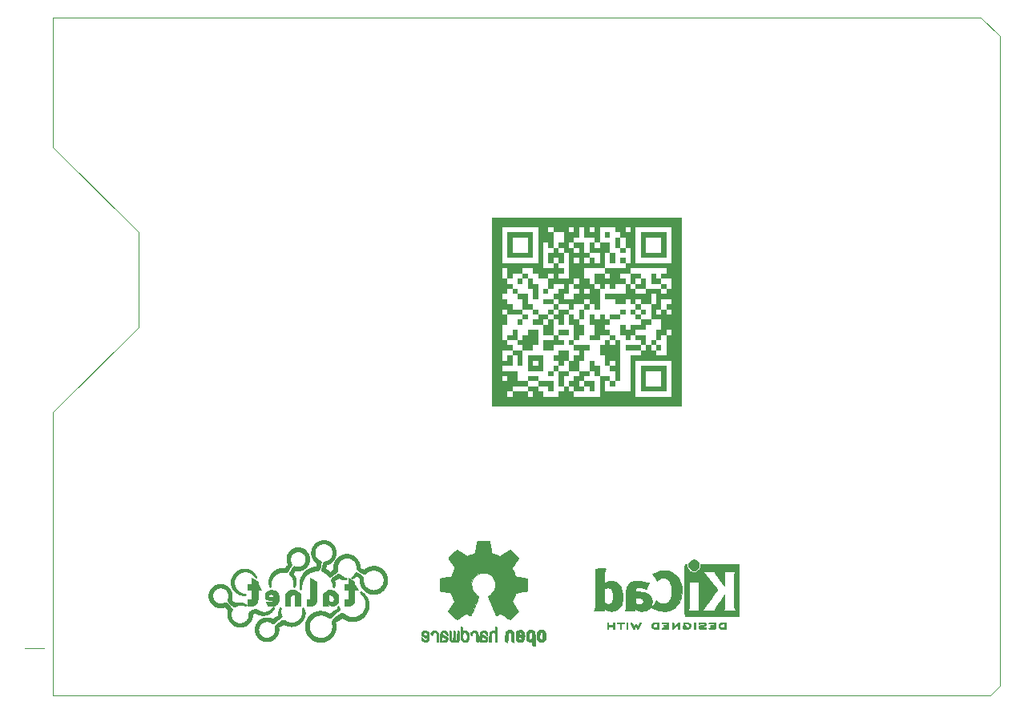
<source format=gbr>
%TF.GenerationSoftware,KiCad,Pcbnew,(7.0.0)*%
%TF.CreationDate,2023-04-30T17:40:28+02:00*%
%TF.ProjectId,STM32 Talnet console,53544d33-3220-4546-916c-6e657420636f,rev?*%
%TF.SameCoordinates,Original*%
%TF.FileFunction,Legend,Bot*%
%TF.FilePolarity,Positive*%
%FSLAX46Y46*%
G04 Gerber Fmt 4.6, Leading zero omitted, Abs format (unit mm)*
G04 Created by KiCad (PCBNEW (7.0.0)) date 2023-04-30 17:40:28*
%MOMM*%
%LPD*%
G01*
G04 APERTURE LIST*
%ADD10C,0.240000*%
%ADD11C,0.016769*%
%ADD12C,0.006338*%
%ADD13C,0.180000*%
%ADD14C,0.010000*%
%TA.AperFunction,Profile*%
%ADD15C,0.100000*%
%TD*%
G04 APERTURE END LIST*
D10*
G36*
X90644800Y-88474543D02*
G01*
X90644797Y-88474542D01*
X90644804Y-88474525D01*
X90644800Y-88474543D01*
G37*
X90644800Y-88474543D02*
X90644797Y-88474542D01*
X90644804Y-88474525D01*
X90644800Y-88474543D01*
D11*
G36*
X97036569Y-87957525D02*
G01*
X97036569Y-88199639D01*
X97428261Y-88833445D01*
X97036569Y-88833445D01*
X97036569Y-89858943D01*
X97035790Y-89890372D01*
X97033467Y-89921587D01*
X97029623Y-89952537D01*
X97024278Y-89983170D01*
X97017454Y-90013433D01*
X97009173Y-90043276D01*
X96999455Y-90072646D01*
X96988323Y-90101490D01*
X96975799Y-90129757D01*
X96961903Y-90157396D01*
X96946657Y-90184354D01*
X96930082Y-90210579D01*
X96912201Y-90236019D01*
X96893034Y-90260622D01*
X96872604Y-90284337D01*
X96850931Y-90307112D01*
X96828157Y-90328784D01*
X96804442Y-90349215D01*
X96779839Y-90368381D01*
X96754399Y-90386262D01*
X96728174Y-90402837D01*
X96701216Y-90418083D01*
X96673578Y-90431979D01*
X96645310Y-90444503D01*
X96616466Y-90455635D01*
X96587097Y-90465353D01*
X96557254Y-90473634D01*
X96526990Y-90480458D01*
X96496358Y-90485803D01*
X96465408Y-90489647D01*
X96434192Y-90491970D01*
X96402764Y-90492749D01*
X96011070Y-90492749D01*
X96011070Y-89858943D01*
X96244312Y-89858943D01*
X96252169Y-89858748D01*
X96259973Y-89858168D01*
X96267710Y-89857207D01*
X96275368Y-89855870D01*
X96282934Y-89854164D01*
X96290395Y-89852094D01*
X96297737Y-89849665D01*
X96304948Y-89846882D01*
X96312015Y-89843750D01*
X96318925Y-89840276D01*
X96325664Y-89836465D01*
X96332220Y-89832321D01*
X96338580Y-89827851D01*
X96344731Y-89823059D01*
X96350660Y-89817952D01*
X96356354Y-89812534D01*
X96361772Y-89806840D01*
X96366879Y-89800911D01*
X96371671Y-89794761D01*
X96376141Y-89788400D01*
X96380285Y-89781844D01*
X96384096Y-89775105D01*
X96387570Y-89768195D01*
X96390702Y-89761128D01*
X96393485Y-89753917D01*
X96395914Y-89746575D01*
X96397985Y-89739114D01*
X96399691Y-89731548D01*
X96401027Y-89723890D01*
X96401988Y-89716152D01*
X96402569Y-89708349D01*
X96402764Y-89700491D01*
X96402764Y-88833445D01*
X96011070Y-88833445D01*
X96011070Y-88199639D01*
X96402764Y-88199639D01*
X96402764Y-87565833D01*
X97036569Y-87957525D01*
G37*
X97036569Y-87957525D02*
X97036569Y-88199639D01*
X97428261Y-88833445D01*
X97036569Y-88833445D01*
X97036569Y-89858943D01*
X97035790Y-89890372D01*
X97033467Y-89921587D01*
X97029623Y-89952537D01*
X97024278Y-89983170D01*
X97017454Y-90013433D01*
X97009173Y-90043276D01*
X96999455Y-90072646D01*
X96988323Y-90101490D01*
X96975799Y-90129757D01*
X96961903Y-90157396D01*
X96946657Y-90184354D01*
X96930082Y-90210579D01*
X96912201Y-90236019D01*
X96893034Y-90260622D01*
X96872604Y-90284337D01*
X96850931Y-90307112D01*
X96828157Y-90328784D01*
X96804442Y-90349215D01*
X96779839Y-90368381D01*
X96754399Y-90386262D01*
X96728174Y-90402837D01*
X96701216Y-90418083D01*
X96673578Y-90431979D01*
X96645310Y-90444503D01*
X96616466Y-90455635D01*
X96587097Y-90465353D01*
X96557254Y-90473634D01*
X96526990Y-90480458D01*
X96496358Y-90485803D01*
X96465408Y-90489647D01*
X96434192Y-90491970D01*
X96402764Y-90492749D01*
X96011070Y-90492749D01*
X96011070Y-89858943D01*
X96244312Y-89858943D01*
X96252169Y-89858748D01*
X96259973Y-89858168D01*
X96267710Y-89857207D01*
X96275368Y-89855870D01*
X96282934Y-89854164D01*
X96290395Y-89852094D01*
X96297737Y-89849665D01*
X96304948Y-89846882D01*
X96312015Y-89843750D01*
X96318925Y-89840276D01*
X96325664Y-89836465D01*
X96332220Y-89832321D01*
X96338580Y-89827851D01*
X96344731Y-89823059D01*
X96350660Y-89817952D01*
X96356354Y-89812534D01*
X96361772Y-89806840D01*
X96366879Y-89800911D01*
X96371671Y-89794761D01*
X96376141Y-89788400D01*
X96380285Y-89781844D01*
X96384096Y-89775105D01*
X96387570Y-89768195D01*
X96390702Y-89761128D01*
X96393485Y-89753917D01*
X96395914Y-89746575D01*
X96397985Y-89739114D01*
X96399691Y-89731548D01*
X96401027Y-89723890D01*
X96401988Y-89716152D01*
X96402569Y-89708349D01*
X96402764Y-89700491D01*
X96402764Y-88833445D01*
X96011070Y-88833445D01*
X96011070Y-88199639D01*
X96402764Y-88199639D01*
X96402764Y-87565833D01*
X97036569Y-87957525D01*
D10*
G36*
X89187861Y-90796754D02*
G01*
X89178552Y-90839658D01*
X89174124Y-90863450D01*
X89169962Y-90888739D01*
X89166153Y-90915479D01*
X89162784Y-90943623D01*
X89159940Y-90973123D01*
X89157709Y-91003932D01*
X89156177Y-91036004D01*
X89155430Y-91069292D01*
X89155554Y-91103748D01*
X89156637Y-91139326D01*
X89158765Y-91175978D01*
X89162023Y-91213658D01*
X89168855Y-91261099D01*
X89177210Y-91307170D01*
X89186975Y-91351924D01*
X89198035Y-91395414D01*
X89210274Y-91437695D01*
X89223577Y-91478819D01*
X89237830Y-91518839D01*
X89252918Y-91557811D01*
X89254057Y-91560854D01*
X89255044Y-91563937D01*
X89255882Y-91567053D01*
X89256570Y-91570201D01*
X89257110Y-91573375D01*
X89257505Y-91576571D01*
X89257754Y-91579787D01*
X89257859Y-91583017D01*
X89257644Y-91589505D01*
X89256870Y-91596005D01*
X89255548Y-91602483D01*
X89253688Y-91608909D01*
X89251301Y-91615251D01*
X89248397Y-91621477D01*
X89244987Y-91627554D01*
X89241082Y-91633452D01*
X89236692Y-91639138D01*
X89231827Y-91644580D01*
X89226499Y-91649747D01*
X89220718Y-91654608D01*
X89152330Y-91707915D01*
X88986526Y-91835972D01*
X88813855Y-91968019D01*
X88456793Y-92237909D01*
X88453308Y-92240413D01*
X88449741Y-92242755D01*
X88446099Y-92244933D01*
X88442385Y-92246949D01*
X88434764Y-92250492D01*
X88426919Y-92253383D01*
X88418890Y-92255624D01*
X88410716Y-92257214D01*
X88402438Y-92258153D01*
X88394095Y-92258442D01*
X88385728Y-92258080D01*
X88377378Y-92257069D01*
X88369082Y-92255407D01*
X88360883Y-92253096D01*
X88352820Y-92250135D01*
X88344932Y-92246525D01*
X88337260Y-92242266D01*
X88329844Y-92237357D01*
X88296999Y-92214708D01*
X88263555Y-92193562D01*
X88229552Y-92173916D01*
X88195031Y-92155764D01*
X88160032Y-92139102D01*
X88124595Y-92123924D01*
X88088762Y-92110225D01*
X88052571Y-92098001D01*
X88016064Y-92087247D01*
X87979281Y-92077958D01*
X87942261Y-92070128D01*
X87905047Y-92063753D01*
X87867677Y-92058829D01*
X87830193Y-92055349D01*
X87792634Y-92053310D01*
X87755041Y-92052705D01*
X87729304Y-92053075D01*
X87703873Y-92054107D01*
X87678752Y-92055784D01*
X87653949Y-92058088D01*
X87629469Y-92061001D01*
X87605319Y-92064504D01*
X87581504Y-92068579D01*
X87558030Y-92073207D01*
X87534904Y-92078371D01*
X87512131Y-92084053D01*
X87489718Y-92090234D01*
X87467671Y-92096895D01*
X87445995Y-92104020D01*
X87424697Y-92111588D01*
X87383258Y-92127986D01*
X87355072Y-92140454D01*
X87327643Y-92153657D01*
X87300977Y-92167551D01*
X87275077Y-92182094D01*
X87249949Y-92197242D01*
X87225595Y-92212951D01*
X87202021Y-92229179D01*
X87179232Y-92245882D01*
X87165806Y-92256213D01*
X87152651Y-92266702D01*
X87139767Y-92277342D01*
X87127153Y-92288125D01*
X87114809Y-92299045D01*
X87102735Y-92310093D01*
X87090929Y-92321262D01*
X87079393Y-92332545D01*
X87062292Y-92349974D01*
X87045765Y-92367678D01*
X87029807Y-92385639D01*
X87014416Y-92403843D01*
X86999587Y-92422273D01*
X86985316Y-92440914D01*
X86971601Y-92459750D01*
X86958438Y-92478765D01*
X86945822Y-92497944D01*
X86933750Y-92517270D01*
X86922220Y-92536728D01*
X86911226Y-92556302D01*
X86900765Y-92575976D01*
X86890835Y-92595735D01*
X86881430Y-92615562D01*
X86872548Y-92635443D01*
X86863214Y-92657754D01*
X86854465Y-92680237D01*
X86846301Y-92702884D01*
X86838722Y-92725685D01*
X86831728Y-92748633D01*
X86825321Y-92771718D01*
X86819499Y-92794932D01*
X86814263Y-92818265D01*
X86809613Y-92841709D01*
X86805550Y-92865256D01*
X86802073Y-92888896D01*
X86799183Y-92912621D01*
X86796880Y-92936422D01*
X86795164Y-92960290D01*
X86794036Y-92984216D01*
X86793494Y-93008193D01*
X86793548Y-93032771D01*
X86794214Y-93057240D01*
X86795490Y-93081592D01*
X86797370Y-93105819D01*
X86799851Y-93129912D01*
X86802930Y-93153864D01*
X86806602Y-93177667D01*
X86810863Y-93201312D01*
X86815709Y-93224791D01*
X86821137Y-93248098D01*
X86827142Y-93271222D01*
X86833720Y-93294157D01*
X86840869Y-93316895D01*
X86848582Y-93339427D01*
X86856858Y-93361745D01*
X86865691Y-93383842D01*
X86874938Y-93405392D01*
X86884762Y-93426802D01*
X86895167Y-93448058D01*
X86906154Y-93469145D01*
X86917726Y-93490051D01*
X86929883Y-93510760D01*
X86942629Y-93531260D01*
X86955966Y-93551536D01*
X86969225Y-93570641D01*
X86982851Y-93589298D01*
X86996831Y-93607506D01*
X87011148Y-93625262D01*
X87025787Y-93642566D01*
X87040733Y-93659416D01*
X87055972Y-93675810D01*
X87071487Y-93691746D01*
X87088277Y-93708192D01*
X87105432Y-93724197D01*
X87122943Y-93739756D01*
X87140801Y-93754864D01*
X87158996Y-93769515D01*
X87177520Y-93783704D01*
X87196362Y-93797426D01*
X87215513Y-93810676D01*
X87234964Y-93823449D01*
X87254707Y-93835740D01*
X87274730Y-93847543D01*
X87295026Y-93858853D01*
X87315585Y-93869666D01*
X87336397Y-93879976D01*
X87357453Y-93889777D01*
X87378744Y-93899066D01*
X87399681Y-93907608D01*
X87420992Y-93915716D01*
X87442671Y-93923375D01*
X87464711Y-93930568D01*
X87487105Y-93937277D01*
X87509848Y-93943487D01*
X87532933Y-93949180D01*
X87556354Y-93954340D01*
X87580104Y-93958950D01*
X87604177Y-93962994D01*
X87628567Y-93966455D01*
X87653266Y-93969316D01*
X87678270Y-93971560D01*
X87703571Y-93973172D01*
X87729162Y-93974134D01*
X87755039Y-93974429D01*
X87778377Y-93974114D01*
X87801787Y-93973241D01*
X87825258Y-93971801D01*
X87848780Y-93969788D01*
X87872340Y-93967192D01*
X87895928Y-93964007D01*
X87919533Y-93960225D01*
X87943144Y-93955837D01*
X87966748Y-93950836D01*
X87990336Y-93945215D01*
X88013896Y-93938965D01*
X88037418Y-93932078D01*
X88060888Y-93924548D01*
X88084298Y-93916365D01*
X88107635Y-93907523D01*
X88130888Y-93898013D01*
X88148658Y-93890262D01*
X88166390Y-93882096D01*
X88184075Y-93873513D01*
X88201703Y-93864506D01*
X88219265Y-93855074D01*
X88236750Y-93845210D01*
X88254150Y-93834912D01*
X88271453Y-93824174D01*
X88292943Y-93810117D01*
X88314286Y-93795325D01*
X88335451Y-93779792D01*
X88356411Y-93763510D01*
X88377136Y-93746473D01*
X88397597Y-93728674D01*
X88417765Y-93710107D01*
X88437611Y-93690765D01*
X88452946Y-93675033D01*
X88468037Y-93658828D01*
X88482867Y-93642153D01*
X88497418Y-93625009D01*
X88511673Y-93607400D01*
X88525614Y-93589327D01*
X88539224Y-93570793D01*
X88552485Y-93551800D01*
X88565379Y-93532351D01*
X88577888Y-93512448D01*
X88589996Y-93492094D01*
X88601685Y-93471290D01*
X88612937Y-93450040D01*
X88623734Y-93428346D01*
X88634058Y-93406209D01*
X88643893Y-93383633D01*
X88652438Y-93362614D01*
X88660540Y-93341239D01*
X88668184Y-93319514D01*
X88675353Y-93297446D01*
X88682033Y-93275042D01*
X88688208Y-93252306D01*
X88693863Y-93229247D01*
X88698982Y-93205870D01*
X88703550Y-93182182D01*
X88707551Y-93158190D01*
X88710970Y-93133899D01*
X88713792Y-93109316D01*
X88716000Y-93084447D01*
X88717580Y-93059300D01*
X88718517Y-93033879D01*
X88718793Y-93008193D01*
X88717690Y-92972310D01*
X88715279Y-92936502D01*
X88711560Y-92900792D01*
X88706534Y-92865202D01*
X88700201Y-92829755D01*
X88692560Y-92794473D01*
X88683612Y-92759378D01*
X88673356Y-92724495D01*
X88671063Y-92715964D01*
X88669503Y-92707377D01*
X88668661Y-92698772D01*
X88668523Y-92690191D01*
X88669076Y-92681672D01*
X88670304Y-92673255D01*
X88672194Y-92664978D01*
X88674732Y-92656883D01*
X88677903Y-92649008D01*
X88681694Y-92641393D01*
X88686090Y-92634078D01*
X88691077Y-92627101D01*
X88696641Y-92620503D01*
X88702768Y-92614322D01*
X88709444Y-92608600D01*
X88716655Y-92603374D01*
X89076263Y-92365295D01*
X89408676Y-92147319D01*
X89498563Y-92088773D01*
X89506127Y-92084270D01*
X89513926Y-92080445D01*
X89521920Y-92077296D01*
X89530065Y-92074818D01*
X89538321Y-92073011D01*
X89546646Y-92071871D01*
X89554998Y-92071396D01*
X89563336Y-92071583D01*
X89571618Y-92072429D01*
X89579803Y-92073933D01*
X89587849Y-92076091D01*
X89595714Y-92078901D01*
X89603357Y-92082360D01*
X89610737Y-92086466D01*
X89617812Y-92091215D01*
X89621221Y-92093831D01*
X89624539Y-92096607D01*
X89644078Y-92113294D01*
X89663929Y-92129507D01*
X89684083Y-92145246D01*
X89704530Y-92160506D01*
X89725262Y-92175287D01*
X89746269Y-92189586D01*
X89767543Y-92203400D01*
X89789074Y-92216727D01*
X89810853Y-92229566D01*
X89832870Y-92241914D01*
X89855117Y-92253768D01*
X89877585Y-92265127D01*
X89900264Y-92275987D01*
X89923145Y-92286348D01*
X89946220Y-92296206D01*
X89969478Y-92305560D01*
X89994024Y-92314814D01*
X90018762Y-92323515D01*
X90043684Y-92331661D01*
X90068785Y-92339250D01*
X90094056Y-92346282D01*
X90119491Y-92352753D01*
X90145083Y-92358663D01*
X90170825Y-92364009D01*
X90196710Y-92368791D01*
X90222731Y-92373007D01*
X90248881Y-92376654D01*
X90275153Y-92379731D01*
X90301540Y-92382237D01*
X90328036Y-92384169D01*
X90354632Y-92385527D01*
X90381323Y-92386308D01*
X90411932Y-92386174D01*
X90442318Y-92385271D01*
X90472473Y-92383611D01*
X90502388Y-92381206D01*
X90532054Y-92378068D01*
X90561464Y-92374209D01*
X90590609Y-92369640D01*
X90619480Y-92364374D01*
X90648070Y-92358423D01*
X90676369Y-92351798D01*
X90704369Y-92344512D01*
X90732063Y-92336576D01*
X90759440Y-92328002D01*
X90786494Y-92318803D01*
X90813215Y-92308989D01*
X90839595Y-92298574D01*
X90866242Y-92287299D01*
X90892530Y-92275412D01*
X90918452Y-92262923D01*
X90944000Y-92249843D01*
X90969166Y-92236183D01*
X90993942Y-92221955D01*
X91018319Y-92207168D01*
X91042291Y-92191835D01*
X91065848Y-92175967D01*
X91088983Y-92159573D01*
X91111688Y-92142666D01*
X91133954Y-92125257D01*
X91155775Y-92107355D01*
X91177141Y-92088973D01*
X91198044Y-92070121D01*
X91218478Y-92050811D01*
X91232897Y-92036628D01*
X91247067Y-92022214D01*
X91260986Y-92007574D01*
X91274652Y-91992711D01*
X91288061Y-91977629D01*
X91301211Y-91962331D01*
X91314100Y-91946820D01*
X91326724Y-91931102D01*
X91339081Y-91915179D01*
X91351169Y-91899054D01*
X91362984Y-91882733D01*
X91374525Y-91866217D01*
X91385788Y-91849511D01*
X91396771Y-91832619D01*
X91407471Y-91815544D01*
X91417885Y-91798290D01*
X91426282Y-91783886D01*
X91434521Y-91769298D01*
X91442597Y-91754524D01*
X91450504Y-91739565D01*
X91458240Y-91724424D01*
X91465799Y-91709099D01*
X91473176Y-91693592D01*
X91480367Y-91677903D01*
X91491680Y-91651938D01*
X91502452Y-91625532D01*
X91512662Y-91598692D01*
X91522295Y-91571426D01*
X91531330Y-91543741D01*
X91539750Y-91515644D01*
X91547537Y-91487144D01*
X91554671Y-91458246D01*
X91561136Y-91428959D01*
X91566911Y-91399290D01*
X91571979Y-91369245D01*
X91576322Y-91338834D01*
X91579921Y-91308061D01*
X91582758Y-91276936D01*
X91584814Y-91245466D01*
X91586071Y-91213657D01*
X91589965Y-91177276D01*
X91592908Y-91141859D01*
X91594961Y-91107443D01*
X91596186Y-91074069D01*
X91596397Y-91010595D01*
X91594032Y-90951747D01*
X91589582Y-90897833D01*
X91583537Y-90849161D01*
X91576387Y-90806039D01*
X91568624Y-90768777D01*
X91568625Y-90768777D01*
X91585804Y-90801562D01*
X91605334Y-90841191D01*
X91615644Y-90863520D01*
X91626139Y-90887501D01*
X91636685Y-90913111D01*
X91647146Y-90940332D01*
X91657390Y-90969143D01*
X91667281Y-90999524D01*
X91676686Y-91031455D01*
X91685470Y-91064916D01*
X91693499Y-91099886D01*
X91700639Y-91136347D01*
X91706755Y-91174277D01*
X91711713Y-91213656D01*
X91712105Y-91248809D01*
X91711586Y-91283679D01*
X91710173Y-91318256D01*
X91707883Y-91352528D01*
X91704733Y-91386486D01*
X91700740Y-91420118D01*
X91695921Y-91453414D01*
X91690294Y-91486363D01*
X91683874Y-91518955D01*
X91676680Y-91551179D01*
X91668728Y-91583024D01*
X91660035Y-91614480D01*
X91650618Y-91645537D01*
X91640494Y-91676182D01*
X91629680Y-91706406D01*
X91618193Y-91736198D01*
X91610845Y-91754200D01*
X91603266Y-91772010D01*
X91595460Y-91789629D01*
X91587433Y-91807054D01*
X91579190Y-91824283D01*
X91570735Y-91841317D01*
X91562074Y-91858153D01*
X91553210Y-91874789D01*
X91530793Y-91914504D01*
X91507009Y-91953458D01*
X91481877Y-91991614D01*
X91455421Y-92028934D01*
X91427661Y-92065381D01*
X91398621Y-92100918D01*
X91368320Y-92135508D01*
X91336781Y-92169114D01*
X91314154Y-92191861D01*
X91290945Y-92214103D01*
X91267166Y-92235825D01*
X91242823Y-92257015D01*
X91217925Y-92277657D01*
X91192480Y-92297739D01*
X91166498Y-92317246D01*
X91139987Y-92336164D01*
X91112954Y-92354480D01*
X91085408Y-92372180D01*
X91057359Y-92389249D01*
X91028813Y-92405673D01*
X90999780Y-92421440D01*
X90970269Y-92436535D01*
X90940287Y-92450943D01*
X90909843Y-92464652D01*
X90879638Y-92477365D01*
X90849007Y-92489380D01*
X90817960Y-92500683D01*
X90786508Y-92511259D01*
X90754662Y-92521093D01*
X90722432Y-92530171D01*
X90689828Y-92538479D01*
X90656862Y-92546000D01*
X90623543Y-92552722D01*
X90589882Y-92558629D01*
X90555890Y-92563707D01*
X90521577Y-92567941D01*
X90486953Y-92571316D01*
X90452030Y-92573818D01*
X90416817Y-92575431D01*
X90381326Y-92576143D01*
X90350336Y-92576281D01*
X90319408Y-92575710D01*
X90288552Y-92574433D01*
X90257776Y-92572451D01*
X90227090Y-92569766D01*
X90196504Y-92566380D01*
X90166027Y-92562295D01*
X90135668Y-92557513D01*
X90105438Y-92552036D01*
X90075346Y-92545866D01*
X90045401Y-92539004D01*
X90015612Y-92531454D01*
X89985990Y-92523216D01*
X89956543Y-92514293D01*
X89927281Y-92504687D01*
X89898214Y-92494400D01*
X89852430Y-92476646D01*
X89807238Y-92457196D01*
X89762685Y-92436065D01*
X89718820Y-92413268D01*
X89675693Y-92388820D01*
X89633353Y-92362736D01*
X89591848Y-92335032D01*
X89551228Y-92305722D01*
X89525179Y-92323258D01*
X89225092Y-92524005D01*
X88899320Y-92739960D01*
X88906346Y-92773307D01*
X88912353Y-92806749D01*
X88917350Y-92840265D01*
X88921352Y-92873832D01*
X88924369Y-92907429D01*
X88926414Y-92941036D01*
X88927499Y-92974630D01*
X88927636Y-93008191D01*
X88927163Y-93039333D01*
X88925892Y-93070167D01*
X88923842Y-93100684D01*
X88921030Y-93130874D01*
X88917475Y-93160728D01*
X88913196Y-93190237D01*
X88908211Y-93219392D01*
X88902539Y-93248184D01*
X88896199Y-93276602D01*
X88889209Y-93304638D01*
X88881587Y-93332283D01*
X88873352Y-93359528D01*
X88864522Y-93386362D01*
X88855117Y-93412778D01*
X88845154Y-93438765D01*
X88834652Y-93464314D01*
X88822588Y-93491715D01*
X88809936Y-93518574D01*
X88796717Y-93544888D01*
X88782952Y-93570654D01*
X88768663Y-93595870D01*
X88753872Y-93620534D01*
X88738600Y-93644643D01*
X88722869Y-93668194D01*
X88706701Y-93691185D01*
X88690117Y-93713615D01*
X88673139Y-93735479D01*
X88655789Y-93756777D01*
X88638088Y-93777505D01*
X88620057Y-93797660D01*
X88601720Y-93817242D01*
X88583096Y-93836246D01*
X88558993Y-93859618D01*
X88534504Y-93882055D01*
X88509665Y-93903567D01*
X88484510Y-93924160D01*
X88459073Y-93943845D01*
X88433390Y-93962629D01*
X88407495Y-93980521D01*
X88381423Y-93997529D01*
X88360426Y-94010525D01*
X88339309Y-94022987D01*
X88318084Y-94034920D01*
X88296762Y-94046330D01*
X88275357Y-94057222D01*
X88253879Y-94067600D01*
X88232341Y-94077469D01*
X88210755Y-94086835D01*
X88182480Y-94098330D01*
X88154112Y-94109006D01*
X88125664Y-94118875D01*
X88097149Y-94127947D01*
X88068584Y-94136231D01*
X88039981Y-94143738D01*
X88011355Y-94150478D01*
X87982720Y-94156461D01*
X87954091Y-94161697D01*
X87925481Y-94166197D01*
X87896906Y-94169971D01*
X87868379Y-94173029D01*
X87839915Y-94175381D01*
X87811527Y-94177037D01*
X87783231Y-94178007D01*
X87755040Y-94178303D01*
X87723778Y-94177850D01*
X87692853Y-94176592D01*
X87662271Y-94174548D01*
X87632043Y-94171740D01*
X87602175Y-94168186D01*
X87572675Y-94163909D01*
X87543553Y-94158927D01*
X87514816Y-94153262D01*
X87486472Y-94146934D01*
X87458530Y-94139963D01*
X87430998Y-94132370D01*
X87403884Y-94124174D01*
X87377196Y-94115398D01*
X87350942Y-94106060D01*
X87325131Y-94096181D01*
X87299771Y-94085781D01*
X87274012Y-94074495D01*
X87248540Y-94062595D01*
X87223364Y-94050089D01*
X87198496Y-94036982D01*
X87173945Y-94023282D01*
X87149724Y-94008994D01*
X87125842Y-93994126D01*
X87102311Y-93978684D01*
X87079141Y-93962674D01*
X87056343Y-93946103D01*
X87033927Y-93928978D01*
X87011905Y-93911305D01*
X86990287Y-93893090D01*
X86969084Y-93874341D01*
X86948307Y-93855064D01*
X86927966Y-93835265D01*
X86909150Y-93816075D01*
X86890654Y-93796333D01*
X86872496Y-93776041D01*
X86854695Y-93755200D01*
X86837270Y-93733811D01*
X86820237Y-93711878D01*
X86803617Y-93689401D01*
X86787425Y-93666382D01*
X86771109Y-93641948D01*
X86755474Y-93617240D01*
X86740520Y-93592273D01*
X86726246Y-93567063D01*
X86712650Y-93541626D01*
X86699732Y-93515977D01*
X86687491Y-93490131D01*
X86675925Y-93464104D01*
X86664824Y-93437391D01*
X86654375Y-93410395D01*
X86644584Y-93383125D01*
X86635459Y-93355592D01*
X86627005Y-93327804D01*
X86619230Y-93299773D01*
X86612139Y-93271507D01*
X86605740Y-93243017D01*
X86600039Y-93214312D01*
X86595043Y-93185402D01*
X86590758Y-93156298D01*
X86587192Y-93127008D01*
X86584350Y-93097542D01*
X86582239Y-93067911D01*
X86580866Y-93038124D01*
X86580237Y-93008191D01*
X86580346Y-92978960D01*
X86581171Y-92949747D01*
X86582712Y-92920564D01*
X86584973Y-92891424D01*
X86587957Y-92862338D01*
X86591664Y-92833318D01*
X86596098Y-92804376D01*
X86601260Y-92775524D01*
X86607154Y-92746774D01*
X86613781Y-92718138D01*
X86621143Y-92689627D01*
X86629243Y-92661254D01*
X86638084Y-92633031D01*
X86647666Y-92604969D01*
X86657994Y-92577080D01*
X86669068Y-92549377D01*
X86679638Y-92524700D01*
X86690866Y-92500085D01*
X86702757Y-92475550D01*
X86715316Y-92451118D01*
X86728549Y-92426807D01*
X86742460Y-92402638D01*
X86757055Y-92378631D01*
X86772340Y-92354807D01*
X86788319Y-92331186D01*
X86804997Y-92307787D01*
X86822381Y-92284632D01*
X86840476Y-92261740D01*
X86859285Y-92239132D01*
X86878816Y-92216828D01*
X86899073Y-92194848D01*
X86920061Y-92173213D01*
X86934231Y-92159216D01*
X86948740Y-92145365D01*
X86963591Y-92131668D01*
X86978784Y-92118134D01*
X86994320Y-92104774D01*
X87010199Y-92091596D01*
X87026422Y-92078611D01*
X87042989Y-92065828D01*
X87071124Y-92045165D01*
X87100240Y-92025086D01*
X87130332Y-92005647D01*
X87161395Y-91986900D01*
X87193425Y-91968901D01*
X87226415Y-91951704D01*
X87260361Y-91935363D01*
X87295258Y-91919933D01*
X87320704Y-91909524D01*
X87346628Y-91899628D01*
X87373021Y-91890266D01*
X87399875Y-91881461D01*
X87427182Y-91873235D01*
X87454932Y-91865610D01*
X87483119Y-91858609D01*
X87511734Y-91852253D01*
X87540767Y-91846566D01*
X87570212Y-91841569D01*
X87600059Y-91837284D01*
X87630300Y-91833735D01*
X87660927Y-91830942D01*
X87691932Y-91828929D01*
X87723305Y-91827717D01*
X87755040Y-91827329D01*
X87796801Y-91828172D01*
X87838515Y-91830500D01*
X87880140Y-91834315D01*
X87921632Y-91839622D01*
X87962949Y-91846422D01*
X88004049Y-91854719D01*
X88044890Y-91864516D01*
X88085428Y-91875816D01*
X88125622Y-91888620D01*
X88165429Y-91902934D01*
X88204806Y-91918758D01*
X88243712Y-91936098D01*
X88282103Y-91954954D01*
X88319937Y-91975330D01*
X88357172Y-91997230D01*
X88393765Y-92020656D01*
X88726236Y-91784486D01*
X89045019Y-91561620D01*
X89071578Y-91543268D01*
X89065958Y-91503652D01*
X89061695Y-91463474D01*
X89058804Y-91422787D01*
X89057301Y-91381647D01*
X89057202Y-91340108D01*
X89058524Y-91298227D01*
X89061282Y-91256059D01*
X89065492Y-91213658D01*
X89069896Y-91173595D01*
X89075388Y-91134982D01*
X89081842Y-91097842D01*
X89089137Y-91062202D01*
X89097148Y-91028084D01*
X89105751Y-90995515D01*
X89114823Y-90964519D01*
X89124241Y-90935120D01*
X89143620Y-90881214D01*
X89162898Y-90833995D01*
X89181087Y-90793659D01*
X89197199Y-90760405D01*
X89187861Y-90796754D01*
G37*
X89187861Y-90796754D02*
X89178552Y-90839658D01*
X89174124Y-90863450D01*
X89169962Y-90888739D01*
X89166153Y-90915479D01*
X89162784Y-90943623D01*
X89159940Y-90973123D01*
X89157709Y-91003932D01*
X89156177Y-91036004D01*
X89155430Y-91069292D01*
X89155554Y-91103748D01*
X89156637Y-91139326D01*
X89158765Y-91175978D01*
X89162023Y-91213658D01*
X89168855Y-91261099D01*
X89177210Y-91307170D01*
X89186975Y-91351924D01*
X89198035Y-91395414D01*
X89210274Y-91437695D01*
X89223577Y-91478819D01*
X89237830Y-91518839D01*
X89252918Y-91557811D01*
X89254057Y-91560854D01*
X89255044Y-91563937D01*
X89255882Y-91567053D01*
X89256570Y-91570201D01*
X89257110Y-91573375D01*
X89257505Y-91576571D01*
X89257754Y-91579787D01*
X89257859Y-91583017D01*
X89257644Y-91589505D01*
X89256870Y-91596005D01*
X89255548Y-91602483D01*
X89253688Y-91608909D01*
X89251301Y-91615251D01*
X89248397Y-91621477D01*
X89244987Y-91627554D01*
X89241082Y-91633452D01*
X89236692Y-91639138D01*
X89231827Y-91644580D01*
X89226499Y-91649747D01*
X89220718Y-91654608D01*
X89152330Y-91707915D01*
X88986526Y-91835972D01*
X88813855Y-91968019D01*
X88456793Y-92237909D01*
X88453308Y-92240413D01*
X88449741Y-92242755D01*
X88446099Y-92244933D01*
X88442385Y-92246949D01*
X88434764Y-92250492D01*
X88426919Y-92253383D01*
X88418890Y-92255624D01*
X88410716Y-92257214D01*
X88402438Y-92258153D01*
X88394095Y-92258442D01*
X88385728Y-92258080D01*
X88377378Y-92257069D01*
X88369082Y-92255407D01*
X88360883Y-92253096D01*
X88352820Y-92250135D01*
X88344932Y-92246525D01*
X88337260Y-92242266D01*
X88329844Y-92237357D01*
X88296999Y-92214708D01*
X88263555Y-92193562D01*
X88229552Y-92173916D01*
X88195031Y-92155764D01*
X88160032Y-92139102D01*
X88124595Y-92123924D01*
X88088762Y-92110225D01*
X88052571Y-92098001D01*
X88016064Y-92087247D01*
X87979281Y-92077958D01*
X87942261Y-92070128D01*
X87905047Y-92063753D01*
X87867677Y-92058829D01*
X87830193Y-92055349D01*
X87792634Y-92053310D01*
X87755041Y-92052705D01*
X87729304Y-92053075D01*
X87703873Y-92054107D01*
X87678752Y-92055784D01*
X87653949Y-92058088D01*
X87629469Y-92061001D01*
X87605319Y-92064504D01*
X87581504Y-92068579D01*
X87558030Y-92073207D01*
X87534904Y-92078371D01*
X87512131Y-92084053D01*
X87489718Y-92090234D01*
X87467671Y-92096895D01*
X87445995Y-92104020D01*
X87424697Y-92111588D01*
X87383258Y-92127986D01*
X87355072Y-92140454D01*
X87327643Y-92153657D01*
X87300977Y-92167551D01*
X87275077Y-92182094D01*
X87249949Y-92197242D01*
X87225595Y-92212951D01*
X87202021Y-92229179D01*
X87179232Y-92245882D01*
X87165806Y-92256213D01*
X87152651Y-92266702D01*
X87139767Y-92277342D01*
X87127153Y-92288125D01*
X87114809Y-92299045D01*
X87102735Y-92310093D01*
X87090929Y-92321262D01*
X87079393Y-92332545D01*
X87062292Y-92349974D01*
X87045765Y-92367678D01*
X87029807Y-92385639D01*
X87014416Y-92403843D01*
X86999587Y-92422273D01*
X86985316Y-92440914D01*
X86971601Y-92459750D01*
X86958438Y-92478765D01*
X86945822Y-92497944D01*
X86933750Y-92517270D01*
X86922220Y-92536728D01*
X86911226Y-92556302D01*
X86900765Y-92575976D01*
X86890835Y-92595735D01*
X86881430Y-92615562D01*
X86872548Y-92635443D01*
X86863214Y-92657754D01*
X86854465Y-92680237D01*
X86846301Y-92702884D01*
X86838722Y-92725685D01*
X86831728Y-92748633D01*
X86825321Y-92771718D01*
X86819499Y-92794932D01*
X86814263Y-92818265D01*
X86809613Y-92841709D01*
X86805550Y-92865256D01*
X86802073Y-92888896D01*
X86799183Y-92912621D01*
X86796880Y-92936422D01*
X86795164Y-92960290D01*
X86794036Y-92984216D01*
X86793494Y-93008193D01*
X86793548Y-93032771D01*
X86794214Y-93057240D01*
X86795490Y-93081592D01*
X86797370Y-93105819D01*
X86799851Y-93129912D01*
X86802930Y-93153864D01*
X86806602Y-93177667D01*
X86810863Y-93201312D01*
X86815709Y-93224791D01*
X86821137Y-93248098D01*
X86827142Y-93271222D01*
X86833720Y-93294157D01*
X86840869Y-93316895D01*
X86848582Y-93339427D01*
X86856858Y-93361745D01*
X86865691Y-93383842D01*
X86874938Y-93405392D01*
X86884762Y-93426802D01*
X86895167Y-93448058D01*
X86906154Y-93469145D01*
X86917726Y-93490051D01*
X86929883Y-93510760D01*
X86942629Y-93531260D01*
X86955966Y-93551536D01*
X86969225Y-93570641D01*
X86982851Y-93589298D01*
X86996831Y-93607506D01*
X87011148Y-93625262D01*
X87025787Y-93642566D01*
X87040733Y-93659416D01*
X87055972Y-93675810D01*
X87071487Y-93691746D01*
X87088277Y-93708192D01*
X87105432Y-93724197D01*
X87122943Y-93739756D01*
X87140801Y-93754864D01*
X87158996Y-93769515D01*
X87177520Y-93783704D01*
X87196362Y-93797426D01*
X87215513Y-93810676D01*
X87234964Y-93823449D01*
X87254707Y-93835740D01*
X87274730Y-93847543D01*
X87295026Y-93858853D01*
X87315585Y-93869666D01*
X87336397Y-93879976D01*
X87357453Y-93889777D01*
X87378744Y-93899066D01*
X87399681Y-93907608D01*
X87420992Y-93915716D01*
X87442671Y-93923375D01*
X87464711Y-93930568D01*
X87487105Y-93937277D01*
X87509848Y-93943487D01*
X87532933Y-93949180D01*
X87556354Y-93954340D01*
X87580104Y-93958950D01*
X87604177Y-93962994D01*
X87628567Y-93966455D01*
X87653266Y-93969316D01*
X87678270Y-93971560D01*
X87703571Y-93973172D01*
X87729162Y-93974134D01*
X87755039Y-93974429D01*
X87778377Y-93974114D01*
X87801787Y-93973241D01*
X87825258Y-93971801D01*
X87848780Y-93969788D01*
X87872340Y-93967192D01*
X87895928Y-93964007D01*
X87919533Y-93960225D01*
X87943144Y-93955837D01*
X87966748Y-93950836D01*
X87990336Y-93945215D01*
X88013896Y-93938965D01*
X88037418Y-93932078D01*
X88060888Y-93924548D01*
X88084298Y-93916365D01*
X88107635Y-93907523D01*
X88130888Y-93898013D01*
X88148658Y-93890262D01*
X88166390Y-93882096D01*
X88184075Y-93873513D01*
X88201703Y-93864506D01*
X88219265Y-93855074D01*
X88236750Y-93845210D01*
X88254150Y-93834912D01*
X88271453Y-93824174D01*
X88292943Y-93810117D01*
X88314286Y-93795325D01*
X88335451Y-93779792D01*
X88356411Y-93763510D01*
X88377136Y-93746473D01*
X88397597Y-93728674D01*
X88417765Y-93710107D01*
X88437611Y-93690765D01*
X88452946Y-93675033D01*
X88468037Y-93658828D01*
X88482867Y-93642153D01*
X88497418Y-93625009D01*
X88511673Y-93607400D01*
X88525614Y-93589327D01*
X88539224Y-93570793D01*
X88552485Y-93551800D01*
X88565379Y-93532351D01*
X88577888Y-93512448D01*
X88589996Y-93492094D01*
X88601685Y-93471290D01*
X88612937Y-93450040D01*
X88623734Y-93428346D01*
X88634058Y-93406209D01*
X88643893Y-93383633D01*
X88652438Y-93362614D01*
X88660540Y-93341239D01*
X88668184Y-93319514D01*
X88675353Y-93297446D01*
X88682033Y-93275042D01*
X88688208Y-93252306D01*
X88693863Y-93229247D01*
X88698982Y-93205870D01*
X88703550Y-93182182D01*
X88707551Y-93158190D01*
X88710970Y-93133899D01*
X88713792Y-93109316D01*
X88716000Y-93084447D01*
X88717580Y-93059300D01*
X88718517Y-93033879D01*
X88718793Y-93008193D01*
X88717690Y-92972310D01*
X88715279Y-92936502D01*
X88711560Y-92900792D01*
X88706534Y-92865202D01*
X88700201Y-92829755D01*
X88692560Y-92794473D01*
X88683612Y-92759378D01*
X88673356Y-92724495D01*
X88671063Y-92715964D01*
X88669503Y-92707377D01*
X88668661Y-92698772D01*
X88668523Y-92690191D01*
X88669076Y-92681672D01*
X88670304Y-92673255D01*
X88672194Y-92664978D01*
X88674732Y-92656883D01*
X88677903Y-92649008D01*
X88681694Y-92641393D01*
X88686090Y-92634078D01*
X88691077Y-92627101D01*
X88696641Y-92620503D01*
X88702768Y-92614322D01*
X88709444Y-92608600D01*
X88716655Y-92603374D01*
X89076263Y-92365295D01*
X89408676Y-92147319D01*
X89498563Y-92088773D01*
X89506127Y-92084270D01*
X89513926Y-92080445D01*
X89521920Y-92077296D01*
X89530065Y-92074818D01*
X89538321Y-92073011D01*
X89546646Y-92071871D01*
X89554998Y-92071396D01*
X89563336Y-92071583D01*
X89571618Y-92072429D01*
X89579803Y-92073933D01*
X89587849Y-92076091D01*
X89595714Y-92078901D01*
X89603357Y-92082360D01*
X89610737Y-92086466D01*
X89617812Y-92091215D01*
X89621221Y-92093831D01*
X89624539Y-92096607D01*
X89644078Y-92113294D01*
X89663929Y-92129507D01*
X89684083Y-92145246D01*
X89704530Y-92160506D01*
X89725262Y-92175287D01*
X89746269Y-92189586D01*
X89767543Y-92203400D01*
X89789074Y-92216727D01*
X89810853Y-92229566D01*
X89832870Y-92241914D01*
X89855117Y-92253768D01*
X89877585Y-92265127D01*
X89900264Y-92275987D01*
X89923145Y-92286348D01*
X89946220Y-92296206D01*
X89969478Y-92305560D01*
X89994024Y-92314814D01*
X90018762Y-92323515D01*
X90043684Y-92331661D01*
X90068785Y-92339250D01*
X90094056Y-92346282D01*
X90119491Y-92352753D01*
X90145083Y-92358663D01*
X90170825Y-92364009D01*
X90196710Y-92368791D01*
X90222731Y-92373007D01*
X90248881Y-92376654D01*
X90275153Y-92379731D01*
X90301540Y-92382237D01*
X90328036Y-92384169D01*
X90354632Y-92385527D01*
X90381323Y-92386308D01*
X90411932Y-92386174D01*
X90442318Y-92385271D01*
X90472473Y-92383611D01*
X90502388Y-92381206D01*
X90532054Y-92378068D01*
X90561464Y-92374209D01*
X90590609Y-92369640D01*
X90619480Y-92364374D01*
X90648070Y-92358423D01*
X90676369Y-92351798D01*
X90704369Y-92344512D01*
X90732063Y-92336576D01*
X90759440Y-92328002D01*
X90786494Y-92318803D01*
X90813215Y-92308989D01*
X90839595Y-92298574D01*
X90866242Y-92287299D01*
X90892530Y-92275412D01*
X90918452Y-92262923D01*
X90944000Y-92249843D01*
X90969166Y-92236183D01*
X90993942Y-92221955D01*
X91018319Y-92207168D01*
X91042291Y-92191835D01*
X91065848Y-92175967D01*
X91088983Y-92159573D01*
X91111688Y-92142666D01*
X91133954Y-92125257D01*
X91155775Y-92107355D01*
X91177141Y-92088973D01*
X91198044Y-92070121D01*
X91218478Y-92050811D01*
X91232897Y-92036628D01*
X91247067Y-92022214D01*
X91260986Y-92007574D01*
X91274652Y-91992711D01*
X91288061Y-91977629D01*
X91301211Y-91962331D01*
X91314100Y-91946820D01*
X91326724Y-91931102D01*
X91339081Y-91915179D01*
X91351169Y-91899054D01*
X91362984Y-91882733D01*
X91374525Y-91866217D01*
X91385788Y-91849511D01*
X91396771Y-91832619D01*
X91407471Y-91815544D01*
X91417885Y-91798290D01*
X91426282Y-91783886D01*
X91434521Y-91769298D01*
X91442597Y-91754524D01*
X91450504Y-91739565D01*
X91458240Y-91724424D01*
X91465799Y-91709099D01*
X91473176Y-91693592D01*
X91480367Y-91677903D01*
X91491680Y-91651938D01*
X91502452Y-91625532D01*
X91512662Y-91598692D01*
X91522295Y-91571426D01*
X91531330Y-91543741D01*
X91539750Y-91515644D01*
X91547537Y-91487144D01*
X91554671Y-91458246D01*
X91561136Y-91428959D01*
X91566911Y-91399290D01*
X91571979Y-91369245D01*
X91576322Y-91338834D01*
X91579921Y-91308061D01*
X91582758Y-91276936D01*
X91584814Y-91245466D01*
X91586071Y-91213657D01*
X91589965Y-91177276D01*
X91592908Y-91141859D01*
X91594961Y-91107443D01*
X91596186Y-91074069D01*
X91596397Y-91010595D01*
X91594032Y-90951747D01*
X91589582Y-90897833D01*
X91583537Y-90849161D01*
X91576387Y-90806039D01*
X91568624Y-90768777D01*
X91568625Y-90768777D01*
X91585804Y-90801562D01*
X91605334Y-90841191D01*
X91615644Y-90863520D01*
X91626139Y-90887501D01*
X91636685Y-90913111D01*
X91647146Y-90940332D01*
X91657390Y-90969143D01*
X91667281Y-90999524D01*
X91676686Y-91031455D01*
X91685470Y-91064916D01*
X91693499Y-91099886D01*
X91700639Y-91136347D01*
X91706755Y-91174277D01*
X91711713Y-91213656D01*
X91712105Y-91248809D01*
X91711586Y-91283679D01*
X91710173Y-91318256D01*
X91707883Y-91352528D01*
X91704733Y-91386486D01*
X91700740Y-91420118D01*
X91695921Y-91453414D01*
X91690294Y-91486363D01*
X91683874Y-91518955D01*
X91676680Y-91551179D01*
X91668728Y-91583024D01*
X91660035Y-91614480D01*
X91650618Y-91645537D01*
X91640494Y-91676182D01*
X91629680Y-91706406D01*
X91618193Y-91736198D01*
X91610845Y-91754200D01*
X91603266Y-91772010D01*
X91595460Y-91789629D01*
X91587433Y-91807054D01*
X91579190Y-91824283D01*
X91570735Y-91841317D01*
X91562074Y-91858153D01*
X91553210Y-91874789D01*
X91530793Y-91914504D01*
X91507009Y-91953458D01*
X91481877Y-91991614D01*
X91455421Y-92028934D01*
X91427661Y-92065381D01*
X91398621Y-92100918D01*
X91368320Y-92135508D01*
X91336781Y-92169114D01*
X91314154Y-92191861D01*
X91290945Y-92214103D01*
X91267166Y-92235825D01*
X91242823Y-92257015D01*
X91217925Y-92277657D01*
X91192480Y-92297739D01*
X91166498Y-92317246D01*
X91139987Y-92336164D01*
X91112954Y-92354480D01*
X91085408Y-92372180D01*
X91057359Y-92389249D01*
X91028813Y-92405673D01*
X90999780Y-92421440D01*
X90970269Y-92436535D01*
X90940287Y-92450943D01*
X90909843Y-92464652D01*
X90879638Y-92477365D01*
X90849007Y-92489380D01*
X90817960Y-92500683D01*
X90786508Y-92511259D01*
X90754662Y-92521093D01*
X90722432Y-92530171D01*
X90689828Y-92538479D01*
X90656862Y-92546000D01*
X90623543Y-92552722D01*
X90589882Y-92558629D01*
X90555890Y-92563707D01*
X90521577Y-92567941D01*
X90486953Y-92571316D01*
X90452030Y-92573818D01*
X90416817Y-92575431D01*
X90381326Y-92576143D01*
X90350336Y-92576281D01*
X90319408Y-92575710D01*
X90288552Y-92574433D01*
X90257776Y-92572451D01*
X90227090Y-92569766D01*
X90196504Y-92566380D01*
X90166027Y-92562295D01*
X90135668Y-92557513D01*
X90105438Y-92552036D01*
X90075346Y-92545866D01*
X90045401Y-92539004D01*
X90015612Y-92531454D01*
X89985990Y-92523216D01*
X89956543Y-92514293D01*
X89927281Y-92504687D01*
X89898214Y-92494400D01*
X89852430Y-92476646D01*
X89807238Y-92457196D01*
X89762685Y-92436065D01*
X89718820Y-92413268D01*
X89675693Y-92388820D01*
X89633353Y-92362736D01*
X89591848Y-92335032D01*
X89551228Y-92305722D01*
X89525179Y-92323258D01*
X89225092Y-92524005D01*
X88899320Y-92739960D01*
X88906346Y-92773307D01*
X88912353Y-92806749D01*
X88917350Y-92840265D01*
X88921352Y-92873832D01*
X88924369Y-92907429D01*
X88926414Y-92941036D01*
X88927499Y-92974630D01*
X88927636Y-93008191D01*
X88927163Y-93039333D01*
X88925892Y-93070167D01*
X88923842Y-93100684D01*
X88921030Y-93130874D01*
X88917475Y-93160728D01*
X88913196Y-93190237D01*
X88908211Y-93219392D01*
X88902539Y-93248184D01*
X88896199Y-93276602D01*
X88889209Y-93304638D01*
X88881587Y-93332283D01*
X88873352Y-93359528D01*
X88864522Y-93386362D01*
X88855117Y-93412778D01*
X88845154Y-93438765D01*
X88834652Y-93464314D01*
X88822588Y-93491715D01*
X88809936Y-93518574D01*
X88796717Y-93544888D01*
X88782952Y-93570654D01*
X88768663Y-93595870D01*
X88753872Y-93620534D01*
X88738600Y-93644643D01*
X88722869Y-93668194D01*
X88706701Y-93691185D01*
X88690117Y-93713615D01*
X88673139Y-93735479D01*
X88655789Y-93756777D01*
X88638088Y-93777505D01*
X88620057Y-93797660D01*
X88601720Y-93817242D01*
X88583096Y-93836246D01*
X88558993Y-93859618D01*
X88534504Y-93882055D01*
X88509665Y-93903567D01*
X88484510Y-93924160D01*
X88459073Y-93943845D01*
X88433390Y-93962629D01*
X88407495Y-93980521D01*
X88381423Y-93997529D01*
X88360426Y-94010525D01*
X88339309Y-94022987D01*
X88318084Y-94034920D01*
X88296762Y-94046330D01*
X88275357Y-94057222D01*
X88253879Y-94067600D01*
X88232341Y-94077469D01*
X88210755Y-94086835D01*
X88182480Y-94098330D01*
X88154112Y-94109006D01*
X88125664Y-94118875D01*
X88097149Y-94127947D01*
X88068584Y-94136231D01*
X88039981Y-94143738D01*
X88011355Y-94150478D01*
X87982720Y-94156461D01*
X87954091Y-94161697D01*
X87925481Y-94166197D01*
X87896906Y-94169971D01*
X87868379Y-94173029D01*
X87839915Y-94175381D01*
X87811527Y-94177037D01*
X87783231Y-94178007D01*
X87755040Y-94178303D01*
X87723778Y-94177850D01*
X87692853Y-94176592D01*
X87662271Y-94174548D01*
X87632043Y-94171740D01*
X87602175Y-94168186D01*
X87572675Y-94163909D01*
X87543553Y-94158927D01*
X87514816Y-94153262D01*
X87486472Y-94146934D01*
X87458530Y-94139963D01*
X87430998Y-94132370D01*
X87403884Y-94124174D01*
X87377196Y-94115398D01*
X87350942Y-94106060D01*
X87325131Y-94096181D01*
X87299771Y-94085781D01*
X87274012Y-94074495D01*
X87248540Y-94062595D01*
X87223364Y-94050089D01*
X87198496Y-94036982D01*
X87173945Y-94023282D01*
X87149724Y-94008994D01*
X87125842Y-93994126D01*
X87102311Y-93978684D01*
X87079141Y-93962674D01*
X87056343Y-93946103D01*
X87033927Y-93928978D01*
X87011905Y-93911305D01*
X86990287Y-93893090D01*
X86969084Y-93874341D01*
X86948307Y-93855064D01*
X86927966Y-93835265D01*
X86909150Y-93816075D01*
X86890654Y-93796333D01*
X86872496Y-93776041D01*
X86854695Y-93755200D01*
X86837270Y-93733811D01*
X86820237Y-93711878D01*
X86803617Y-93689401D01*
X86787425Y-93666382D01*
X86771109Y-93641948D01*
X86755474Y-93617240D01*
X86740520Y-93592273D01*
X86726246Y-93567063D01*
X86712650Y-93541626D01*
X86699732Y-93515977D01*
X86687491Y-93490131D01*
X86675925Y-93464104D01*
X86664824Y-93437391D01*
X86654375Y-93410395D01*
X86644584Y-93383125D01*
X86635459Y-93355592D01*
X86627005Y-93327804D01*
X86619230Y-93299773D01*
X86612139Y-93271507D01*
X86605740Y-93243017D01*
X86600039Y-93214312D01*
X86595043Y-93185402D01*
X86590758Y-93156298D01*
X86587192Y-93127008D01*
X86584350Y-93097542D01*
X86582239Y-93067911D01*
X86580866Y-93038124D01*
X86580237Y-93008191D01*
X86580346Y-92978960D01*
X86581171Y-92949747D01*
X86582712Y-92920564D01*
X86584973Y-92891424D01*
X86587957Y-92862338D01*
X86591664Y-92833318D01*
X86596098Y-92804376D01*
X86601260Y-92775524D01*
X86607154Y-92746774D01*
X86613781Y-92718138D01*
X86621143Y-92689627D01*
X86629243Y-92661254D01*
X86638084Y-92633031D01*
X86647666Y-92604969D01*
X86657994Y-92577080D01*
X86669068Y-92549377D01*
X86679638Y-92524700D01*
X86690866Y-92500085D01*
X86702757Y-92475550D01*
X86715316Y-92451118D01*
X86728549Y-92426807D01*
X86742460Y-92402638D01*
X86757055Y-92378631D01*
X86772340Y-92354807D01*
X86788319Y-92331186D01*
X86804997Y-92307787D01*
X86822381Y-92284632D01*
X86840476Y-92261740D01*
X86859285Y-92239132D01*
X86878816Y-92216828D01*
X86899073Y-92194848D01*
X86920061Y-92173213D01*
X86934231Y-92159216D01*
X86948740Y-92145365D01*
X86963591Y-92131668D01*
X86978784Y-92118134D01*
X86994320Y-92104774D01*
X87010199Y-92091596D01*
X87026422Y-92078611D01*
X87042989Y-92065828D01*
X87071124Y-92045165D01*
X87100240Y-92025086D01*
X87130332Y-92005647D01*
X87161395Y-91986900D01*
X87193425Y-91968901D01*
X87226415Y-91951704D01*
X87260361Y-91935363D01*
X87295258Y-91919933D01*
X87320704Y-91909524D01*
X87346628Y-91899628D01*
X87373021Y-91890266D01*
X87399875Y-91881461D01*
X87427182Y-91873235D01*
X87454932Y-91865610D01*
X87483119Y-91858609D01*
X87511734Y-91852253D01*
X87540767Y-91846566D01*
X87570212Y-91841569D01*
X87600059Y-91837284D01*
X87630300Y-91833735D01*
X87660927Y-91830942D01*
X87691932Y-91828929D01*
X87723305Y-91827717D01*
X87755040Y-91827329D01*
X87796801Y-91828172D01*
X87838515Y-91830500D01*
X87880140Y-91834315D01*
X87921632Y-91839622D01*
X87962949Y-91846422D01*
X88004049Y-91854719D01*
X88044890Y-91864516D01*
X88085428Y-91875816D01*
X88125622Y-91888620D01*
X88165429Y-91902934D01*
X88204806Y-91918758D01*
X88243712Y-91936098D01*
X88282103Y-91954954D01*
X88319937Y-91975330D01*
X88357172Y-91997230D01*
X88393765Y-92020656D01*
X88726236Y-91784486D01*
X89045019Y-91561620D01*
X89071578Y-91543268D01*
X89065958Y-91503652D01*
X89061695Y-91463474D01*
X89058804Y-91422787D01*
X89057301Y-91381647D01*
X89057202Y-91340108D01*
X89058524Y-91298227D01*
X89061282Y-91256059D01*
X89065492Y-91213658D01*
X89069896Y-91173595D01*
X89075388Y-91134982D01*
X89081842Y-91097842D01*
X89089137Y-91062202D01*
X89097148Y-91028084D01*
X89105751Y-90995515D01*
X89114823Y-90964519D01*
X89124241Y-90935120D01*
X89143620Y-90881214D01*
X89162898Y-90833995D01*
X89181087Y-90793659D01*
X89197199Y-90760405D01*
X89187861Y-90796754D01*
G36*
X82889802Y-88290171D02*
G01*
X82918163Y-88291423D01*
X82946468Y-88293367D01*
X82974708Y-88296003D01*
X83002870Y-88299334D01*
X83030944Y-88303358D01*
X83058920Y-88308077D01*
X83086785Y-88313491D01*
X83114529Y-88319601D01*
X83142141Y-88326407D01*
X83169610Y-88333910D01*
X83196925Y-88342110D01*
X83224075Y-88351008D01*
X83251050Y-88360604D01*
X83277837Y-88370899D01*
X83304426Y-88381894D01*
X83312317Y-88385308D01*
X83320187Y-88388785D01*
X83328036Y-88392323D01*
X83335865Y-88395924D01*
X83358282Y-88406632D01*
X83380504Y-88417843D01*
X83402520Y-88429556D01*
X83424321Y-88441768D01*
X83445896Y-88454477D01*
X83467236Y-88467681D01*
X83488330Y-88481377D01*
X83509169Y-88495563D01*
X83529742Y-88510237D01*
X83550040Y-88525397D01*
X83570052Y-88541041D01*
X83589768Y-88557166D01*
X83609179Y-88573770D01*
X83628274Y-88590850D01*
X83647044Y-88608406D01*
X83665477Y-88626433D01*
X83684133Y-88645527D01*
X83702402Y-88665112D01*
X83720269Y-88685182D01*
X83737720Y-88705732D01*
X83754743Y-88726756D01*
X83771323Y-88748247D01*
X83787446Y-88770200D01*
X83803099Y-88792609D01*
X83818269Y-88815468D01*
X83832940Y-88838772D01*
X83847101Y-88862514D01*
X83860736Y-88886689D01*
X83873833Y-88911290D01*
X83886377Y-88936313D01*
X83898355Y-88961750D01*
X83909753Y-88987597D01*
X83920170Y-89012877D01*
X83930019Y-89038517D01*
X83939286Y-89064508D01*
X83947958Y-89090843D01*
X83956022Y-89117512D01*
X83963465Y-89144506D01*
X83970273Y-89171818D01*
X83976433Y-89199440D01*
X83981931Y-89227361D01*
X83986756Y-89255575D01*
X83990892Y-89284072D01*
X83994328Y-89312844D01*
X83997049Y-89341883D01*
X83999043Y-89371180D01*
X84000297Y-89400727D01*
X84000796Y-89430514D01*
X84000790Y-89461083D01*
X83999992Y-89491545D01*
X83998404Y-89521887D01*
X83996028Y-89552093D01*
X83992866Y-89582151D01*
X83988919Y-89612044D01*
X83984189Y-89641761D01*
X83978677Y-89671285D01*
X83972384Y-89700603D01*
X83965313Y-89729702D01*
X83957465Y-89758565D01*
X83948841Y-89787181D01*
X83939443Y-89815533D01*
X83929273Y-89843609D01*
X83918332Y-89871393D01*
X83906622Y-89898872D01*
X83987364Y-89973984D01*
X84067069Y-90048924D01*
X84145472Y-90123563D01*
X84222306Y-90197767D01*
X84286656Y-90260824D01*
X84353157Y-90326760D01*
X84386272Y-90311959D01*
X84419860Y-90298204D01*
X84453898Y-90285507D01*
X84488361Y-90273879D01*
X84523227Y-90263330D01*
X84558471Y-90253872D01*
X84594070Y-90245516D01*
X84630000Y-90238272D01*
X84666238Y-90232153D01*
X84702759Y-90227170D01*
X84739541Y-90223332D01*
X84776560Y-90220652D01*
X84813792Y-90219141D01*
X84851213Y-90218810D01*
X84888801Y-90219669D01*
X84926530Y-90221730D01*
X84982205Y-90226905D01*
X85035558Y-90234433D01*
X85086575Y-90244059D01*
X85135239Y-90255529D01*
X85181536Y-90268590D01*
X85225448Y-90282987D01*
X85266962Y-90298468D01*
X85306061Y-90314777D01*
X85342730Y-90331661D01*
X85376953Y-90348867D01*
X85408714Y-90366140D01*
X85437998Y-90383227D01*
X85489073Y-90415826D01*
X85530052Y-90444633D01*
X85508430Y-90433358D01*
X85484409Y-90421610D01*
X85458046Y-90409588D01*
X85429392Y-90397494D01*
X85398502Y-90385528D01*
X85365430Y-90373893D01*
X85330229Y-90362788D01*
X85292954Y-90352415D01*
X85253658Y-90342974D01*
X85212396Y-90334668D01*
X85169220Y-90327696D01*
X85124185Y-90322260D01*
X85077345Y-90318561D01*
X85028753Y-90316800D01*
X84978463Y-90317178D01*
X84926530Y-90319895D01*
X84887770Y-90323554D01*
X84849591Y-90328513D01*
X84812004Y-90334735D01*
X84775021Y-90342184D01*
X84738654Y-90350825D01*
X84702915Y-90360622D01*
X84667815Y-90371538D01*
X84633367Y-90383538D01*
X84599582Y-90396587D01*
X84566472Y-90410648D01*
X84534049Y-90425685D01*
X84502326Y-90441663D01*
X84471313Y-90458545D01*
X84441022Y-90476296D01*
X84411467Y-90494880D01*
X84382657Y-90514261D01*
X84379704Y-90516212D01*
X84376676Y-90518011D01*
X84373577Y-90519658D01*
X84370414Y-90521155D01*
X84367189Y-90522501D01*
X84363909Y-90523697D01*
X84360576Y-90524744D01*
X84357197Y-90525642D01*
X84353775Y-90526391D01*
X84350316Y-90526992D01*
X84343301Y-90527752D01*
X84336191Y-90527925D01*
X84329022Y-90527514D01*
X84321830Y-90526523D01*
X84314652Y-90524956D01*
X84307526Y-90522816D01*
X84300488Y-90520106D01*
X84293576Y-90516832D01*
X84286824Y-90512995D01*
X84280272Y-90508600D01*
X84273955Y-90503651D01*
X84178268Y-90422310D01*
X84087607Y-90344087D01*
X83992977Y-90260954D01*
X83897605Y-90175767D01*
X83801742Y-90088939D01*
X83705636Y-90000883D01*
X83702383Y-89997758D01*
X83699287Y-89994522D01*
X83696350Y-89991180D01*
X83693573Y-89987738D01*
X83690955Y-89984202D01*
X83688498Y-89980576D01*
X83686204Y-89976866D01*
X83684072Y-89973079D01*
X83682104Y-89969218D01*
X83680301Y-89965291D01*
X83678664Y-89961301D01*
X83677194Y-89957256D01*
X83675891Y-89953160D01*
X83674756Y-89949019D01*
X83673791Y-89944838D01*
X83672996Y-89940623D01*
X83672373Y-89936380D01*
X83671921Y-89932113D01*
X83671643Y-89927829D01*
X83671539Y-89923533D01*
X83671609Y-89919230D01*
X83671856Y-89914925D01*
X83672279Y-89910626D01*
X83672880Y-89906336D01*
X83673660Y-89902062D01*
X83674619Y-89897808D01*
X83675758Y-89893581D01*
X83677079Y-89889386D01*
X83678583Y-89885228D01*
X83680269Y-89881113D01*
X83682140Y-89877047D01*
X83684196Y-89873034D01*
X83697386Y-89847742D01*
X83709865Y-89822081D01*
X83721618Y-89796064D01*
X83732629Y-89769700D01*
X83742883Y-89743002D01*
X83752365Y-89715981D01*
X83761060Y-89688649D01*
X83768952Y-89661016D01*
X83776027Y-89633094D01*
X83782268Y-89604895D01*
X83787661Y-89576431D01*
X83792191Y-89547711D01*
X83795842Y-89518748D01*
X83798599Y-89489554D01*
X83800447Y-89460139D01*
X83801371Y-89430515D01*
X83801167Y-89405875D01*
X83800339Y-89381435D01*
X83798895Y-89357201D01*
X83796848Y-89333181D01*
X83794208Y-89309381D01*
X83790984Y-89285807D01*
X83787188Y-89262468D01*
X83782830Y-89239368D01*
X83777921Y-89216516D01*
X83772471Y-89193918D01*
X83766491Y-89171581D01*
X83759992Y-89149512D01*
X83752983Y-89127716D01*
X83745476Y-89106202D01*
X83737480Y-89084976D01*
X83729007Y-89064045D01*
X83719710Y-89042616D01*
X83709923Y-89021520D01*
X83699656Y-89000763D01*
X83688922Y-88980350D01*
X83677731Y-88960287D01*
X83666094Y-88940579D01*
X83654022Y-88921233D01*
X83641527Y-88902252D01*
X83628619Y-88883643D01*
X83615310Y-88865412D01*
X83601612Y-88847563D01*
X83587534Y-88830103D01*
X83573088Y-88813036D01*
X83558286Y-88796369D01*
X83543138Y-88780106D01*
X83527655Y-88764253D01*
X83512351Y-88749295D01*
X83496766Y-88734740D01*
X83480906Y-88720591D01*
X83464783Y-88706849D01*
X83448403Y-88693517D01*
X83431777Y-88680597D01*
X83414912Y-88668091D01*
X83397817Y-88656001D01*
X83380502Y-88644329D01*
X83362974Y-88633077D01*
X83345243Y-88622247D01*
X83327318Y-88611842D01*
X83309206Y-88601863D01*
X83290917Y-88592312D01*
X83272459Y-88583192D01*
X83253841Y-88574505D01*
X83247344Y-88571591D01*
X83240829Y-88568729D01*
X83234298Y-88565920D01*
X83227753Y-88563164D01*
X83205711Y-88554314D01*
X83183514Y-88546055D01*
X83161169Y-88538387D01*
X83138686Y-88531309D01*
X83116075Y-88524821D01*
X83093343Y-88518920D01*
X83070500Y-88513607D01*
X83047554Y-88508879D01*
X83024516Y-88504736D01*
X83001393Y-88501178D01*
X82978195Y-88498203D01*
X82954931Y-88495809D01*
X82931610Y-88493997D01*
X82908241Y-88492765D01*
X82884832Y-88492113D01*
X82861393Y-88492038D01*
X82836541Y-88492590D01*
X82811944Y-88493782D01*
X82787607Y-88495598D01*
X82763536Y-88498025D01*
X82739738Y-88501048D01*
X82716219Y-88504654D01*
X82692986Y-88508827D01*
X82670044Y-88513554D01*
X82647399Y-88518820D01*
X82625059Y-88524611D01*
X82603029Y-88530913D01*
X82581316Y-88537712D01*
X82559925Y-88544993D01*
X82538863Y-88552742D01*
X82518137Y-88560945D01*
X82497751Y-88569588D01*
X82476812Y-88579077D01*
X82456192Y-88589047D01*
X82435897Y-88599486D01*
X82415934Y-88610386D01*
X82396307Y-88621735D01*
X82377022Y-88633525D01*
X82358085Y-88645743D01*
X82339502Y-88658381D01*
X82321278Y-88671428D01*
X82303418Y-88684875D01*
X82285930Y-88698710D01*
X82268817Y-88712924D01*
X82252087Y-88727506D01*
X82235744Y-88742447D01*
X82219794Y-88757736D01*
X82204242Y-88773363D01*
X82188946Y-88789479D01*
X82174032Y-88805958D01*
X82159509Y-88822793D01*
X82145382Y-88839976D01*
X82131661Y-88857500D01*
X82118351Y-88875358D01*
X82105461Y-88893543D01*
X82092998Y-88912047D01*
X82080968Y-88930864D01*
X82069380Y-88949985D01*
X82058241Y-88969404D01*
X82047557Y-88989113D01*
X82037338Y-89009105D01*
X82027588Y-89029373D01*
X82018317Y-89049910D01*
X82009532Y-89070707D01*
X82001446Y-89091213D01*
X81993814Y-89112013D01*
X81986647Y-89133100D01*
X81979956Y-89154469D01*
X81973752Y-89176112D01*
X81968047Y-89198023D01*
X81962851Y-89220197D01*
X81958176Y-89242627D01*
X81954033Y-89265306D01*
X81950434Y-89288228D01*
X81947389Y-89311387D01*
X81944910Y-89334777D01*
X81943008Y-89358391D01*
X81941694Y-89382223D01*
X81940980Y-89406266D01*
X81940876Y-89430515D01*
X81942087Y-89470770D01*
X81943330Y-89490820D01*
X81944997Y-89510811D01*
X81947089Y-89530738D01*
X81949604Y-89550597D01*
X81952543Y-89570381D01*
X81955905Y-89590086D01*
X81959690Y-89609707D01*
X81963897Y-89629238D01*
X81968525Y-89648675D01*
X81973576Y-89668012D01*
X81979047Y-89687244D01*
X81984940Y-89706367D01*
X81991252Y-89725374D01*
X81997985Y-89744262D01*
X82002116Y-89755250D01*
X82006388Y-89766180D01*
X82010798Y-89777052D01*
X82015345Y-89787864D01*
X82024271Y-89808038D01*
X82033677Y-89827987D01*
X82043559Y-89847704D01*
X82053910Y-89867178D01*
X82064727Y-89886403D01*
X82076004Y-89905370D01*
X82087736Y-89924069D01*
X82099918Y-89942492D01*
X82112545Y-89960632D01*
X82125612Y-89978479D01*
X82139114Y-89996024D01*
X82153046Y-90013260D01*
X82167403Y-90030178D01*
X82182180Y-90046769D01*
X82197372Y-90063025D01*
X82212973Y-90078936D01*
X82228607Y-90094142D01*
X82244617Y-90108997D01*
X82260995Y-90123491D01*
X82277736Y-90137616D01*
X82294833Y-90151363D01*
X82312281Y-90164723D01*
X82330072Y-90177688D01*
X82348201Y-90190249D01*
X82366662Y-90202397D01*
X82385448Y-90214123D01*
X82404554Y-90225418D01*
X82423972Y-90236274D01*
X82443697Y-90246682D01*
X82463723Y-90256632D01*
X82484044Y-90266117D01*
X82504653Y-90275128D01*
X82525148Y-90283499D01*
X82545914Y-90291398D01*
X82566944Y-90298816D01*
X82588231Y-90305743D01*
X82609770Y-90312170D01*
X82631552Y-90318089D01*
X82653573Y-90323489D01*
X82675825Y-90328363D01*
X82698303Y-90332701D01*
X82720998Y-90336494D01*
X82743906Y-90339732D01*
X82767018Y-90342407D01*
X82790330Y-90344510D01*
X82813834Y-90346031D01*
X82837524Y-90346962D01*
X82861393Y-90347293D01*
X82892947Y-90346885D01*
X82924298Y-90345449D01*
X82955429Y-90342994D01*
X82986321Y-90339531D01*
X83016957Y-90335069D01*
X83047318Y-90329619D01*
X83077387Y-90323190D01*
X83107146Y-90315794D01*
X83136576Y-90307439D01*
X83165660Y-90298137D01*
X83194380Y-90287897D01*
X83222718Y-90276730D01*
X83250656Y-90264645D01*
X83278175Y-90251652D01*
X83305259Y-90237762D01*
X83331888Y-90222986D01*
X83336510Y-90220450D01*
X83341197Y-90218130D01*
X83350740Y-90214133D01*
X83360464Y-90210989D01*
X83370316Y-90208690D01*
X83380241Y-90207227D01*
X83390188Y-90206594D01*
X83400101Y-90206781D01*
X83409928Y-90207783D01*
X83419616Y-90209590D01*
X83429110Y-90212195D01*
X83438358Y-90215592D01*
X83447305Y-90219771D01*
X83455899Y-90224725D01*
X83464086Y-90230447D01*
X83468010Y-90233593D01*
X83471812Y-90236928D01*
X83475486Y-90240451D01*
X83479024Y-90244162D01*
X83541667Y-90312876D01*
X83652981Y-90435638D01*
X83765831Y-90561123D01*
X83994316Y-90816993D01*
X83999818Y-90823642D01*
X84004750Y-90830578D01*
X84009105Y-90837765D01*
X84012880Y-90845167D01*
X84016068Y-90852748D01*
X84018666Y-90860472D01*
X84020668Y-90868303D01*
X84022070Y-90876205D01*
X84022865Y-90884142D01*
X84023050Y-90892079D01*
X84022618Y-90899979D01*
X84021567Y-90907806D01*
X84019889Y-90915525D01*
X84017581Y-90923100D01*
X84016188Y-90926822D01*
X84014637Y-90930494D01*
X84012925Y-90934113D01*
X84011052Y-90937672D01*
X83996817Y-90964312D01*
X83983377Y-90991361D01*
X83970745Y-91018804D01*
X83958936Y-91046625D01*
X83947961Y-91074810D01*
X83937835Y-91103344D01*
X83928569Y-91132211D01*
X83920178Y-91161395D01*
X83912674Y-91190883D01*
X83906071Y-91220658D01*
X83900381Y-91250706D01*
X83895618Y-91281011D01*
X83891794Y-91311559D01*
X83888924Y-91342333D01*
X83887019Y-91373319D01*
X83886094Y-91404502D01*
X83886334Y-91431781D01*
X83887271Y-91458837D01*
X83888893Y-91485662D01*
X83891188Y-91512248D01*
X83894144Y-91538587D01*
X83897748Y-91564673D01*
X83901990Y-91590496D01*
X83906857Y-91616050D01*
X83912336Y-91641328D01*
X83918416Y-91666320D01*
X83925084Y-91691021D01*
X83932329Y-91715422D01*
X83940139Y-91739515D01*
X83948501Y-91763293D01*
X83957403Y-91786748D01*
X83966834Y-91809874D01*
X83968806Y-91814515D01*
X83970805Y-91819143D01*
X83981180Y-91842271D01*
X83992064Y-91865013D01*
X84003446Y-91887366D01*
X84015310Y-91909326D01*
X84027645Y-91930887D01*
X84040437Y-91952046D01*
X84053673Y-91972796D01*
X84067338Y-91993135D01*
X84081421Y-92013058D01*
X84095908Y-92032559D01*
X84110786Y-92051634D01*
X84126040Y-92070280D01*
X84141659Y-92088490D01*
X84157629Y-92106261D01*
X84173936Y-92123588D01*
X84190567Y-92140467D01*
X84208859Y-92158171D01*
X84227530Y-92175374D01*
X84246566Y-92192072D01*
X84265959Y-92208261D01*
X84285696Y-92223937D01*
X84305766Y-92239095D01*
X84326159Y-92253732D01*
X84346863Y-92267844D01*
X84367867Y-92281427D01*
X84389160Y-92294475D01*
X84410732Y-92306986D01*
X84432570Y-92318955D01*
X84454664Y-92330378D01*
X84477004Y-92341252D01*
X84499577Y-92351571D01*
X84522372Y-92361331D01*
X84545998Y-92370769D01*
X84569881Y-92379627D01*
X84594012Y-92387900D01*
X84618383Y-92395581D01*
X84642985Y-92402664D01*
X84667811Y-92409143D01*
X84692853Y-92415012D01*
X84718101Y-92420264D01*
X84743547Y-92424893D01*
X84769184Y-92428893D01*
X84795002Y-92432258D01*
X84820994Y-92434981D01*
X84847151Y-92437057D01*
X84873466Y-92438479D01*
X84899929Y-92439240D01*
X84926532Y-92439335D01*
X84953055Y-92438762D01*
X84979424Y-92437527D01*
X85005629Y-92435635D01*
X85031664Y-92433095D01*
X85057519Y-92429912D01*
X85083186Y-92426094D01*
X85108658Y-92421648D01*
X85133927Y-92416580D01*
X85158985Y-92410897D01*
X85183823Y-92404606D01*
X85208433Y-92397714D01*
X85232808Y-92390227D01*
X85256939Y-92382154D01*
X85280819Y-92373499D01*
X85304439Y-92364271D01*
X85327791Y-92354475D01*
X85350199Y-92344429D01*
X85372379Y-92333840D01*
X85394322Y-92322713D01*
X85416016Y-92311053D01*
X85437451Y-92298864D01*
X85458616Y-92286150D01*
X85479502Y-92272916D01*
X85500096Y-92259166D01*
X85520390Y-92244904D01*
X85540372Y-92230134D01*
X85560033Y-92214862D01*
X85579360Y-92199091D01*
X85598345Y-92182825D01*
X85616976Y-92166069D01*
X85635242Y-92148828D01*
X85653135Y-92131106D01*
X85669734Y-92113871D01*
X85686003Y-92096182D01*
X85701927Y-92078044D01*
X85717493Y-92059463D01*
X85732687Y-92040442D01*
X85747496Y-92020986D01*
X85761905Y-92001101D01*
X85775901Y-91980791D01*
X85789470Y-91960061D01*
X85802599Y-91938915D01*
X85815274Y-91917359D01*
X85827481Y-91895397D01*
X85839207Y-91873034D01*
X85850437Y-91850274D01*
X85861159Y-91827123D01*
X85871358Y-91803586D01*
X85886251Y-91765941D01*
X85899810Y-91727256D01*
X85906064Y-91707532D01*
X85911956Y-91687558D01*
X85917477Y-91667340D01*
X85922615Y-91646880D01*
X85927362Y-91626182D01*
X85931709Y-91605249D01*
X85935646Y-91584086D01*
X85939162Y-91562696D01*
X85942250Y-91541083D01*
X85944898Y-91519251D01*
X85947098Y-91497203D01*
X85948840Y-91474943D01*
X85949867Y-91457583D01*
X85950605Y-91440055D01*
X85951049Y-91422361D01*
X85951192Y-91404503D01*
X85950990Y-91390042D01*
X85950566Y-91375238D01*
X85949918Y-91360091D01*
X85949045Y-91344600D01*
X85947949Y-91328767D01*
X85946627Y-91312590D01*
X85945080Y-91296070D01*
X85943308Y-91279207D01*
X85942687Y-91270642D01*
X85942712Y-91262153D01*
X85943368Y-91253771D01*
X85944637Y-91245528D01*
X85946504Y-91237454D01*
X85948951Y-91229582D01*
X85951962Y-91221942D01*
X85955521Y-91214567D01*
X85959611Y-91207486D01*
X85964215Y-91200732D01*
X85969317Y-91194336D01*
X85974899Y-91188329D01*
X85980947Y-91182743D01*
X85987442Y-91177608D01*
X85994369Y-91172957D01*
X86001711Y-91168821D01*
X86260992Y-91036811D01*
X86390140Y-90971984D01*
X86516835Y-90909211D01*
X86524280Y-90905880D01*
X86531852Y-90903132D01*
X86539520Y-90900963D01*
X86547251Y-90899369D01*
X86555013Y-90898347D01*
X86562773Y-90897891D01*
X86570500Y-90897998D01*
X86578160Y-90898664D01*
X86585722Y-90899886D01*
X86593153Y-90901658D01*
X86600422Y-90903978D01*
X86607495Y-90906840D01*
X86614341Y-90910242D01*
X86620928Y-90914179D01*
X86627222Y-90918646D01*
X86633192Y-90923641D01*
X86653497Y-90941642D01*
X86674066Y-90959071D01*
X86694884Y-90975930D01*
X86715940Y-90992224D01*
X86737219Y-91007956D01*
X86758709Y-91023129D01*
X86780395Y-91037748D01*
X86802265Y-91051815D01*
X86824306Y-91065334D01*
X86846503Y-91078309D01*
X86868845Y-91090744D01*
X86891317Y-91102641D01*
X86913906Y-91114005D01*
X86936600Y-91124838D01*
X86959384Y-91135146D01*
X86982245Y-91144930D01*
X87005805Y-91154445D01*
X87029311Y-91163381D01*
X87076124Y-91179567D01*
X87122603Y-91193598D01*
X87168669Y-91205585D01*
X87214243Y-91215638D01*
X87259244Y-91223868D01*
X87303593Y-91230384D01*
X87347211Y-91235298D01*
X87361498Y-91236596D01*
X87375840Y-91237750D01*
X87390236Y-91238760D01*
X87404688Y-91239622D01*
X87447164Y-91240561D01*
X87489121Y-91240135D01*
X87530540Y-91238384D01*
X87571407Y-91235347D01*
X87611707Y-91231062D01*
X87651423Y-91225567D01*
X87690539Y-91218901D01*
X87729040Y-91211104D01*
X87766911Y-91202213D01*
X87804135Y-91192267D01*
X87840697Y-91181305D01*
X87876581Y-91169366D01*
X87911772Y-91156488D01*
X87946253Y-91142710D01*
X87980010Y-91128070D01*
X88013025Y-91112608D01*
X88058739Y-91089254D01*
X88102183Y-91064849D01*
X88143387Y-91039568D01*
X88182382Y-91013584D01*
X88219199Y-90987074D01*
X88253868Y-90960211D01*
X88286421Y-90933170D01*
X88316888Y-90906126D01*
X88345300Y-90879253D01*
X88371687Y-90852726D01*
X88396081Y-90826720D01*
X88418512Y-90801408D01*
X88439010Y-90776966D01*
X88457607Y-90753568D01*
X88489185Y-90710652D01*
X88463749Y-90756607D01*
X88448497Y-90782408D01*
X88431456Y-90809808D01*
X88412544Y-90838609D01*
X88391680Y-90868611D01*
X88368783Y-90899613D01*
X88343772Y-90931417D01*
X88316564Y-90963823D01*
X88287079Y-90996630D01*
X88255235Y-91029640D01*
X88220951Y-91062652D01*
X88184145Y-91095468D01*
X88144737Y-91127886D01*
X88102644Y-91159708D01*
X88057785Y-91190735D01*
X88024797Y-91211792D01*
X87990680Y-91232091D01*
X87955452Y-91251565D01*
X87919131Y-91270145D01*
X87881736Y-91287762D01*
X87843285Y-91304348D01*
X87803796Y-91319835D01*
X87763287Y-91334154D01*
X87721777Y-91347237D01*
X87679282Y-91359017D01*
X87635823Y-91369423D01*
X87591416Y-91378389D01*
X87546080Y-91385845D01*
X87499833Y-91391724D01*
X87452693Y-91395957D01*
X87404678Y-91398475D01*
X87388321Y-91399156D01*
X87371983Y-91399618D01*
X87355666Y-91399860D01*
X87339372Y-91399885D01*
X87289400Y-91398626D01*
X87238260Y-91395274D01*
X87186065Y-91389698D01*
X87159607Y-91386035D01*
X87132928Y-91381767D01*
X87106042Y-91376877D01*
X87078964Y-91371349D01*
X87051706Y-91365167D01*
X87024285Y-91358313D01*
X86996713Y-91350772D01*
X86969006Y-91342527D01*
X86941177Y-91333562D01*
X86913240Y-91323860D01*
X86866806Y-91306136D01*
X86820589Y-91286443D01*
X86774674Y-91264761D01*
X86751856Y-91253168D01*
X86729147Y-91241071D01*
X86706556Y-91228468D01*
X86684094Y-91215356D01*
X86661773Y-91201732D01*
X86639602Y-91187595D01*
X86617593Y-91172942D01*
X86595756Y-91157770D01*
X86574102Y-91142078D01*
X86552642Y-91125863D01*
X86478487Y-91165640D01*
X86385093Y-91215110D01*
X86167395Y-91329132D01*
X86168313Y-91348718D01*
X86168898Y-91367825D01*
X86169191Y-91386429D01*
X86169231Y-91404504D01*
X86169047Y-91426080D01*
X86168504Y-91447471D01*
X86167599Y-91468675D01*
X86166327Y-91489687D01*
X86164195Y-91516674D01*
X86161497Y-91543405D01*
X86158244Y-91569875D01*
X86154449Y-91596079D01*
X86150123Y-91622013D01*
X86145278Y-91647671D01*
X86134078Y-91698141D01*
X86120944Y-91747447D01*
X86105971Y-91795550D01*
X86089253Y-91842410D01*
X86070884Y-91887986D01*
X86058316Y-91916444D01*
X86045111Y-91944409D01*
X86031286Y-91971876D01*
X86016858Y-91998839D01*
X86001847Y-92025293D01*
X85986268Y-92051233D01*
X85970141Y-92076653D01*
X85953482Y-92101549D01*
X85936309Y-92125914D01*
X85918640Y-92149744D01*
X85900492Y-92173033D01*
X85881883Y-92195776D01*
X85862831Y-92217967D01*
X85843353Y-92239602D01*
X85823467Y-92260674D01*
X85803190Y-92281179D01*
X85781346Y-92302239D01*
X85759057Y-92322699D01*
X85736338Y-92342556D01*
X85713201Y-92361805D01*
X85689660Y-92380441D01*
X85665728Y-92398460D01*
X85641418Y-92415857D01*
X85616743Y-92432628D01*
X85591718Y-92448769D01*
X85566355Y-92464275D01*
X85540667Y-92479141D01*
X85514667Y-92493364D01*
X85488370Y-92506938D01*
X85461788Y-92519860D01*
X85434934Y-92532125D01*
X85407822Y-92543727D01*
X85379562Y-92555013D01*
X85351011Y-92565601D01*
X85322178Y-92575486D01*
X85293074Y-92584660D01*
X85263709Y-92593119D01*
X85234094Y-92600854D01*
X85204240Y-92607861D01*
X85174157Y-92614131D01*
X85143855Y-92619660D01*
X85113346Y-92624441D01*
X85082639Y-92628466D01*
X85051746Y-92631731D01*
X85020676Y-92634228D01*
X84989441Y-92635951D01*
X84958050Y-92636893D01*
X84926515Y-92637049D01*
X84894915Y-92636411D01*
X84863494Y-92634984D01*
X84832263Y-92632777D01*
X84801232Y-92629797D01*
X84770412Y-92626054D01*
X84739811Y-92621555D01*
X84709440Y-92616309D01*
X84679310Y-92610324D01*
X84649429Y-92603610D01*
X84619809Y-92596174D01*
X84590458Y-92588024D01*
X84561388Y-92579170D01*
X84532608Y-92569619D01*
X84504128Y-92559380D01*
X84475958Y-92548461D01*
X84448108Y-92536871D01*
X84421278Y-92524935D01*
X84394729Y-92512355D01*
X84368471Y-92499138D01*
X84342518Y-92485288D01*
X84316881Y-92470812D01*
X84291573Y-92455715D01*
X84266605Y-92440002D01*
X84241989Y-92423680D01*
X84217738Y-92406753D01*
X84193864Y-92389227D01*
X84170378Y-92371109D01*
X84147293Y-92352403D01*
X84124620Y-92333116D01*
X84102373Y-92313252D01*
X84080562Y-92292817D01*
X84059200Y-92271818D01*
X84039778Y-92251818D01*
X84020729Y-92231301D01*
X84002070Y-92210272D01*
X83983813Y-92188736D01*
X83965975Y-92166698D01*
X83948571Y-92144163D01*
X83931615Y-92121137D01*
X83915124Y-92097624D01*
X83899111Y-92073629D01*
X83883592Y-92049158D01*
X83868583Y-92024216D01*
X83854097Y-91998807D01*
X83840151Y-91972938D01*
X83826759Y-91946612D01*
X83813936Y-91919836D01*
X83801698Y-91892614D01*
X83799339Y-91887164D01*
X83797007Y-91881699D01*
X83785848Y-91854453D01*
X83775298Y-91826820D01*
X83765371Y-91798808D01*
X83756082Y-91770427D01*
X83747446Y-91741686D01*
X83739476Y-91712594D01*
X83732186Y-91683162D01*
X83725592Y-91653399D01*
X83719706Y-91623314D01*
X83714544Y-91592916D01*
X83710120Y-91562216D01*
X83706448Y-91531222D01*
X83703543Y-91499945D01*
X83701417Y-91468393D01*
X83700087Y-91436576D01*
X83699566Y-91404504D01*
X83699570Y-91372718D01*
X83700330Y-91341012D01*
X83701846Y-91309397D01*
X83704118Y-91277884D01*
X83707147Y-91246485D01*
X83710933Y-91215212D01*
X83715476Y-91184077D01*
X83720778Y-91153092D01*
X83726838Y-91122267D01*
X83733657Y-91091616D01*
X83741235Y-91061149D01*
X83749572Y-91030878D01*
X83758670Y-91000816D01*
X83768527Y-90970973D01*
X83779146Y-90941362D01*
X83790525Y-90911994D01*
X83576822Y-90690160D01*
X83369520Y-90472611D01*
X83369502Y-90472592D01*
X83369483Y-90472572D01*
X83369466Y-90472553D01*
X83369457Y-90472543D01*
X83369449Y-90472534D01*
X83369442Y-90472524D01*
X83369434Y-90472514D01*
X83369427Y-90472504D01*
X83369420Y-90472494D01*
X83369414Y-90472485D01*
X83369409Y-90472475D01*
X83369404Y-90472465D01*
X83369399Y-90472455D01*
X83340209Y-90486570D01*
X83310606Y-90499859D01*
X83280607Y-90512312D01*
X83250226Y-90523918D01*
X83219478Y-90534665D01*
X83188379Y-90544543D01*
X83156943Y-90553541D01*
X83125186Y-90561648D01*
X83093124Y-90568854D01*
X83060771Y-90575146D01*
X83028142Y-90580514D01*
X82995253Y-90584948D01*
X82962119Y-90588436D01*
X82928756Y-90590968D01*
X82895177Y-90592532D01*
X82861399Y-90593118D01*
X82831212Y-90592759D01*
X82801235Y-90591636D01*
X82771477Y-90589760D01*
X82741947Y-90587142D01*
X82712654Y-90583793D01*
X82683608Y-90579724D01*
X82654818Y-90574946D01*
X82626293Y-90569470D01*
X82598043Y-90563308D01*
X82570076Y-90556470D01*
X82542402Y-90548968D01*
X82515030Y-90540812D01*
X82487970Y-90532013D01*
X82461231Y-90522584D01*
X82434821Y-90512534D01*
X82408751Y-90501874D01*
X82382576Y-90490413D01*
X82356778Y-90478347D01*
X82331363Y-90465688D01*
X82306341Y-90452449D01*
X82281719Y-90438640D01*
X82257504Y-90424273D01*
X82233704Y-90409360D01*
X82210327Y-90393912D01*
X82187382Y-90377939D01*
X82164875Y-90361455D01*
X82142814Y-90344470D01*
X82121207Y-90326996D01*
X82100062Y-90309044D01*
X82079387Y-90290626D01*
X82059189Y-90271754D01*
X82039477Y-90252438D01*
X82019814Y-90232224D01*
X82000676Y-90211573D01*
X81982069Y-90190495D01*
X81963999Y-90169000D01*
X81946474Y-90147100D01*
X81929500Y-90124805D01*
X81913083Y-90102127D01*
X81897229Y-90079076D01*
X81881946Y-90055663D01*
X81867239Y-90031899D01*
X81853116Y-90007795D01*
X81839583Y-89983362D01*
X81826646Y-89958611D01*
X81814311Y-89933552D01*
X81802586Y-89908196D01*
X81791477Y-89882555D01*
X81785824Y-89868815D01*
X81780350Y-89855000D01*
X81775054Y-89841113D01*
X81769936Y-89827153D01*
X81761606Y-89803132D01*
X81753826Y-89778976D01*
X81746596Y-89754691D01*
X81739915Y-89730285D01*
X81733784Y-89705765D01*
X81728201Y-89681137D01*
X81723168Y-89656409D01*
X81718684Y-89631588D01*
X81714748Y-89606681D01*
X81711361Y-89581694D01*
X81708521Y-89556636D01*
X81706229Y-89531513D01*
X81704485Y-89506333D01*
X81703289Y-89481102D01*
X81702639Y-89455827D01*
X81702537Y-89430515D01*
X81703136Y-89400077D01*
X81704516Y-89369910D01*
X81706662Y-89340023D01*
X81709559Y-89310425D01*
X81713192Y-89281125D01*
X81717544Y-89252131D01*
X81722601Y-89223452D01*
X81728348Y-89195096D01*
X81734769Y-89167073D01*
X81741848Y-89139390D01*
X81749570Y-89112057D01*
X81757919Y-89085082D01*
X81766882Y-89058473D01*
X81776441Y-89032240D01*
X81786582Y-89006391D01*
X81797289Y-88980934D01*
X81808869Y-88955183D01*
X81821047Y-88929799D01*
X81833811Y-88904788D01*
X81847151Y-88880159D01*
X81861056Y-88855921D01*
X81875514Y-88832081D01*
X81890516Y-88808647D01*
X81906051Y-88785627D01*
X81922107Y-88763028D01*
X81938674Y-88740860D01*
X81955741Y-88719130D01*
X81973298Y-88697845D01*
X81991334Y-88677014D01*
X82009838Y-88656645D01*
X82028798Y-88636745D01*
X82048205Y-88617323D01*
X82067904Y-88598522D01*
X82088073Y-88580159D01*
X82108706Y-88562247D01*
X82129796Y-88544796D01*
X82151334Y-88527819D01*
X82173312Y-88511325D01*
X82195724Y-88495326D01*
X82218561Y-88479833D01*
X82241816Y-88464859D01*
X82265481Y-88450413D01*
X82289548Y-88436507D01*
X82314010Y-88423152D01*
X82338858Y-88410360D01*
X82364087Y-88398141D01*
X82389687Y-88386508D01*
X82415650Y-88375470D01*
X82440924Y-88365441D01*
X82466582Y-88355961D01*
X82492616Y-88347046D01*
X82519016Y-88338712D01*
X82545775Y-88330973D01*
X82572885Y-88323846D01*
X82600337Y-88317345D01*
X82628122Y-88311487D01*
X82656232Y-88306287D01*
X82684659Y-88301761D01*
X82713393Y-88297923D01*
X82742428Y-88294790D01*
X82771754Y-88292376D01*
X82801363Y-88290699D01*
X82831247Y-88289772D01*
X82861397Y-88289612D01*
X82889802Y-88290171D01*
G37*
X82889802Y-88290171D02*
X82918163Y-88291423D01*
X82946468Y-88293367D01*
X82974708Y-88296003D01*
X83002870Y-88299334D01*
X83030944Y-88303358D01*
X83058920Y-88308077D01*
X83086785Y-88313491D01*
X83114529Y-88319601D01*
X83142141Y-88326407D01*
X83169610Y-88333910D01*
X83196925Y-88342110D01*
X83224075Y-88351008D01*
X83251050Y-88360604D01*
X83277837Y-88370899D01*
X83304426Y-88381894D01*
X83312317Y-88385308D01*
X83320187Y-88388785D01*
X83328036Y-88392323D01*
X83335865Y-88395924D01*
X83358282Y-88406632D01*
X83380504Y-88417843D01*
X83402520Y-88429556D01*
X83424321Y-88441768D01*
X83445896Y-88454477D01*
X83467236Y-88467681D01*
X83488330Y-88481377D01*
X83509169Y-88495563D01*
X83529742Y-88510237D01*
X83550040Y-88525397D01*
X83570052Y-88541041D01*
X83589768Y-88557166D01*
X83609179Y-88573770D01*
X83628274Y-88590850D01*
X83647044Y-88608406D01*
X83665477Y-88626433D01*
X83684133Y-88645527D01*
X83702402Y-88665112D01*
X83720269Y-88685182D01*
X83737720Y-88705732D01*
X83754743Y-88726756D01*
X83771323Y-88748247D01*
X83787446Y-88770200D01*
X83803099Y-88792609D01*
X83818269Y-88815468D01*
X83832940Y-88838772D01*
X83847101Y-88862514D01*
X83860736Y-88886689D01*
X83873833Y-88911290D01*
X83886377Y-88936313D01*
X83898355Y-88961750D01*
X83909753Y-88987597D01*
X83920170Y-89012877D01*
X83930019Y-89038517D01*
X83939286Y-89064508D01*
X83947958Y-89090843D01*
X83956022Y-89117512D01*
X83963465Y-89144506D01*
X83970273Y-89171818D01*
X83976433Y-89199440D01*
X83981931Y-89227361D01*
X83986756Y-89255575D01*
X83990892Y-89284072D01*
X83994328Y-89312844D01*
X83997049Y-89341883D01*
X83999043Y-89371180D01*
X84000297Y-89400727D01*
X84000796Y-89430514D01*
X84000790Y-89461083D01*
X83999992Y-89491545D01*
X83998404Y-89521887D01*
X83996028Y-89552093D01*
X83992866Y-89582151D01*
X83988919Y-89612044D01*
X83984189Y-89641761D01*
X83978677Y-89671285D01*
X83972384Y-89700603D01*
X83965313Y-89729702D01*
X83957465Y-89758565D01*
X83948841Y-89787181D01*
X83939443Y-89815533D01*
X83929273Y-89843609D01*
X83918332Y-89871393D01*
X83906622Y-89898872D01*
X83987364Y-89973984D01*
X84067069Y-90048924D01*
X84145472Y-90123563D01*
X84222306Y-90197767D01*
X84286656Y-90260824D01*
X84353157Y-90326760D01*
X84386272Y-90311959D01*
X84419860Y-90298204D01*
X84453898Y-90285507D01*
X84488361Y-90273879D01*
X84523227Y-90263330D01*
X84558471Y-90253872D01*
X84594070Y-90245516D01*
X84630000Y-90238272D01*
X84666238Y-90232153D01*
X84702759Y-90227170D01*
X84739541Y-90223332D01*
X84776560Y-90220652D01*
X84813792Y-90219141D01*
X84851213Y-90218810D01*
X84888801Y-90219669D01*
X84926530Y-90221730D01*
X84982205Y-90226905D01*
X85035558Y-90234433D01*
X85086575Y-90244059D01*
X85135239Y-90255529D01*
X85181536Y-90268590D01*
X85225448Y-90282987D01*
X85266962Y-90298468D01*
X85306061Y-90314777D01*
X85342730Y-90331661D01*
X85376953Y-90348867D01*
X85408714Y-90366140D01*
X85437998Y-90383227D01*
X85489073Y-90415826D01*
X85530052Y-90444633D01*
X85508430Y-90433358D01*
X85484409Y-90421610D01*
X85458046Y-90409588D01*
X85429392Y-90397494D01*
X85398502Y-90385528D01*
X85365430Y-90373893D01*
X85330229Y-90362788D01*
X85292954Y-90352415D01*
X85253658Y-90342974D01*
X85212396Y-90334668D01*
X85169220Y-90327696D01*
X85124185Y-90322260D01*
X85077345Y-90318561D01*
X85028753Y-90316800D01*
X84978463Y-90317178D01*
X84926530Y-90319895D01*
X84887770Y-90323554D01*
X84849591Y-90328513D01*
X84812004Y-90334735D01*
X84775021Y-90342184D01*
X84738654Y-90350825D01*
X84702915Y-90360622D01*
X84667815Y-90371538D01*
X84633367Y-90383538D01*
X84599582Y-90396587D01*
X84566472Y-90410648D01*
X84534049Y-90425685D01*
X84502326Y-90441663D01*
X84471313Y-90458545D01*
X84441022Y-90476296D01*
X84411467Y-90494880D01*
X84382657Y-90514261D01*
X84379704Y-90516212D01*
X84376676Y-90518011D01*
X84373577Y-90519658D01*
X84370414Y-90521155D01*
X84367189Y-90522501D01*
X84363909Y-90523697D01*
X84360576Y-90524744D01*
X84357197Y-90525642D01*
X84353775Y-90526391D01*
X84350316Y-90526992D01*
X84343301Y-90527752D01*
X84336191Y-90527925D01*
X84329022Y-90527514D01*
X84321830Y-90526523D01*
X84314652Y-90524956D01*
X84307526Y-90522816D01*
X84300488Y-90520106D01*
X84293576Y-90516832D01*
X84286824Y-90512995D01*
X84280272Y-90508600D01*
X84273955Y-90503651D01*
X84178268Y-90422310D01*
X84087607Y-90344087D01*
X83992977Y-90260954D01*
X83897605Y-90175767D01*
X83801742Y-90088939D01*
X83705636Y-90000883D01*
X83702383Y-89997758D01*
X83699287Y-89994522D01*
X83696350Y-89991180D01*
X83693573Y-89987738D01*
X83690955Y-89984202D01*
X83688498Y-89980576D01*
X83686204Y-89976866D01*
X83684072Y-89973079D01*
X83682104Y-89969218D01*
X83680301Y-89965291D01*
X83678664Y-89961301D01*
X83677194Y-89957256D01*
X83675891Y-89953160D01*
X83674756Y-89949019D01*
X83673791Y-89944838D01*
X83672996Y-89940623D01*
X83672373Y-89936380D01*
X83671921Y-89932113D01*
X83671643Y-89927829D01*
X83671539Y-89923533D01*
X83671609Y-89919230D01*
X83671856Y-89914925D01*
X83672279Y-89910626D01*
X83672880Y-89906336D01*
X83673660Y-89902062D01*
X83674619Y-89897808D01*
X83675758Y-89893581D01*
X83677079Y-89889386D01*
X83678583Y-89885228D01*
X83680269Y-89881113D01*
X83682140Y-89877047D01*
X83684196Y-89873034D01*
X83697386Y-89847742D01*
X83709865Y-89822081D01*
X83721618Y-89796064D01*
X83732629Y-89769700D01*
X83742883Y-89743002D01*
X83752365Y-89715981D01*
X83761060Y-89688649D01*
X83768952Y-89661016D01*
X83776027Y-89633094D01*
X83782268Y-89604895D01*
X83787661Y-89576431D01*
X83792191Y-89547711D01*
X83795842Y-89518748D01*
X83798599Y-89489554D01*
X83800447Y-89460139D01*
X83801371Y-89430515D01*
X83801167Y-89405875D01*
X83800339Y-89381435D01*
X83798895Y-89357201D01*
X83796848Y-89333181D01*
X83794208Y-89309381D01*
X83790984Y-89285807D01*
X83787188Y-89262468D01*
X83782830Y-89239368D01*
X83777921Y-89216516D01*
X83772471Y-89193918D01*
X83766491Y-89171581D01*
X83759992Y-89149512D01*
X83752983Y-89127716D01*
X83745476Y-89106202D01*
X83737480Y-89084976D01*
X83729007Y-89064045D01*
X83719710Y-89042616D01*
X83709923Y-89021520D01*
X83699656Y-89000763D01*
X83688922Y-88980350D01*
X83677731Y-88960287D01*
X83666094Y-88940579D01*
X83654022Y-88921233D01*
X83641527Y-88902252D01*
X83628619Y-88883643D01*
X83615310Y-88865412D01*
X83601612Y-88847563D01*
X83587534Y-88830103D01*
X83573088Y-88813036D01*
X83558286Y-88796369D01*
X83543138Y-88780106D01*
X83527655Y-88764253D01*
X83512351Y-88749295D01*
X83496766Y-88734740D01*
X83480906Y-88720591D01*
X83464783Y-88706849D01*
X83448403Y-88693517D01*
X83431777Y-88680597D01*
X83414912Y-88668091D01*
X83397817Y-88656001D01*
X83380502Y-88644329D01*
X83362974Y-88633077D01*
X83345243Y-88622247D01*
X83327318Y-88611842D01*
X83309206Y-88601863D01*
X83290917Y-88592312D01*
X83272459Y-88583192D01*
X83253841Y-88574505D01*
X83247344Y-88571591D01*
X83240829Y-88568729D01*
X83234298Y-88565920D01*
X83227753Y-88563164D01*
X83205711Y-88554314D01*
X83183514Y-88546055D01*
X83161169Y-88538387D01*
X83138686Y-88531309D01*
X83116075Y-88524821D01*
X83093343Y-88518920D01*
X83070500Y-88513607D01*
X83047554Y-88508879D01*
X83024516Y-88504736D01*
X83001393Y-88501178D01*
X82978195Y-88498203D01*
X82954931Y-88495809D01*
X82931610Y-88493997D01*
X82908241Y-88492765D01*
X82884832Y-88492113D01*
X82861393Y-88492038D01*
X82836541Y-88492590D01*
X82811944Y-88493782D01*
X82787607Y-88495598D01*
X82763536Y-88498025D01*
X82739738Y-88501048D01*
X82716219Y-88504654D01*
X82692986Y-88508827D01*
X82670044Y-88513554D01*
X82647399Y-88518820D01*
X82625059Y-88524611D01*
X82603029Y-88530913D01*
X82581316Y-88537712D01*
X82559925Y-88544993D01*
X82538863Y-88552742D01*
X82518137Y-88560945D01*
X82497751Y-88569588D01*
X82476812Y-88579077D01*
X82456192Y-88589047D01*
X82435897Y-88599486D01*
X82415934Y-88610386D01*
X82396307Y-88621735D01*
X82377022Y-88633525D01*
X82358085Y-88645743D01*
X82339502Y-88658381D01*
X82321278Y-88671428D01*
X82303418Y-88684875D01*
X82285930Y-88698710D01*
X82268817Y-88712924D01*
X82252087Y-88727506D01*
X82235744Y-88742447D01*
X82219794Y-88757736D01*
X82204242Y-88773363D01*
X82188946Y-88789479D01*
X82174032Y-88805958D01*
X82159509Y-88822793D01*
X82145382Y-88839976D01*
X82131661Y-88857500D01*
X82118351Y-88875358D01*
X82105461Y-88893543D01*
X82092998Y-88912047D01*
X82080968Y-88930864D01*
X82069380Y-88949985D01*
X82058241Y-88969404D01*
X82047557Y-88989113D01*
X82037338Y-89009105D01*
X82027588Y-89029373D01*
X82018317Y-89049910D01*
X82009532Y-89070707D01*
X82001446Y-89091213D01*
X81993814Y-89112013D01*
X81986647Y-89133100D01*
X81979956Y-89154469D01*
X81973752Y-89176112D01*
X81968047Y-89198023D01*
X81962851Y-89220197D01*
X81958176Y-89242627D01*
X81954033Y-89265306D01*
X81950434Y-89288228D01*
X81947389Y-89311387D01*
X81944910Y-89334777D01*
X81943008Y-89358391D01*
X81941694Y-89382223D01*
X81940980Y-89406266D01*
X81940876Y-89430515D01*
X81942087Y-89470770D01*
X81943330Y-89490820D01*
X81944997Y-89510811D01*
X81947089Y-89530738D01*
X81949604Y-89550597D01*
X81952543Y-89570381D01*
X81955905Y-89590086D01*
X81959690Y-89609707D01*
X81963897Y-89629238D01*
X81968525Y-89648675D01*
X81973576Y-89668012D01*
X81979047Y-89687244D01*
X81984940Y-89706367D01*
X81991252Y-89725374D01*
X81997985Y-89744262D01*
X82002116Y-89755250D01*
X82006388Y-89766180D01*
X82010798Y-89777052D01*
X82015345Y-89787864D01*
X82024271Y-89808038D01*
X82033677Y-89827987D01*
X82043559Y-89847704D01*
X82053910Y-89867178D01*
X82064727Y-89886403D01*
X82076004Y-89905370D01*
X82087736Y-89924069D01*
X82099918Y-89942492D01*
X82112545Y-89960632D01*
X82125612Y-89978479D01*
X82139114Y-89996024D01*
X82153046Y-90013260D01*
X82167403Y-90030178D01*
X82182180Y-90046769D01*
X82197372Y-90063025D01*
X82212973Y-90078936D01*
X82228607Y-90094142D01*
X82244617Y-90108997D01*
X82260995Y-90123491D01*
X82277736Y-90137616D01*
X82294833Y-90151363D01*
X82312281Y-90164723D01*
X82330072Y-90177688D01*
X82348201Y-90190249D01*
X82366662Y-90202397D01*
X82385448Y-90214123D01*
X82404554Y-90225418D01*
X82423972Y-90236274D01*
X82443697Y-90246682D01*
X82463723Y-90256632D01*
X82484044Y-90266117D01*
X82504653Y-90275128D01*
X82525148Y-90283499D01*
X82545914Y-90291398D01*
X82566944Y-90298816D01*
X82588231Y-90305743D01*
X82609770Y-90312170D01*
X82631552Y-90318089D01*
X82653573Y-90323489D01*
X82675825Y-90328363D01*
X82698303Y-90332701D01*
X82720998Y-90336494D01*
X82743906Y-90339732D01*
X82767018Y-90342407D01*
X82790330Y-90344510D01*
X82813834Y-90346031D01*
X82837524Y-90346962D01*
X82861393Y-90347293D01*
X82892947Y-90346885D01*
X82924298Y-90345449D01*
X82955429Y-90342994D01*
X82986321Y-90339531D01*
X83016957Y-90335069D01*
X83047318Y-90329619D01*
X83077387Y-90323190D01*
X83107146Y-90315794D01*
X83136576Y-90307439D01*
X83165660Y-90298137D01*
X83194380Y-90287897D01*
X83222718Y-90276730D01*
X83250656Y-90264645D01*
X83278175Y-90251652D01*
X83305259Y-90237762D01*
X83331888Y-90222986D01*
X83336510Y-90220450D01*
X83341197Y-90218130D01*
X83350740Y-90214133D01*
X83360464Y-90210989D01*
X83370316Y-90208690D01*
X83380241Y-90207227D01*
X83390188Y-90206594D01*
X83400101Y-90206781D01*
X83409928Y-90207783D01*
X83419616Y-90209590D01*
X83429110Y-90212195D01*
X83438358Y-90215592D01*
X83447305Y-90219771D01*
X83455899Y-90224725D01*
X83464086Y-90230447D01*
X83468010Y-90233593D01*
X83471812Y-90236928D01*
X83475486Y-90240451D01*
X83479024Y-90244162D01*
X83541667Y-90312876D01*
X83652981Y-90435638D01*
X83765831Y-90561123D01*
X83994316Y-90816993D01*
X83999818Y-90823642D01*
X84004750Y-90830578D01*
X84009105Y-90837765D01*
X84012880Y-90845167D01*
X84016068Y-90852748D01*
X84018666Y-90860472D01*
X84020668Y-90868303D01*
X84022070Y-90876205D01*
X84022865Y-90884142D01*
X84023050Y-90892079D01*
X84022618Y-90899979D01*
X84021567Y-90907806D01*
X84019889Y-90915525D01*
X84017581Y-90923100D01*
X84016188Y-90926822D01*
X84014637Y-90930494D01*
X84012925Y-90934113D01*
X84011052Y-90937672D01*
X83996817Y-90964312D01*
X83983377Y-90991361D01*
X83970745Y-91018804D01*
X83958936Y-91046625D01*
X83947961Y-91074810D01*
X83937835Y-91103344D01*
X83928569Y-91132211D01*
X83920178Y-91161395D01*
X83912674Y-91190883D01*
X83906071Y-91220658D01*
X83900381Y-91250706D01*
X83895618Y-91281011D01*
X83891794Y-91311559D01*
X83888924Y-91342333D01*
X83887019Y-91373319D01*
X83886094Y-91404502D01*
X83886334Y-91431781D01*
X83887271Y-91458837D01*
X83888893Y-91485662D01*
X83891188Y-91512248D01*
X83894144Y-91538587D01*
X83897748Y-91564673D01*
X83901990Y-91590496D01*
X83906857Y-91616050D01*
X83912336Y-91641328D01*
X83918416Y-91666320D01*
X83925084Y-91691021D01*
X83932329Y-91715422D01*
X83940139Y-91739515D01*
X83948501Y-91763293D01*
X83957403Y-91786748D01*
X83966834Y-91809874D01*
X83968806Y-91814515D01*
X83970805Y-91819143D01*
X83981180Y-91842271D01*
X83992064Y-91865013D01*
X84003446Y-91887366D01*
X84015310Y-91909326D01*
X84027645Y-91930887D01*
X84040437Y-91952046D01*
X84053673Y-91972796D01*
X84067338Y-91993135D01*
X84081421Y-92013058D01*
X84095908Y-92032559D01*
X84110786Y-92051634D01*
X84126040Y-92070280D01*
X84141659Y-92088490D01*
X84157629Y-92106261D01*
X84173936Y-92123588D01*
X84190567Y-92140467D01*
X84208859Y-92158171D01*
X84227530Y-92175374D01*
X84246566Y-92192072D01*
X84265959Y-92208261D01*
X84285696Y-92223937D01*
X84305766Y-92239095D01*
X84326159Y-92253732D01*
X84346863Y-92267844D01*
X84367867Y-92281427D01*
X84389160Y-92294475D01*
X84410732Y-92306986D01*
X84432570Y-92318955D01*
X84454664Y-92330378D01*
X84477004Y-92341252D01*
X84499577Y-92351571D01*
X84522372Y-92361331D01*
X84545998Y-92370769D01*
X84569881Y-92379627D01*
X84594012Y-92387900D01*
X84618383Y-92395581D01*
X84642985Y-92402664D01*
X84667811Y-92409143D01*
X84692853Y-92415012D01*
X84718101Y-92420264D01*
X84743547Y-92424893D01*
X84769184Y-92428893D01*
X84795002Y-92432258D01*
X84820994Y-92434981D01*
X84847151Y-92437057D01*
X84873466Y-92438479D01*
X84899929Y-92439240D01*
X84926532Y-92439335D01*
X84953055Y-92438762D01*
X84979424Y-92437527D01*
X85005629Y-92435635D01*
X85031664Y-92433095D01*
X85057519Y-92429912D01*
X85083186Y-92426094D01*
X85108658Y-92421648D01*
X85133927Y-92416580D01*
X85158985Y-92410897D01*
X85183823Y-92404606D01*
X85208433Y-92397714D01*
X85232808Y-92390227D01*
X85256939Y-92382154D01*
X85280819Y-92373499D01*
X85304439Y-92364271D01*
X85327791Y-92354475D01*
X85350199Y-92344429D01*
X85372379Y-92333840D01*
X85394322Y-92322713D01*
X85416016Y-92311053D01*
X85437451Y-92298864D01*
X85458616Y-92286150D01*
X85479502Y-92272916D01*
X85500096Y-92259166D01*
X85520390Y-92244904D01*
X85540372Y-92230134D01*
X85560033Y-92214862D01*
X85579360Y-92199091D01*
X85598345Y-92182825D01*
X85616976Y-92166069D01*
X85635242Y-92148828D01*
X85653135Y-92131106D01*
X85669734Y-92113871D01*
X85686003Y-92096182D01*
X85701927Y-92078044D01*
X85717493Y-92059463D01*
X85732687Y-92040442D01*
X85747496Y-92020986D01*
X85761905Y-92001101D01*
X85775901Y-91980791D01*
X85789470Y-91960061D01*
X85802599Y-91938915D01*
X85815274Y-91917359D01*
X85827481Y-91895397D01*
X85839207Y-91873034D01*
X85850437Y-91850274D01*
X85861159Y-91827123D01*
X85871358Y-91803586D01*
X85886251Y-91765941D01*
X85899810Y-91727256D01*
X85906064Y-91707532D01*
X85911956Y-91687558D01*
X85917477Y-91667340D01*
X85922615Y-91646880D01*
X85927362Y-91626182D01*
X85931709Y-91605249D01*
X85935646Y-91584086D01*
X85939162Y-91562696D01*
X85942250Y-91541083D01*
X85944898Y-91519251D01*
X85947098Y-91497203D01*
X85948840Y-91474943D01*
X85949867Y-91457583D01*
X85950605Y-91440055D01*
X85951049Y-91422361D01*
X85951192Y-91404503D01*
X85950990Y-91390042D01*
X85950566Y-91375238D01*
X85949918Y-91360091D01*
X85949045Y-91344600D01*
X85947949Y-91328767D01*
X85946627Y-91312590D01*
X85945080Y-91296070D01*
X85943308Y-91279207D01*
X85942687Y-91270642D01*
X85942712Y-91262153D01*
X85943368Y-91253771D01*
X85944637Y-91245528D01*
X85946504Y-91237454D01*
X85948951Y-91229582D01*
X85951962Y-91221942D01*
X85955521Y-91214567D01*
X85959611Y-91207486D01*
X85964215Y-91200732D01*
X85969317Y-91194336D01*
X85974899Y-91188329D01*
X85980947Y-91182743D01*
X85987442Y-91177608D01*
X85994369Y-91172957D01*
X86001711Y-91168821D01*
X86260992Y-91036811D01*
X86390140Y-90971984D01*
X86516835Y-90909211D01*
X86524280Y-90905880D01*
X86531852Y-90903132D01*
X86539520Y-90900963D01*
X86547251Y-90899369D01*
X86555013Y-90898347D01*
X86562773Y-90897891D01*
X86570500Y-90897998D01*
X86578160Y-90898664D01*
X86585722Y-90899886D01*
X86593153Y-90901658D01*
X86600422Y-90903978D01*
X86607495Y-90906840D01*
X86614341Y-90910242D01*
X86620928Y-90914179D01*
X86627222Y-90918646D01*
X86633192Y-90923641D01*
X86653497Y-90941642D01*
X86674066Y-90959071D01*
X86694884Y-90975930D01*
X86715940Y-90992224D01*
X86737219Y-91007956D01*
X86758709Y-91023129D01*
X86780395Y-91037748D01*
X86802265Y-91051815D01*
X86824306Y-91065334D01*
X86846503Y-91078309D01*
X86868845Y-91090744D01*
X86891317Y-91102641D01*
X86913906Y-91114005D01*
X86936600Y-91124838D01*
X86959384Y-91135146D01*
X86982245Y-91144930D01*
X87005805Y-91154445D01*
X87029311Y-91163381D01*
X87076124Y-91179567D01*
X87122603Y-91193598D01*
X87168669Y-91205585D01*
X87214243Y-91215638D01*
X87259244Y-91223868D01*
X87303593Y-91230384D01*
X87347211Y-91235298D01*
X87361498Y-91236596D01*
X87375840Y-91237750D01*
X87390236Y-91238760D01*
X87404688Y-91239622D01*
X87447164Y-91240561D01*
X87489121Y-91240135D01*
X87530540Y-91238384D01*
X87571407Y-91235347D01*
X87611707Y-91231062D01*
X87651423Y-91225567D01*
X87690539Y-91218901D01*
X87729040Y-91211104D01*
X87766911Y-91202213D01*
X87804135Y-91192267D01*
X87840697Y-91181305D01*
X87876581Y-91169366D01*
X87911772Y-91156488D01*
X87946253Y-91142710D01*
X87980010Y-91128070D01*
X88013025Y-91112608D01*
X88058739Y-91089254D01*
X88102183Y-91064849D01*
X88143387Y-91039568D01*
X88182382Y-91013584D01*
X88219199Y-90987074D01*
X88253868Y-90960211D01*
X88286421Y-90933170D01*
X88316888Y-90906126D01*
X88345300Y-90879253D01*
X88371687Y-90852726D01*
X88396081Y-90826720D01*
X88418512Y-90801408D01*
X88439010Y-90776966D01*
X88457607Y-90753568D01*
X88489185Y-90710652D01*
X88463749Y-90756607D01*
X88448497Y-90782408D01*
X88431456Y-90809808D01*
X88412544Y-90838609D01*
X88391680Y-90868611D01*
X88368783Y-90899613D01*
X88343772Y-90931417D01*
X88316564Y-90963823D01*
X88287079Y-90996630D01*
X88255235Y-91029640D01*
X88220951Y-91062652D01*
X88184145Y-91095468D01*
X88144737Y-91127886D01*
X88102644Y-91159708D01*
X88057785Y-91190735D01*
X88024797Y-91211792D01*
X87990680Y-91232091D01*
X87955452Y-91251565D01*
X87919131Y-91270145D01*
X87881736Y-91287762D01*
X87843285Y-91304348D01*
X87803796Y-91319835D01*
X87763287Y-91334154D01*
X87721777Y-91347237D01*
X87679282Y-91359017D01*
X87635823Y-91369423D01*
X87591416Y-91378389D01*
X87546080Y-91385845D01*
X87499833Y-91391724D01*
X87452693Y-91395957D01*
X87404678Y-91398475D01*
X87388321Y-91399156D01*
X87371983Y-91399618D01*
X87355666Y-91399860D01*
X87339372Y-91399885D01*
X87289400Y-91398626D01*
X87238260Y-91395274D01*
X87186065Y-91389698D01*
X87159607Y-91386035D01*
X87132928Y-91381767D01*
X87106042Y-91376877D01*
X87078964Y-91371349D01*
X87051706Y-91365167D01*
X87024285Y-91358313D01*
X86996713Y-91350772D01*
X86969006Y-91342527D01*
X86941177Y-91333562D01*
X86913240Y-91323860D01*
X86866806Y-91306136D01*
X86820589Y-91286443D01*
X86774674Y-91264761D01*
X86751856Y-91253168D01*
X86729147Y-91241071D01*
X86706556Y-91228468D01*
X86684094Y-91215356D01*
X86661773Y-91201732D01*
X86639602Y-91187595D01*
X86617593Y-91172942D01*
X86595756Y-91157770D01*
X86574102Y-91142078D01*
X86552642Y-91125863D01*
X86478487Y-91165640D01*
X86385093Y-91215110D01*
X86167395Y-91329132D01*
X86168313Y-91348718D01*
X86168898Y-91367825D01*
X86169191Y-91386429D01*
X86169231Y-91404504D01*
X86169047Y-91426080D01*
X86168504Y-91447471D01*
X86167599Y-91468675D01*
X86166327Y-91489687D01*
X86164195Y-91516674D01*
X86161497Y-91543405D01*
X86158244Y-91569875D01*
X86154449Y-91596079D01*
X86150123Y-91622013D01*
X86145278Y-91647671D01*
X86134078Y-91698141D01*
X86120944Y-91747447D01*
X86105971Y-91795550D01*
X86089253Y-91842410D01*
X86070884Y-91887986D01*
X86058316Y-91916444D01*
X86045111Y-91944409D01*
X86031286Y-91971876D01*
X86016858Y-91998839D01*
X86001847Y-92025293D01*
X85986268Y-92051233D01*
X85970141Y-92076653D01*
X85953482Y-92101549D01*
X85936309Y-92125914D01*
X85918640Y-92149744D01*
X85900492Y-92173033D01*
X85881883Y-92195776D01*
X85862831Y-92217967D01*
X85843353Y-92239602D01*
X85823467Y-92260674D01*
X85803190Y-92281179D01*
X85781346Y-92302239D01*
X85759057Y-92322699D01*
X85736338Y-92342556D01*
X85713201Y-92361805D01*
X85689660Y-92380441D01*
X85665728Y-92398460D01*
X85641418Y-92415857D01*
X85616743Y-92432628D01*
X85591718Y-92448769D01*
X85566355Y-92464275D01*
X85540667Y-92479141D01*
X85514667Y-92493364D01*
X85488370Y-92506938D01*
X85461788Y-92519860D01*
X85434934Y-92532125D01*
X85407822Y-92543727D01*
X85379562Y-92555013D01*
X85351011Y-92565601D01*
X85322178Y-92575486D01*
X85293074Y-92584660D01*
X85263709Y-92593119D01*
X85234094Y-92600854D01*
X85204240Y-92607861D01*
X85174157Y-92614131D01*
X85143855Y-92619660D01*
X85113346Y-92624441D01*
X85082639Y-92628466D01*
X85051746Y-92631731D01*
X85020676Y-92634228D01*
X84989441Y-92635951D01*
X84958050Y-92636893D01*
X84926515Y-92637049D01*
X84894915Y-92636411D01*
X84863494Y-92634984D01*
X84832263Y-92632777D01*
X84801232Y-92629797D01*
X84770412Y-92626054D01*
X84739811Y-92621555D01*
X84709440Y-92616309D01*
X84679310Y-92610324D01*
X84649429Y-92603610D01*
X84619809Y-92596174D01*
X84590458Y-92588024D01*
X84561388Y-92579170D01*
X84532608Y-92569619D01*
X84504128Y-92559380D01*
X84475958Y-92548461D01*
X84448108Y-92536871D01*
X84421278Y-92524935D01*
X84394729Y-92512355D01*
X84368471Y-92499138D01*
X84342518Y-92485288D01*
X84316881Y-92470812D01*
X84291573Y-92455715D01*
X84266605Y-92440002D01*
X84241989Y-92423680D01*
X84217738Y-92406753D01*
X84193864Y-92389227D01*
X84170378Y-92371109D01*
X84147293Y-92352403D01*
X84124620Y-92333116D01*
X84102373Y-92313252D01*
X84080562Y-92292817D01*
X84059200Y-92271818D01*
X84039778Y-92251818D01*
X84020729Y-92231301D01*
X84002070Y-92210272D01*
X83983813Y-92188736D01*
X83965975Y-92166698D01*
X83948571Y-92144163D01*
X83931615Y-92121137D01*
X83915124Y-92097624D01*
X83899111Y-92073629D01*
X83883592Y-92049158D01*
X83868583Y-92024216D01*
X83854097Y-91998807D01*
X83840151Y-91972938D01*
X83826759Y-91946612D01*
X83813936Y-91919836D01*
X83801698Y-91892614D01*
X83799339Y-91887164D01*
X83797007Y-91881699D01*
X83785848Y-91854453D01*
X83775298Y-91826820D01*
X83765371Y-91798808D01*
X83756082Y-91770427D01*
X83747446Y-91741686D01*
X83739476Y-91712594D01*
X83732186Y-91683162D01*
X83725592Y-91653399D01*
X83719706Y-91623314D01*
X83714544Y-91592916D01*
X83710120Y-91562216D01*
X83706448Y-91531222D01*
X83703543Y-91499945D01*
X83701417Y-91468393D01*
X83700087Y-91436576D01*
X83699566Y-91404504D01*
X83699570Y-91372718D01*
X83700330Y-91341012D01*
X83701846Y-91309397D01*
X83704118Y-91277884D01*
X83707147Y-91246485D01*
X83710933Y-91215212D01*
X83715476Y-91184077D01*
X83720778Y-91153092D01*
X83726838Y-91122267D01*
X83733657Y-91091616D01*
X83741235Y-91061149D01*
X83749572Y-91030878D01*
X83758670Y-91000816D01*
X83768527Y-90970973D01*
X83779146Y-90941362D01*
X83790525Y-90911994D01*
X83576822Y-90690160D01*
X83369520Y-90472611D01*
X83369502Y-90472592D01*
X83369483Y-90472572D01*
X83369466Y-90472553D01*
X83369457Y-90472543D01*
X83369449Y-90472534D01*
X83369442Y-90472524D01*
X83369434Y-90472514D01*
X83369427Y-90472504D01*
X83369420Y-90472494D01*
X83369414Y-90472485D01*
X83369409Y-90472475D01*
X83369404Y-90472465D01*
X83369399Y-90472455D01*
X83340209Y-90486570D01*
X83310606Y-90499859D01*
X83280607Y-90512312D01*
X83250226Y-90523918D01*
X83219478Y-90534665D01*
X83188379Y-90544543D01*
X83156943Y-90553541D01*
X83125186Y-90561648D01*
X83093124Y-90568854D01*
X83060771Y-90575146D01*
X83028142Y-90580514D01*
X82995253Y-90584948D01*
X82962119Y-90588436D01*
X82928756Y-90590968D01*
X82895177Y-90592532D01*
X82861399Y-90593118D01*
X82831212Y-90592759D01*
X82801235Y-90591636D01*
X82771477Y-90589760D01*
X82741947Y-90587142D01*
X82712654Y-90583793D01*
X82683608Y-90579724D01*
X82654818Y-90574946D01*
X82626293Y-90569470D01*
X82598043Y-90563308D01*
X82570076Y-90556470D01*
X82542402Y-90548968D01*
X82515030Y-90540812D01*
X82487970Y-90532013D01*
X82461231Y-90522584D01*
X82434821Y-90512534D01*
X82408751Y-90501874D01*
X82382576Y-90490413D01*
X82356778Y-90478347D01*
X82331363Y-90465688D01*
X82306341Y-90452449D01*
X82281719Y-90438640D01*
X82257504Y-90424273D01*
X82233704Y-90409360D01*
X82210327Y-90393912D01*
X82187382Y-90377939D01*
X82164875Y-90361455D01*
X82142814Y-90344470D01*
X82121207Y-90326996D01*
X82100062Y-90309044D01*
X82079387Y-90290626D01*
X82059189Y-90271754D01*
X82039477Y-90252438D01*
X82019814Y-90232224D01*
X82000676Y-90211573D01*
X81982069Y-90190495D01*
X81963999Y-90169000D01*
X81946474Y-90147100D01*
X81929500Y-90124805D01*
X81913083Y-90102127D01*
X81897229Y-90079076D01*
X81881946Y-90055663D01*
X81867239Y-90031899D01*
X81853116Y-90007795D01*
X81839583Y-89983362D01*
X81826646Y-89958611D01*
X81814311Y-89933552D01*
X81802586Y-89908196D01*
X81791477Y-89882555D01*
X81785824Y-89868815D01*
X81780350Y-89855000D01*
X81775054Y-89841113D01*
X81769936Y-89827153D01*
X81761606Y-89803132D01*
X81753826Y-89778976D01*
X81746596Y-89754691D01*
X81739915Y-89730285D01*
X81733784Y-89705765D01*
X81728201Y-89681137D01*
X81723168Y-89656409D01*
X81718684Y-89631588D01*
X81714748Y-89606681D01*
X81711361Y-89581694D01*
X81708521Y-89556636D01*
X81706229Y-89531513D01*
X81704485Y-89506333D01*
X81703289Y-89481102D01*
X81702639Y-89455827D01*
X81702537Y-89430515D01*
X81703136Y-89400077D01*
X81704516Y-89369910D01*
X81706662Y-89340023D01*
X81709559Y-89310425D01*
X81713192Y-89281125D01*
X81717544Y-89252131D01*
X81722601Y-89223452D01*
X81728348Y-89195096D01*
X81734769Y-89167073D01*
X81741848Y-89139390D01*
X81749570Y-89112057D01*
X81757919Y-89085082D01*
X81766882Y-89058473D01*
X81776441Y-89032240D01*
X81786582Y-89006391D01*
X81797289Y-88980934D01*
X81808869Y-88955183D01*
X81821047Y-88929799D01*
X81833811Y-88904788D01*
X81847151Y-88880159D01*
X81861056Y-88855921D01*
X81875514Y-88832081D01*
X81890516Y-88808647D01*
X81906051Y-88785627D01*
X81922107Y-88763028D01*
X81938674Y-88740860D01*
X81955741Y-88719130D01*
X81973298Y-88697845D01*
X81991334Y-88677014D01*
X82009838Y-88656645D01*
X82028798Y-88636745D01*
X82048205Y-88617323D01*
X82067904Y-88598522D01*
X82088073Y-88580159D01*
X82108706Y-88562247D01*
X82129796Y-88544796D01*
X82151334Y-88527819D01*
X82173312Y-88511325D01*
X82195724Y-88495326D01*
X82218561Y-88479833D01*
X82241816Y-88464859D01*
X82265481Y-88450413D01*
X82289548Y-88436507D01*
X82314010Y-88423152D01*
X82338858Y-88410360D01*
X82364087Y-88398141D01*
X82389687Y-88386508D01*
X82415650Y-88375470D01*
X82440924Y-88365441D01*
X82466582Y-88355961D01*
X82492616Y-88347046D01*
X82519016Y-88338712D01*
X82545775Y-88330973D01*
X82572885Y-88323846D01*
X82600337Y-88317345D01*
X82628122Y-88311487D01*
X82656232Y-88306287D01*
X82684659Y-88301761D01*
X82713393Y-88297923D01*
X82742428Y-88294790D01*
X82771754Y-88292376D01*
X82801363Y-88290699D01*
X82831247Y-88289772D01*
X82861397Y-88289612D01*
X82889802Y-88290171D01*
D12*
G36*
X95333977Y-89827289D02*
G01*
X95333977Y-89858950D01*
X95333198Y-89890379D01*
X95330875Y-89921594D01*
X95327030Y-89952544D01*
X95321684Y-89983176D01*
X95314860Y-90013439D01*
X95306578Y-90043281D01*
X95296860Y-90072650D01*
X95285727Y-90101494D01*
X95273202Y-90129761D01*
X95259305Y-90157400D01*
X95244058Y-90184357D01*
X95227483Y-90210581D01*
X95209601Y-90236021D01*
X95190434Y-90260624D01*
X95170004Y-90284339D01*
X95148331Y-90307113D01*
X95125557Y-90328786D01*
X95101842Y-90349216D01*
X95077239Y-90368382D01*
X95051800Y-90386264D01*
X95025575Y-90402838D01*
X94998618Y-90418084D01*
X94970980Y-90431980D01*
X94942713Y-90444505D01*
X94913870Y-90455637D01*
X94884501Y-90465355D01*
X94854659Y-90473637D01*
X94824395Y-90480462D01*
X94793763Y-90485808D01*
X94762813Y-90489654D01*
X94731597Y-90491978D01*
X94700168Y-90492759D01*
X94661880Y-90491847D01*
X94626206Y-90489146D01*
X94592982Y-90484717D01*
X94562042Y-90478618D01*
X94533218Y-90470910D01*
X94506347Y-90461652D01*
X94481261Y-90450904D01*
X94457796Y-90438725D01*
X94435785Y-90425175D01*
X94415063Y-90410315D01*
X94395463Y-90394202D01*
X94376820Y-90376899D01*
X94358969Y-90358463D01*
X94341743Y-90338954D01*
X94324977Y-90318433D01*
X94308504Y-90296959D01*
X94308471Y-90296926D01*
X94308471Y-90296989D01*
X94292007Y-90318452D01*
X94275249Y-90338962D01*
X94258032Y-90358460D01*
X94240189Y-90376887D01*
X94221556Y-90394182D01*
X94211891Y-90402387D01*
X94201966Y-90410286D01*
X94191760Y-90417873D01*
X94181253Y-90425139D01*
X94170424Y-90432078D01*
X94159253Y-90438682D01*
X94147718Y-90444944D01*
X94135799Y-90450855D01*
X94123475Y-90456409D01*
X94110725Y-90461598D01*
X94097530Y-90466415D01*
X94083867Y-90470852D01*
X94069717Y-90474902D01*
X94055058Y-90478557D01*
X94039871Y-90481809D01*
X94024133Y-90484652D01*
X94007825Y-90487078D01*
X93990926Y-90489080D01*
X93973415Y-90490649D01*
X93955272Y-90491779D01*
X93936475Y-90492462D01*
X93917004Y-90492690D01*
X94308471Y-90492690D01*
X94308471Y-90492753D01*
X93674662Y-90492753D01*
X93674662Y-89346201D01*
X94308465Y-89346201D01*
X94308471Y-89827289D01*
X94308813Y-89840522D01*
X94309826Y-89853679D01*
X94311498Y-89866738D01*
X94313814Y-89879674D01*
X94316760Y-89892467D01*
X94320321Y-89905093D01*
X94324483Y-89917530D01*
X94329233Y-89929756D01*
X94334555Y-89941747D01*
X94340436Y-89953482D01*
X94346861Y-89964938D01*
X94353816Y-89976091D01*
X94361287Y-89986921D01*
X94369259Y-89997403D01*
X94377718Y-90007516D01*
X94386651Y-90017237D01*
X94396042Y-90026544D01*
X94405877Y-90035414D01*
X94416143Y-90043824D01*
X94426825Y-90051752D01*
X94437908Y-90059175D01*
X94449379Y-90066071D01*
X94461222Y-90072417D01*
X94473425Y-90078191D01*
X94485972Y-90083370D01*
X94498850Y-90087932D01*
X94512044Y-90091853D01*
X94525540Y-90095113D01*
X94539323Y-90097687D01*
X94553380Y-90099554D01*
X94567696Y-90100690D01*
X94582256Y-90101074D01*
X94596345Y-90100718D01*
X94610249Y-90099660D01*
X94623951Y-90097919D01*
X94637433Y-90095511D01*
X94650679Y-90092454D01*
X94663671Y-90088764D01*
X94676392Y-90084460D01*
X94688825Y-90079558D01*
X94700953Y-90074075D01*
X94712758Y-90068029D01*
X94724223Y-90061436D01*
X94735331Y-90054315D01*
X94746065Y-90046682D01*
X94756408Y-90038554D01*
X94766342Y-90029949D01*
X94775850Y-90020883D01*
X94784916Y-90011375D01*
X94793521Y-90001441D01*
X94801649Y-89991098D01*
X94809282Y-89980364D01*
X94816403Y-89969256D01*
X94822996Y-89957790D01*
X94829042Y-89945985D01*
X94834525Y-89933858D01*
X94839427Y-89921425D01*
X94843731Y-89908704D01*
X94847421Y-89895712D01*
X94850478Y-89882466D01*
X94852886Y-89868984D01*
X94854627Y-89855282D01*
X94855685Y-89841378D01*
X94856041Y-89827289D01*
X94856041Y-89757877D01*
X94855442Y-89737167D01*
X94853667Y-89716676D01*
X94850749Y-89696432D01*
X94846721Y-89676464D01*
X94841616Y-89656800D01*
X94835468Y-89637470D01*
X94828310Y-89618502D01*
X94820175Y-89599925D01*
X94811096Y-89581768D01*
X94801106Y-89564059D01*
X94790239Y-89546828D01*
X94778527Y-89530103D01*
X94766004Y-89513912D01*
X94752703Y-89498286D01*
X94738657Y-89483251D01*
X94723900Y-89468838D01*
X94708464Y-89455075D01*
X94692382Y-89441991D01*
X94675689Y-89429615D01*
X94658416Y-89417974D01*
X94640598Y-89407099D01*
X94622267Y-89397018D01*
X94603456Y-89387759D01*
X94584199Y-89379352D01*
X94564529Y-89371825D01*
X94544479Y-89365207D01*
X94524082Y-89359527D01*
X94503372Y-89354813D01*
X94482381Y-89351095D01*
X94461143Y-89348401D01*
X94439691Y-89346760D01*
X94418057Y-89346201D01*
X94308465Y-89346201D01*
X93674662Y-89346201D01*
X93674662Y-89225141D01*
X94308472Y-88833445D01*
X94504336Y-88833445D01*
X94547030Y-88834524D01*
X94589164Y-88837728D01*
X94630684Y-88843004D01*
X94671540Y-88850300D01*
X94711679Y-88859564D01*
X94751049Y-88870743D01*
X94789598Y-88883786D01*
X94827273Y-88898641D01*
X94864023Y-88915255D01*
X94899796Y-88933576D01*
X94934539Y-88953553D01*
X94968200Y-88975132D01*
X95000727Y-88998262D01*
X95032068Y-89022892D01*
X95062171Y-89048967D01*
X95090984Y-89076438D01*
X95118454Y-89105250D01*
X95144530Y-89135353D01*
X95169159Y-89166694D01*
X95192289Y-89199222D01*
X95213869Y-89232883D01*
X95233845Y-89267626D01*
X95252166Y-89303398D01*
X95268781Y-89340148D01*
X95283635Y-89377824D01*
X95296678Y-89416372D01*
X95307858Y-89455742D01*
X95317122Y-89495881D01*
X95324417Y-89536737D01*
X95329693Y-89578258D01*
X95332897Y-89620391D01*
X95333977Y-89663085D01*
X95333977Y-89827289D01*
G37*
X95333977Y-89827289D02*
X95333977Y-89858950D01*
X95333198Y-89890379D01*
X95330875Y-89921594D01*
X95327030Y-89952544D01*
X95321684Y-89983176D01*
X95314860Y-90013439D01*
X95306578Y-90043281D01*
X95296860Y-90072650D01*
X95285727Y-90101494D01*
X95273202Y-90129761D01*
X95259305Y-90157400D01*
X95244058Y-90184357D01*
X95227483Y-90210581D01*
X95209601Y-90236021D01*
X95190434Y-90260624D01*
X95170004Y-90284339D01*
X95148331Y-90307113D01*
X95125557Y-90328786D01*
X95101842Y-90349216D01*
X95077239Y-90368382D01*
X95051800Y-90386264D01*
X95025575Y-90402838D01*
X94998618Y-90418084D01*
X94970980Y-90431980D01*
X94942713Y-90444505D01*
X94913870Y-90455637D01*
X94884501Y-90465355D01*
X94854659Y-90473637D01*
X94824395Y-90480462D01*
X94793763Y-90485808D01*
X94762813Y-90489654D01*
X94731597Y-90491978D01*
X94700168Y-90492759D01*
X94661880Y-90491847D01*
X94626206Y-90489146D01*
X94592982Y-90484717D01*
X94562042Y-90478618D01*
X94533218Y-90470910D01*
X94506347Y-90461652D01*
X94481261Y-90450904D01*
X94457796Y-90438725D01*
X94435785Y-90425175D01*
X94415063Y-90410315D01*
X94395463Y-90394202D01*
X94376820Y-90376899D01*
X94358969Y-90358463D01*
X94341743Y-90338954D01*
X94324977Y-90318433D01*
X94308504Y-90296959D01*
X94308471Y-90296926D01*
X94308471Y-90296989D01*
X94292007Y-90318452D01*
X94275249Y-90338962D01*
X94258032Y-90358460D01*
X94240189Y-90376887D01*
X94221556Y-90394182D01*
X94211891Y-90402387D01*
X94201966Y-90410286D01*
X94191760Y-90417873D01*
X94181253Y-90425139D01*
X94170424Y-90432078D01*
X94159253Y-90438682D01*
X94147718Y-90444944D01*
X94135799Y-90450855D01*
X94123475Y-90456409D01*
X94110725Y-90461598D01*
X94097530Y-90466415D01*
X94083867Y-90470852D01*
X94069717Y-90474902D01*
X94055058Y-90478557D01*
X94039871Y-90481809D01*
X94024133Y-90484652D01*
X94007825Y-90487078D01*
X93990926Y-90489080D01*
X93973415Y-90490649D01*
X93955272Y-90491779D01*
X93936475Y-90492462D01*
X93917004Y-90492690D01*
X94308471Y-90492690D01*
X94308471Y-90492753D01*
X93674662Y-90492753D01*
X93674662Y-89346201D01*
X94308465Y-89346201D01*
X94308471Y-89827289D01*
X94308813Y-89840522D01*
X94309826Y-89853679D01*
X94311498Y-89866738D01*
X94313814Y-89879674D01*
X94316760Y-89892467D01*
X94320321Y-89905093D01*
X94324483Y-89917530D01*
X94329233Y-89929756D01*
X94334555Y-89941747D01*
X94340436Y-89953482D01*
X94346861Y-89964938D01*
X94353816Y-89976091D01*
X94361287Y-89986921D01*
X94369259Y-89997403D01*
X94377718Y-90007516D01*
X94386651Y-90017237D01*
X94396042Y-90026544D01*
X94405877Y-90035414D01*
X94416143Y-90043824D01*
X94426825Y-90051752D01*
X94437908Y-90059175D01*
X94449379Y-90066071D01*
X94461222Y-90072417D01*
X94473425Y-90078191D01*
X94485972Y-90083370D01*
X94498850Y-90087932D01*
X94512044Y-90091853D01*
X94525540Y-90095113D01*
X94539323Y-90097687D01*
X94553380Y-90099554D01*
X94567696Y-90100690D01*
X94582256Y-90101074D01*
X94596345Y-90100718D01*
X94610249Y-90099660D01*
X94623951Y-90097919D01*
X94637433Y-90095511D01*
X94650679Y-90092454D01*
X94663671Y-90088764D01*
X94676392Y-90084460D01*
X94688825Y-90079558D01*
X94700953Y-90074075D01*
X94712758Y-90068029D01*
X94724223Y-90061436D01*
X94735331Y-90054315D01*
X94746065Y-90046682D01*
X94756408Y-90038554D01*
X94766342Y-90029949D01*
X94775850Y-90020883D01*
X94784916Y-90011375D01*
X94793521Y-90001441D01*
X94801649Y-89991098D01*
X94809282Y-89980364D01*
X94816403Y-89969256D01*
X94822996Y-89957790D01*
X94829042Y-89945985D01*
X94834525Y-89933858D01*
X94839427Y-89921425D01*
X94843731Y-89908704D01*
X94847421Y-89895712D01*
X94850478Y-89882466D01*
X94852886Y-89868984D01*
X94854627Y-89855282D01*
X94855685Y-89841378D01*
X94856041Y-89827289D01*
X94856041Y-89757877D01*
X94855442Y-89737167D01*
X94853667Y-89716676D01*
X94850749Y-89696432D01*
X94846721Y-89676464D01*
X94841616Y-89656800D01*
X94835468Y-89637470D01*
X94828310Y-89618502D01*
X94820175Y-89599925D01*
X94811096Y-89581768D01*
X94801106Y-89564059D01*
X94790239Y-89546828D01*
X94778527Y-89530103D01*
X94766004Y-89513912D01*
X94752703Y-89498286D01*
X94738657Y-89483251D01*
X94723900Y-89468838D01*
X94708464Y-89455075D01*
X94692382Y-89441991D01*
X94675689Y-89429615D01*
X94658416Y-89417974D01*
X94640598Y-89407099D01*
X94622267Y-89397018D01*
X94603456Y-89387759D01*
X94584199Y-89379352D01*
X94564529Y-89371825D01*
X94544479Y-89365207D01*
X94524082Y-89359527D01*
X94503372Y-89354813D01*
X94482381Y-89351095D01*
X94461143Y-89348401D01*
X94439691Y-89346760D01*
X94418057Y-89346201D01*
X94308465Y-89346201D01*
X93674662Y-89346201D01*
X93674662Y-89225141D01*
X94308472Y-88833445D01*
X94504336Y-88833445D01*
X94547030Y-88834524D01*
X94589164Y-88837728D01*
X94630684Y-88843004D01*
X94671540Y-88850300D01*
X94711679Y-88859564D01*
X94751049Y-88870743D01*
X94789598Y-88883786D01*
X94827273Y-88898641D01*
X94864023Y-88915255D01*
X94899796Y-88933576D01*
X94934539Y-88953553D01*
X94968200Y-88975132D01*
X95000727Y-88998262D01*
X95032068Y-89022892D01*
X95062171Y-89048967D01*
X95090984Y-89076438D01*
X95118454Y-89105250D01*
X95144530Y-89135353D01*
X95169159Y-89166694D01*
X95192289Y-89199222D01*
X95213869Y-89232883D01*
X95233845Y-89267626D01*
X95252166Y-89303398D01*
X95268781Y-89340148D01*
X95283635Y-89377824D01*
X95296678Y-89416372D01*
X95307858Y-89455742D01*
X95317122Y-89495881D01*
X95324417Y-89536737D01*
X95329693Y-89578258D01*
X95332897Y-89620391D01*
X95333977Y-89663085D01*
X95333977Y-89827289D01*
D13*
G36*
X84331434Y-88285822D02*
G01*
X84349725Y-88365063D01*
X84373325Y-88441718D01*
X84401849Y-88515701D01*
X84434917Y-88586927D01*
X84472144Y-88655312D01*
X84513147Y-88720769D01*
X84557544Y-88783216D01*
X84604952Y-88842565D01*
X84654987Y-88898733D01*
X84707268Y-88951635D01*
X84761410Y-89001186D01*
X84817032Y-89047300D01*
X84873749Y-89089893D01*
X84931180Y-89128880D01*
X84988941Y-89164176D01*
X85046649Y-89195696D01*
X85103035Y-89223140D01*
X85157789Y-89246899D01*
X85210634Y-89267236D01*
X85261292Y-89284416D01*
X85309489Y-89298703D01*
X85354945Y-89310361D01*
X85397386Y-89319655D01*
X85436535Y-89326848D01*
X85503846Y-89335992D01*
X85554667Y-89339906D01*
X85597980Y-89340500D01*
X85587091Y-89343645D01*
X85573732Y-89346985D01*
X85555323Y-89350977D01*
X85532031Y-89355228D01*
X85504024Y-89359342D01*
X85471473Y-89362926D01*
X85434544Y-89365585D01*
X85393407Y-89366924D01*
X85348230Y-89366549D01*
X85324180Y-89365596D01*
X85299182Y-89364067D01*
X85273259Y-89361912D01*
X85246432Y-89359082D01*
X85218721Y-89355528D01*
X85190147Y-89351200D01*
X85160732Y-89346049D01*
X85130497Y-89340027D01*
X85099462Y-89333083D01*
X85067649Y-89325168D01*
X85035079Y-89316233D01*
X85001773Y-89306230D01*
X84933944Y-89282766D01*
X84864898Y-89254395D01*
X84795218Y-89221100D01*
X84725484Y-89182868D01*
X84656279Y-89139682D01*
X84588183Y-89091529D01*
X84521780Y-89038394D01*
X84457649Y-88980261D01*
X84396373Y-88917116D01*
X84338533Y-88848944D01*
X84311083Y-88812968D01*
X84284711Y-88775730D01*
X84259488Y-88737228D01*
X84235488Y-88697460D01*
X84212783Y-88656424D01*
X84191446Y-88614119D01*
X84171549Y-88570541D01*
X84153166Y-88525691D01*
X84136369Y-88479565D01*
X84121230Y-88432162D01*
X84107823Y-88383479D01*
X84096220Y-88333517D01*
X84096220Y-88333516D01*
X84096218Y-88333510D01*
X84096214Y-88333496D01*
X84084387Y-88267239D01*
X84075755Y-88201111D01*
X84070267Y-88135200D01*
X84067872Y-88069592D01*
X84068519Y-88004372D01*
X84072158Y-87939629D01*
X84078738Y-87875448D01*
X84088209Y-87811916D01*
X84100518Y-87749120D01*
X84115617Y-87687145D01*
X84133453Y-87626079D01*
X84153977Y-87566008D01*
X84177137Y-87507019D01*
X84202883Y-87449197D01*
X84231163Y-87392630D01*
X84261928Y-87337405D01*
X84295126Y-87283606D01*
X84330707Y-87231322D01*
X84368619Y-87180639D01*
X84408813Y-87131643D01*
X84451237Y-87084420D01*
X84495840Y-87039058D01*
X84542572Y-86995643D01*
X84591383Y-86954261D01*
X84642220Y-86914998D01*
X84695035Y-86877942D01*
X84749774Y-86843179D01*
X84806389Y-86810795D01*
X84864829Y-86780877D01*
X84925041Y-86753512D01*
X84986977Y-86728785D01*
X85050584Y-86706784D01*
X85050602Y-86706778D01*
X85050606Y-86706778D01*
X85099880Y-86692530D01*
X85148916Y-86680483D01*
X85246140Y-86662730D01*
X85342006Y-86653003D01*
X85436243Y-86650788D01*
X85528581Y-86655569D01*
X85618749Y-86666832D01*
X85706475Y-86684062D01*
X85791490Y-86706744D01*
X85873523Y-86734363D01*
X85952302Y-86766405D01*
X86027558Y-86802353D01*
X86099018Y-86841695D01*
X86166413Y-86883913D01*
X86229471Y-86928495D01*
X86287923Y-86974924D01*
X86341496Y-87022686D01*
X86390167Y-87070951D01*
X86433799Y-87118562D01*
X86472654Y-87165180D01*
X86506994Y-87210467D01*
X86537081Y-87254082D01*
X86563177Y-87295685D01*
X86585545Y-87334938D01*
X86604446Y-87371500D01*
X86620141Y-87405033D01*
X86632894Y-87435196D01*
X86650620Y-87484056D01*
X86662285Y-87526404D01*
X86657000Y-87516530D01*
X86640635Y-87488885D01*
X86628058Y-87469325D01*
X86612425Y-87446433D01*
X86593639Y-87420580D01*
X86571604Y-87392136D01*
X86546225Y-87361473D01*
X86517407Y-87328959D01*
X86485053Y-87294967D01*
X86467520Y-87277532D01*
X86449068Y-87259866D01*
X86429684Y-87242016D01*
X86409356Y-87224027D01*
X86388073Y-87205947D01*
X86365822Y-87187820D01*
X86342592Y-87169695D01*
X86318370Y-87151616D01*
X86293145Y-87133631D01*
X86266904Y-87115786D01*
X86211236Y-87080789D01*
X86152245Y-87047588D01*
X86090194Y-87016477D01*
X86025343Y-86987747D01*
X85957953Y-86961693D01*
X85888285Y-86938605D01*
X85816600Y-86918778D01*
X85743159Y-86902504D01*
X85668223Y-86890077D01*
X85592052Y-86881788D01*
X85514909Y-86877930D01*
X85437053Y-86878797D01*
X85358746Y-86884682D01*
X85280249Y-86895876D01*
X85201822Y-86912674D01*
X85162716Y-86923265D01*
X85123726Y-86935367D01*
X85123727Y-86935367D01*
X85123718Y-86935370D01*
X85123722Y-86935369D01*
X85123709Y-86935373D01*
X85071041Y-86953598D01*
X85019746Y-86974100D01*
X84969867Y-86996806D01*
X84921445Y-87021642D01*
X84874524Y-87048536D01*
X84829147Y-87077414D01*
X84785356Y-87108204D01*
X84743195Y-87140833D01*
X84702706Y-87175227D01*
X84663932Y-87211314D01*
X84626915Y-87249021D01*
X84591699Y-87288275D01*
X84558327Y-87329002D01*
X84526840Y-87371131D01*
X84497283Y-87414587D01*
X84469698Y-87459298D01*
X84444127Y-87505191D01*
X84420613Y-87552194D01*
X84399200Y-87600232D01*
X84379930Y-87649233D01*
X84362846Y-87699124D01*
X84347990Y-87749833D01*
X84335406Y-87801285D01*
X84325136Y-87853409D01*
X84317223Y-87906131D01*
X84311711Y-87959378D01*
X84308641Y-88013077D01*
X84308056Y-88067156D01*
X84310000Y-88121541D01*
X84314515Y-88176159D01*
X84321644Y-88230937D01*
X84331430Y-88285803D01*
X84331432Y-88285813D01*
X84331432Y-88285817D01*
X84331434Y-88285822D01*
G37*
X84331434Y-88285822D02*
X84349725Y-88365063D01*
X84373325Y-88441718D01*
X84401849Y-88515701D01*
X84434917Y-88586927D01*
X84472144Y-88655312D01*
X84513147Y-88720769D01*
X84557544Y-88783216D01*
X84604952Y-88842565D01*
X84654987Y-88898733D01*
X84707268Y-88951635D01*
X84761410Y-89001186D01*
X84817032Y-89047300D01*
X84873749Y-89089893D01*
X84931180Y-89128880D01*
X84988941Y-89164176D01*
X85046649Y-89195696D01*
X85103035Y-89223140D01*
X85157789Y-89246899D01*
X85210634Y-89267236D01*
X85261292Y-89284416D01*
X85309489Y-89298703D01*
X85354945Y-89310361D01*
X85397386Y-89319655D01*
X85436535Y-89326848D01*
X85503846Y-89335992D01*
X85554667Y-89339906D01*
X85597980Y-89340500D01*
X85587091Y-89343645D01*
X85573732Y-89346985D01*
X85555323Y-89350977D01*
X85532031Y-89355228D01*
X85504024Y-89359342D01*
X85471473Y-89362926D01*
X85434544Y-89365585D01*
X85393407Y-89366924D01*
X85348230Y-89366549D01*
X85324180Y-89365596D01*
X85299182Y-89364067D01*
X85273259Y-89361912D01*
X85246432Y-89359082D01*
X85218721Y-89355528D01*
X85190147Y-89351200D01*
X85160732Y-89346049D01*
X85130497Y-89340027D01*
X85099462Y-89333083D01*
X85067649Y-89325168D01*
X85035079Y-89316233D01*
X85001773Y-89306230D01*
X84933944Y-89282766D01*
X84864898Y-89254395D01*
X84795218Y-89221100D01*
X84725484Y-89182868D01*
X84656279Y-89139682D01*
X84588183Y-89091529D01*
X84521780Y-89038394D01*
X84457649Y-88980261D01*
X84396373Y-88917116D01*
X84338533Y-88848944D01*
X84311083Y-88812968D01*
X84284711Y-88775730D01*
X84259488Y-88737228D01*
X84235488Y-88697460D01*
X84212783Y-88656424D01*
X84191446Y-88614119D01*
X84171549Y-88570541D01*
X84153166Y-88525691D01*
X84136369Y-88479565D01*
X84121230Y-88432162D01*
X84107823Y-88383479D01*
X84096220Y-88333517D01*
X84096220Y-88333516D01*
X84096218Y-88333510D01*
X84096214Y-88333496D01*
X84084387Y-88267239D01*
X84075755Y-88201111D01*
X84070267Y-88135200D01*
X84067872Y-88069592D01*
X84068519Y-88004372D01*
X84072158Y-87939629D01*
X84078738Y-87875448D01*
X84088209Y-87811916D01*
X84100518Y-87749120D01*
X84115617Y-87687145D01*
X84133453Y-87626079D01*
X84153977Y-87566008D01*
X84177137Y-87507019D01*
X84202883Y-87449197D01*
X84231163Y-87392630D01*
X84261928Y-87337405D01*
X84295126Y-87283606D01*
X84330707Y-87231322D01*
X84368619Y-87180639D01*
X84408813Y-87131643D01*
X84451237Y-87084420D01*
X84495840Y-87039058D01*
X84542572Y-86995643D01*
X84591383Y-86954261D01*
X84642220Y-86914998D01*
X84695035Y-86877942D01*
X84749774Y-86843179D01*
X84806389Y-86810795D01*
X84864829Y-86780877D01*
X84925041Y-86753512D01*
X84986977Y-86728785D01*
X85050584Y-86706784D01*
X85050602Y-86706778D01*
X85050606Y-86706778D01*
X85099880Y-86692530D01*
X85148916Y-86680483D01*
X85246140Y-86662730D01*
X85342006Y-86653003D01*
X85436243Y-86650788D01*
X85528581Y-86655569D01*
X85618749Y-86666832D01*
X85706475Y-86684062D01*
X85791490Y-86706744D01*
X85873523Y-86734363D01*
X85952302Y-86766405D01*
X86027558Y-86802353D01*
X86099018Y-86841695D01*
X86166413Y-86883913D01*
X86229471Y-86928495D01*
X86287923Y-86974924D01*
X86341496Y-87022686D01*
X86390167Y-87070951D01*
X86433799Y-87118562D01*
X86472654Y-87165180D01*
X86506994Y-87210467D01*
X86537081Y-87254082D01*
X86563177Y-87295685D01*
X86585545Y-87334938D01*
X86604446Y-87371500D01*
X86620141Y-87405033D01*
X86632894Y-87435196D01*
X86650620Y-87484056D01*
X86662285Y-87526404D01*
X86657000Y-87516530D01*
X86640635Y-87488885D01*
X86628058Y-87469325D01*
X86612425Y-87446433D01*
X86593639Y-87420580D01*
X86571604Y-87392136D01*
X86546225Y-87361473D01*
X86517407Y-87328959D01*
X86485053Y-87294967D01*
X86467520Y-87277532D01*
X86449068Y-87259866D01*
X86429684Y-87242016D01*
X86409356Y-87224027D01*
X86388073Y-87205947D01*
X86365822Y-87187820D01*
X86342592Y-87169695D01*
X86318370Y-87151616D01*
X86293145Y-87133631D01*
X86266904Y-87115786D01*
X86211236Y-87080789D01*
X86152245Y-87047588D01*
X86090194Y-87016477D01*
X86025343Y-86987747D01*
X85957953Y-86961693D01*
X85888285Y-86938605D01*
X85816600Y-86918778D01*
X85743159Y-86902504D01*
X85668223Y-86890077D01*
X85592052Y-86881788D01*
X85514909Y-86877930D01*
X85437053Y-86878797D01*
X85358746Y-86884682D01*
X85280249Y-86895876D01*
X85201822Y-86912674D01*
X85162716Y-86923265D01*
X85123726Y-86935367D01*
X85123727Y-86935367D01*
X85123718Y-86935370D01*
X85123722Y-86935369D01*
X85123709Y-86935373D01*
X85071041Y-86953598D01*
X85019746Y-86974100D01*
X84969867Y-86996806D01*
X84921445Y-87021642D01*
X84874524Y-87048536D01*
X84829147Y-87077414D01*
X84785356Y-87108204D01*
X84743195Y-87140833D01*
X84702706Y-87175227D01*
X84663932Y-87211314D01*
X84626915Y-87249021D01*
X84591699Y-87288275D01*
X84558327Y-87329002D01*
X84526840Y-87371131D01*
X84497283Y-87414587D01*
X84469698Y-87459298D01*
X84444127Y-87505191D01*
X84420613Y-87552194D01*
X84399200Y-87600232D01*
X84379930Y-87649233D01*
X84362846Y-87699124D01*
X84347990Y-87749833D01*
X84335406Y-87801285D01*
X84325136Y-87853409D01*
X84317223Y-87906131D01*
X84311711Y-87959378D01*
X84308641Y-88013077D01*
X84308056Y-88067156D01*
X84310000Y-88121541D01*
X84314515Y-88176159D01*
X84321644Y-88230937D01*
X84331430Y-88285803D01*
X84331432Y-88285813D01*
X84331432Y-88285817D01*
X84331434Y-88285822D01*
D10*
G36*
X97696610Y-89082388D02*
G01*
X97744603Y-89110776D01*
X97802824Y-89147881D01*
X97835060Y-89169955D01*
X97869001Y-89194512D01*
X97904365Y-89221652D01*
X97940867Y-89251477D01*
X97978224Y-89284088D01*
X98016151Y-89319586D01*
X98054366Y-89358072D01*
X98092585Y-89399647D01*
X98130523Y-89444413D01*
X98167898Y-89492469D01*
X98204425Y-89543918D01*
X98222282Y-89570946D01*
X98239821Y-89598860D01*
X98251714Y-89618643D01*
X98263360Y-89638760D01*
X98274749Y-89659209D01*
X98285871Y-89679990D01*
X98302062Y-89711805D01*
X98318009Y-89745136D01*
X98333614Y-89779968D01*
X98348777Y-89816285D01*
X98363402Y-89854070D01*
X98377390Y-89893307D01*
X98390644Y-89933980D01*
X98403066Y-89976072D01*
X98414558Y-90019567D01*
X98425021Y-90064450D01*
X98434359Y-90110704D01*
X98442472Y-90158312D01*
X98449264Y-90207258D01*
X98454636Y-90257527D01*
X98458491Y-90309101D01*
X98460729Y-90361965D01*
X98460889Y-90402780D01*
X98460046Y-90443601D01*
X98458195Y-90484408D01*
X98455332Y-90525186D01*
X98451454Y-90565918D01*
X98446557Y-90606587D01*
X98440635Y-90647175D01*
X98433686Y-90687667D01*
X98425704Y-90728044D01*
X98416687Y-90768290D01*
X98406630Y-90808388D01*
X98395528Y-90848321D01*
X98383378Y-90888072D01*
X98370176Y-90927625D01*
X98355917Y-90966961D01*
X98340598Y-91006065D01*
X98325323Y-91042369D01*
X98309155Y-91078350D01*
X98292097Y-91113987D01*
X98274156Y-91149265D01*
X98255337Y-91184163D01*
X98235644Y-91218664D01*
X98215083Y-91252750D01*
X98193659Y-91286402D01*
X98171378Y-91319601D01*
X98148244Y-91352330D01*
X98124264Y-91384570D01*
X98099441Y-91416302D01*
X98073782Y-91447509D01*
X98047292Y-91478173D01*
X98019975Y-91508273D01*
X97991838Y-91537794D01*
X97963926Y-91565698D01*
X97935304Y-91592984D01*
X97905982Y-91619634D01*
X97875971Y-91645632D01*
X97845282Y-91670960D01*
X97813925Y-91695601D01*
X97781912Y-91719538D01*
X97749251Y-91742753D01*
X97715955Y-91765228D01*
X97682034Y-91786948D01*
X97647498Y-91807894D01*
X97612358Y-91828049D01*
X97576625Y-91847397D01*
X97540310Y-91865919D01*
X97503422Y-91883598D01*
X97465973Y-91900417D01*
X97428392Y-91916190D01*
X97390341Y-91931064D01*
X97351836Y-91945025D01*
X97312889Y-91958061D01*
X97273514Y-91970157D01*
X97233724Y-91981300D01*
X97193533Y-91991476D01*
X97152955Y-92000672D01*
X97112003Y-92008874D01*
X97070691Y-92016069D01*
X97029032Y-92022243D01*
X96987040Y-92027383D01*
X96944728Y-92031475D01*
X96902110Y-92034505D01*
X96859199Y-92036459D01*
X96816009Y-92037325D01*
X96771102Y-92037381D01*
X96726628Y-92036254D01*
X96682600Y-92033972D01*
X96639032Y-92030562D01*
X96595936Y-92026052D01*
X96553327Y-92020471D01*
X96511217Y-92013846D01*
X96469619Y-92006205D01*
X96428549Y-91997576D01*
X96388017Y-91987986D01*
X96348039Y-91977464D01*
X96308627Y-91966037D01*
X96269795Y-91953733D01*
X96231555Y-91940580D01*
X96193922Y-91926605D01*
X96156909Y-91911838D01*
X96125336Y-91898417D01*
X96094335Y-91884482D01*
X96063909Y-91870056D01*
X96034060Y-91855161D01*
X96004791Y-91839822D01*
X95976106Y-91824061D01*
X95948006Y-91807901D01*
X95920496Y-91791365D01*
X95891327Y-91773018D01*
X95862683Y-91754138D01*
X95834567Y-91734741D01*
X95806982Y-91714842D01*
X95779932Y-91694456D01*
X95753421Y-91673598D01*
X95727453Y-91652284D01*
X95702030Y-91630528D01*
X95531974Y-91760246D01*
X95338570Y-91905480D01*
X94907598Y-92227663D01*
X94914277Y-92253490D01*
X94920651Y-92279647D01*
X94926713Y-92306126D01*
X94932458Y-92332919D01*
X94937879Y-92360019D01*
X94942971Y-92387418D01*
X94947727Y-92415108D01*
X94952141Y-92443081D01*
X94956206Y-92471405D01*
X94959897Y-92500123D01*
X94963190Y-92529233D01*
X94966060Y-92558735D01*
X94968483Y-92588625D01*
X94970434Y-92618904D01*
X94971888Y-92649567D01*
X94972822Y-92680615D01*
X94972518Y-92719646D01*
X94971247Y-92758506D01*
X94969015Y-92797182D01*
X94965831Y-92835661D01*
X94961701Y-92873931D01*
X94956632Y-92911978D01*
X94950632Y-92949789D01*
X94943708Y-92987352D01*
X94935867Y-93024654D01*
X94927117Y-93061681D01*
X94917464Y-93098421D01*
X94906915Y-93134861D01*
X94895479Y-93170988D01*
X94883162Y-93206788D01*
X94869971Y-93242250D01*
X94855914Y-93277360D01*
X94841306Y-93311408D01*
X94825891Y-93345068D01*
X94809679Y-93378325D01*
X94792679Y-93411165D01*
X94774900Y-93443576D01*
X94756352Y-93475543D01*
X94737045Y-93507052D01*
X94716987Y-93538091D01*
X94696188Y-93568646D01*
X94674658Y-93598703D01*
X94652405Y-93628248D01*
X94629440Y-93657269D01*
X94605771Y-93685750D01*
X94581409Y-93713680D01*
X94556361Y-93741043D01*
X94530638Y-93767828D01*
X94504575Y-93793703D01*
X94477880Y-93818978D01*
X94450564Y-93843637D01*
X94422639Y-93867668D01*
X94394114Y-93891055D01*
X94365001Y-93913786D01*
X94335310Y-93935847D01*
X94305053Y-93957222D01*
X94274240Y-93977900D01*
X94242883Y-93997865D01*
X94210991Y-94017105D01*
X94178576Y-94035604D01*
X94145649Y-94053350D01*
X94112220Y-94070328D01*
X94078301Y-94086524D01*
X94043902Y-94101925D01*
X94009205Y-94116447D01*
X93974072Y-94130147D01*
X93938517Y-94143011D01*
X93902551Y-94155026D01*
X93866188Y-94166179D01*
X93829438Y-94176458D01*
X93792315Y-94185849D01*
X93754831Y-94194339D01*
X93716997Y-94201915D01*
X93678827Y-94208565D01*
X93640333Y-94214276D01*
X93601527Y-94219034D01*
X93562420Y-94222826D01*
X93523026Y-94225640D01*
X93483357Y-94227462D01*
X93443425Y-94228280D01*
X93403420Y-94228084D01*
X93363654Y-94226879D01*
X93324139Y-94224678D01*
X93284890Y-94221492D01*
X93245917Y-94217335D01*
X93207235Y-94212218D01*
X93168855Y-94206154D01*
X93130789Y-94199155D01*
X93093052Y-94191233D01*
X93055655Y-94182401D01*
X93018611Y-94172670D01*
X92981932Y-94162053D01*
X92945631Y-94150562D01*
X92909721Y-94138210D01*
X92874214Y-94125009D01*
X92839123Y-94110970D01*
X92804202Y-94095992D01*
X92769748Y-94080199D01*
X92735772Y-94063604D01*
X92702288Y-94046222D01*
X92669305Y-94028065D01*
X92636835Y-94009148D01*
X92604891Y-93989483D01*
X92573482Y-93969085D01*
X92542622Y-93947967D01*
X92512321Y-93926143D01*
X92482591Y-93903627D01*
X92453444Y-93880431D01*
X92424890Y-93856570D01*
X92396942Y-93832057D01*
X92369611Y-93806906D01*
X92342908Y-93781130D01*
X92316449Y-93754332D01*
X92290670Y-93726930D01*
X92265582Y-93698936D01*
X92241195Y-93670365D01*
X92217519Y-93641231D01*
X92194565Y-93611547D01*
X92172342Y-93581328D01*
X92150860Y-93550586D01*
X92130129Y-93519337D01*
X92110161Y-93487593D01*
X92090964Y-93455369D01*
X92072548Y-93422678D01*
X92054924Y-93389534D01*
X92038102Y-93355951D01*
X92022092Y-93321943D01*
X92006904Y-93287524D01*
X91992217Y-93251874D01*
X91978424Y-93215857D01*
X91965532Y-93179484D01*
X91953549Y-93142770D01*
X91942483Y-93105729D01*
X91932341Y-93068374D01*
X91923130Y-93030720D01*
X91914859Y-92992780D01*
X91907533Y-92954567D01*
X91901161Y-92916096D01*
X91895751Y-92877380D01*
X91891309Y-92838434D01*
X91887843Y-92799270D01*
X91885361Y-92759903D01*
X91883870Y-92720347D01*
X91883377Y-92680614D01*
X91883718Y-92648170D01*
X91884723Y-92615932D01*
X91886380Y-92583907D01*
X91888682Y-92552101D01*
X91891618Y-92520521D01*
X91895179Y-92489174D01*
X91899357Y-92458066D01*
X91904141Y-92427205D01*
X91912492Y-92381078D01*
X91922184Y-92335466D01*
X91933194Y-92290392D01*
X91945496Y-92245874D01*
X91959066Y-92201936D01*
X91973879Y-92158598D01*
X91989913Y-92115880D01*
X92007141Y-92073804D01*
X92022535Y-92038934D01*
X92038741Y-92004547D01*
X92055744Y-91970655D01*
X92073532Y-91937269D01*
X92092089Y-91904400D01*
X92111401Y-91872059D01*
X92131455Y-91840258D01*
X92152237Y-91809007D01*
X92173732Y-91778319D01*
X92195926Y-91748204D01*
X92218805Y-91718673D01*
X92242356Y-91689737D01*
X92266563Y-91661409D01*
X92291414Y-91633699D01*
X92316894Y-91606618D01*
X92342988Y-91580177D01*
X92369957Y-91554130D01*
X92397526Y-91528757D01*
X92425682Y-91504067D01*
X92454413Y-91480073D01*
X92483705Y-91456783D01*
X92513543Y-91434210D01*
X92543916Y-91412363D01*
X92574809Y-91391253D01*
X92606209Y-91370891D01*
X92638103Y-91351287D01*
X92670477Y-91332451D01*
X92703319Y-91314395D01*
X92736614Y-91297129D01*
X92770350Y-91280664D01*
X92804512Y-91265009D01*
X92839088Y-91250176D01*
X92874438Y-91236031D01*
X92910171Y-91222751D01*
X92946275Y-91210344D01*
X92982737Y-91198821D01*
X93019544Y-91188191D01*
X93056682Y-91178464D01*
X93094139Y-91169649D01*
X93131902Y-91161756D01*
X93169956Y-91154795D01*
X93208290Y-91148775D01*
X93246890Y-91143706D01*
X93285744Y-91139597D01*
X93324837Y-91136459D01*
X93364157Y-91134300D01*
X93403691Y-91133131D01*
X93443425Y-91132960D01*
X93480925Y-91134088D01*
X93518130Y-91136113D01*
X93555029Y-91139020D01*
X93591615Y-91142794D01*
X93627876Y-91147421D01*
X93663803Y-91152887D01*
X93699387Y-91159177D01*
X93734618Y-91166276D01*
X93769486Y-91174170D01*
X93803982Y-91182845D01*
X93838095Y-91192285D01*
X93871816Y-91202476D01*
X93905136Y-91213404D01*
X93938045Y-91225054D01*
X93970533Y-91237411D01*
X94002590Y-91250462D01*
X94030467Y-91262521D01*
X94057997Y-91275097D01*
X94085177Y-91288179D01*
X94112001Y-91301760D01*
X94138465Y-91315830D01*
X94164564Y-91330380D01*
X94190293Y-91345401D01*
X94215648Y-91360883D01*
X94240624Y-91376817D01*
X94265216Y-91393195D01*
X94289420Y-91410007D01*
X94313231Y-91427245D01*
X94359656Y-91462958D01*
X94404453Y-91500262D01*
X94560800Y-91381071D01*
X94915551Y-91112917D01*
X95290320Y-90832614D01*
X95286413Y-90795338D01*
X95283628Y-90760119D01*
X95281796Y-90727100D01*
X95280746Y-90696427D01*
X95280309Y-90668245D01*
X95280312Y-90642698D01*
X95280965Y-90600093D01*
X95288474Y-90621479D01*
X95297647Y-90645779D01*
X95308521Y-90672765D01*
X95321130Y-90702206D01*
X95335510Y-90733873D01*
X95351696Y-90767536D01*
X95369722Y-90802966D01*
X95389626Y-90839932D01*
X95390402Y-90841434D01*
X95391088Y-90842974D01*
X95391686Y-90844548D01*
X95392196Y-90846156D01*
X95392618Y-90847793D01*
X95392954Y-90849457D01*
X95393203Y-90851147D01*
X95393368Y-90852859D01*
X95393449Y-90854591D01*
X95393445Y-90856341D01*
X95393359Y-90858105D01*
X95393191Y-90859882D01*
X95392941Y-90861668D01*
X95392610Y-90863462D01*
X95391710Y-90867063D01*
X95390496Y-90870662D01*
X95388974Y-90874241D01*
X95387150Y-90877779D01*
X95385029Y-90881256D01*
X95382618Y-90884653D01*
X95379923Y-90887948D01*
X95376949Y-90891122D01*
X95373702Y-90894155D01*
X95010860Y-91210232D01*
X94664186Y-91509096D01*
X94455857Y-91687121D01*
X94452779Y-91689621D01*
X94449608Y-91691952D01*
X94446349Y-91694114D01*
X94443007Y-91696107D01*
X94439589Y-91697932D01*
X94436099Y-91699588D01*
X94432545Y-91701076D01*
X94428930Y-91702396D01*
X94425263Y-91703548D01*
X94421547Y-91704532D01*
X94417789Y-91705348D01*
X94413994Y-91705996D01*
X94410168Y-91706478D01*
X94406318Y-91706792D01*
X94402448Y-91706939D01*
X94398565Y-91706919D01*
X94394673Y-91706732D01*
X94390780Y-91706378D01*
X94386890Y-91705858D01*
X94383010Y-91705172D01*
X94379144Y-91704319D01*
X94375299Y-91703301D01*
X94371481Y-91702117D01*
X94367696Y-91700766D01*
X94363948Y-91699251D01*
X94360244Y-91697570D01*
X94356589Y-91695723D01*
X94352990Y-91693712D01*
X94349451Y-91691535D01*
X94345980Y-91689194D01*
X94342580Y-91686688D01*
X94339259Y-91684018D01*
X94316355Y-91665218D01*
X94293024Y-91646902D01*
X94269272Y-91629080D01*
X94245109Y-91611761D01*
X94220542Y-91594954D01*
X94195579Y-91578669D01*
X94170227Y-91562914D01*
X94144495Y-91547699D01*
X94118390Y-91533033D01*
X94091920Y-91518925D01*
X94065094Y-91505385D01*
X94037918Y-91492421D01*
X94010401Y-91480044D01*
X93982550Y-91468262D01*
X93954374Y-91457084D01*
X93925880Y-91446520D01*
X93897720Y-91436793D01*
X93869258Y-91427667D01*
X93840502Y-91419151D01*
X93811461Y-91411256D01*
X93782141Y-91403990D01*
X93752551Y-91397364D01*
X93722697Y-91391387D01*
X93692588Y-91386069D01*
X93662231Y-91381420D01*
X93631634Y-91377449D01*
X93600803Y-91374166D01*
X93569748Y-91371580D01*
X93538475Y-91369702D01*
X93506992Y-91368541D01*
X93475306Y-91368107D01*
X93443425Y-91368409D01*
X93409687Y-91369164D01*
X93376161Y-91370758D01*
X93342856Y-91373183D01*
X93309782Y-91376428D01*
X93276950Y-91380484D01*
X93244370Y-91385342D01*
X93212050Y-91390993D01*
X93180002Y-91397426D01*
X93148235Y-91404633D01*
X93116760Y-91412603D01*
X93085585Y-91421328D01*
X93054721Y-91430797D01*
X93024179Y-91441002D01*
X92993967Y-91451933D01*
X92964096Y-91463581D01*
X92934576Y-91475935D01*
X92905694Y-91488859D01*
X92877172Y-91502460D01*
X92849020Y-91516730D01*
X92821249Y-91531658D01*
X92793870Y-91547237D01*
X92766893Y-91563455D01*
X92740330Y-91580305D01*
X92714191Y-91597777D01*
X92688487Y-91615861D01*
X92663228Y-91634549D01*
X92638426Y-91653830D01*
X92614091Y-91673697D01*
X92590234Y-91694139D01*
X92566865Y-91715147D01*
X92543996Y-91736713D01*
X92521637Y-91758826D01*
X92500013Y-91781250D01*
X92478912Y-91804192D01*
X92458345Y-91827640D01*
X92438324Y-91851587D01*
X92418859Y-91876021D01*
X92399962Y-91900933D01*
X92381642Y-91926314D01*
X92363912Y-91952155D01*
X92346781Y-91978444D01*
X92330262Y-92005173D01*
X92314365Y-92032332D01*
X92299101Y-92059911D01*
X92284480Y-92087901D01*
X92270515Y-92116292D01*
X92257215Y-92145074D01*
X92244593Y-92174238D01*
X92230479Y-92209400D01*
X92217354Y-92245079D01*
X92205237Y-92281260D01*
X92194147Y-92317925D01*
X92184104Y-92355059D01*
X92175127Y-92392645D01*
X92167236Y-92430667D01*
X92160449Y-92469107D01*
X92156565Y-92494830D01*
X92153173Y-92520766D01*
X92150281Y-92546912D01*
X92147897Y-92573262D01*
X92146030Y-92599812D01*
X92144688Y-92626557D01*
X92143880Y-92653493D01*
X92143614Y-92680614D01*
X92144033Y-92713787D01*
X92145269Y-92746805D01*
X92147314Y-92779658D01*
X92150164Y-92812335D01*
X92153812Y-92844826D01*
X92158251Y-92877121D01*
X92163476Y-92909207D01*
X92169480Y-92941076D01*
X92176257Y-92972715D01*
X92183801Y-93004115D01*
X92192106Y-93035265D01*
X92201166Y-93066155D01*
X92210974Y-93096772D01*
X92221525Y-93127108D01*
X92232811Y-93157151D01*
X92244828Y-93186891D01*
X92257277Y-93215665D01*
X92270409Y-93244119D01*
X92284214Y-93272242D01*
X92298688Y-93300022D01*
X92313821Y-93327447D01*
X92329606Y-93354506D01*
X92346037Y-93381186D01*
X92363105Y-93407476D01*
X92380803Y-93433363D01*
X92399124Y-93458837D01*
X92418061Y-93483885D01*
X92437605Y-93508495D01*
X92457750Y-93532656D01*
X92478489Y-93556356D01*
X92499813Y-93579582D01*
X92521716Y-93602324D01*
X92543832Y-93624223D01*
X92566482Y-93645617D01*
X92589656Y-93666493D01*
X92613346Y-93686840D01*
X92637543Y-93706646D01*
X92662237Y-93725899D01*
X92687420Y-93744587D01*
X92713081Y-93762698D01*
X92739213Y-93780219D01*
X92765807Y-93797140D01*
X92792852Y-93813448D01*
X92820340Y-93829131D01*
X92848262Y-93844178D01*
X92876609Y-93858575D01*
X92905372Y-93872312D01*
X92934541Y-93885377D01*
X92963845Y-93897650D01*
X92993528Y-93909238D01*
X93023579Y-93920127D01*
X93053990Y-93930307D01*
X93084750Y-93939766D01*
X93115850Y-93948491D01*
X93147280Y-93956471D01*
X93179030Y-93963694D01*
X93211092Y-93970149D01*
X93243455Y-93975822D01*
X93276110Y-93980703D01*
X93309047Y-93984780D01*
X93342256Y-93988041D01*
X93375729Y-93990474D01*
X93409455Y-93992067D01*
X93443425Y-93992809D01*
X93477364Y-93992691D01*
X93511098Y-93991722D01*
X93544616Y-93989912D01*
X93577908Y-93987272D01*
X93610964Y-93983810D01*
X93643775Y-93979538D01*
X93676329Y-93974464D01*
X93708617Y-93968600D01*
X93740629Y-93961955D01*
X93772355Y-93954539D01*
X93803784Y-93946363D01*
X93834907Y-93937436D01*
X93865714Y-93927768D01*
X93896194Y-93917370D01*
X93926338Y-93906252D01*
X93956135Y-93894422D01*
X93985731Y-93881824D01*
X94014948Y-93868532D01*
X94043775Y-93854557D01*
X94072203Y-93839910D01*
X94100221Y-93824600D01*
X94127819Y-93808641D01*
X94154986Y-93792041D01*
X94181713Y-93774812D01*
X94207989Y-93756965D01*
X94233804Y-93738510D01*
X94259148Y-93719459D01*
X94284010Y-93699821D01*
X94308380Y-93679609D01*
X94332248Y-93658832D01*
X94355604Y-93637501D01*
X94378438Y-93615628D01*
X94400997Y-93592957D01*
X94422987Y-93569768D01*
X94444399Y-93546071D01*
X94465224Y-93521879D01*
X94485454Y-93497202D01*
X94505078Y-93472052D01*
X94524088Y-93446440D01*
X94542475Y-93420379D01*
X94560230Y-93393878D01*
X94577343Y-93366951D01*
X94593806Y-93339608D01*
X94609611Y-93311860D01*
X94624746Y-93283720D01*
X94639205Y-93255198D01*
X94652977Y-93226306D01*
X94666054Y-93197056D01*
X94678656Y-93166891D01*
X94690512Y-93136394D01*
X94701614Y-93105575D01*
X94711954Y-93074446D01*
X94721526Y-93043017D01*
X94730321Y-93011299D01*
X94738331Y-92979303D01*
X94745550Y-92947040D01*
X94751970Y-92914520D01*
X94757583Y-92881755D01*
X94762381Y-92848755D01*
X94766357Y-92815531D01*
X94769503Y-92782094D01*
X94771812Y-92748455D01*
X94773276Y-92714625D01*
X94773888Y-92680614D01*
X94774242Y-92653503D01*
X94773982Y-92626706D01*
X94773118Y-92600233D01*
X94771662Y-92574095D01*
X94769626Y-92548301D01*
X94767019Y-92522860D01*
X94763854Y-92497784D01*
X94760142Y-92473082D01*
X94754077Y-92439353D01*
X94746994Y-92406339D01*
X94738953Y-92374042D01*
X94730012Y-92342463D01*
X94720230Y-92311604D01*
X94709666Y-92281465D01*
X94698379Y-92252049D01*
X94686428Y-92223356D01*
X94684892Y-92219571D01*
X94683536Y-92215739D01*
X94682361Y-92211866D01*
X94681364Y-92207956D01*
X94679901Y-92200047D01*
X94679135Y-92192050D01*
X94679056Y-92184004D01*
X94679653Y-92175951D01*
X94680914Y-92167927D01*
X94682827Y-92159974D01*
X94685383Y-92152130D01*
X94688570Y-92144435D01*
X94692376Y-92136927D01*
X94696791Y-92129647D01*
X94701804Y-92122634D01*
X94707403Y-92115926D01*
X94713577Y-92109564D01*
X94720315Y-92103587D01*
X95173566Y-91728777D01*
X95399351Y-91543004D01*
X95629524Y-91356388D01*
X95634356Y-91352695D01*
X95639314Y-91349265D01*
X95644391Y-91346097D01*
X95649577Y-91343191D01*
X95654862Y-91340546D01*
X95660239Y-91338163D01*
X95665697Y-91336040D01*
X95671228Y-91334177D01*
X95676823Y-91332573D01*
X95682473Y-91331229D01*
X95688169Y-91330142D01*
X95693901Y-91329314D01*
X95699661Y-91328743D01*
X95705439Y-91328429D01*
X95711227Y-91328371D01*
X95717015Y-91328569D01*
X95722795Y-91329023D01*
X95728557Y-91329731D01*
X95734293Y-91330694D01*
X95739993Y-91331911D01*
X95745649Y-91333381D01*
X95751250Y-91335103D01*
X95756789Y-91337078D01*
X95762256Y-91339305D01*
X95767643Y-91341783D01*
X95772939Y-91344512D01*
X95778137Y-91347492D01*
X95783226Y-91350721D01*
X95788199Y-91354199D01*
X95793046Y-91357926D01*
X95797757Y-91361901D01*
X95802325Y-91366124D01*
X95831491Y-91393627D01*
X95861525Y-91420525D01*
X95892417Y-91446787D01*
X95924156Y-91472384D01*
X95956731Y-91497285D01*
X95990133Y-91521462D01*
X96024349Y-91544885D01*
X96059371Y-91567524D01*
X96082513Y-91581762D01*
X96106144Y-91595712D01*
X96130261Y-91609356D01*
X96154864Y-91622675D01*
X96179951Y-91635648D01*
X96205522Y-91648257D01*
X96231575Y-91660483D01*
X96258108Y-91672306D01*
X96289176Y-91685363D01*
X96320790Y-91697801D01*
X96352942Y-91709595D01*
X96385624Y-91720720D01*
X96418826Y-91731150D01*
X96452542Y-91740862D01*
X96486761Y-91749830D01*
X96521476Y-91758029D01*
X96556677Y-91765434D01*
X96592357Y-91772020D01*
X96628507Y-91777762D01*
X96665119Y-91782635D01*
X96702183Y-91786614D01*
X96739692Y-91789675D01*
X96777636Y-91791791D01*
X96816008Y-91792939D01*
X96852980Y-91792791D01*
X96889733Y-91791719D01*
X96926256Y-91789734D01*
X96962538Y-91786848D01*
X96998569Y-91783070D01*
X97034336Y-91778411D01*
X97069830Y-91772883D01*
X97105039Y-91766495D01*
X97139953Y-91759258D01*
X97174561Y-91751184D01*
X97208852Y-91742282D01*
X97242815Y-91732563D01*
X97276439Y-91722039D01*
X97309713Y-91710719D01*
X97342627Y-91698615D01*
X97375169Y-91685736D01*
X97407664Y-91671948D01*
X97439719Y-91657409D01*
X97471323Y-91642134D01*
X97502466Y-91626135D01*
X97533140Y-91609427D01*
X97563334Y-91592022D01*
X97593037Y-91573934D01*
X97622241Y-91555177D01*
X97650935Y-91535765D01*
X97679110Y-91515710D01*
X97706755Y-91495026D01*
X97733860Y-91473727D01*
X97760416Y-91451826D01*
X97786413Y-91429336D01*
X97811841Y-91406272D01*
X97836690Y-91382647D01*
X97861788Y-91357618D01*
X97886208Y-91332060D01*
X97909943Y-91305986D01*
X97932988Y-91279412D01*
X97955337Y-91252352D01*
X97976984Y-91224823D01*
X97997925Y-91196839D01*
X98018153Y-91168415D01*
X98037662Y-91139566D01*
X98056448Y-91110307D01*
X98074504Y-91080653D01*
X98091825Y-91050620D01*
X98108405Y-91020222D01*
X98124238Y-90989474D01*
X98139320Y-90958392D01*
X98153644Y-90926990D01*
X98168091Y-90893140D01*
X98181638Y-90859030D01*
X98194287Y-90824675D01*
X98206039Y-90790087D01*
X98216896Y-90755282D01*
X98226859Y-90720272D01*
X98235930Y-90685072D01*
X98244109Y-90649695D01*
X98251398Y-90614155D01*
X98257798Y-90578465D01*
X98263312Y-90542640D01*
X98267940Y-90506694D01*
X98271684Y-90470639D01*
X98274544Y-90434490D01*
X98276524Y-90398261D01*
X98277623Y-90361964D01*
X98278288Y-90314823D01*
X98277542Y-90268679D01*
X98275467Y-90223548D01*
X98272144Y-90179445D01*
X98267656Y-90136388D01*
X98262083Y-90094392D01*
X98255507Y-90053473D01*
X98248010Y-90013647D01*
X98239674Y-89974930D01*
X98230579Y-89937338D01*
X98210443Y-89865595D01*
X98188255Y-89798544D01*
X98164668Y-89736315D01*
X98156464Y-89716293D01*
X98148061Y-89696479D01*
X98139463Y-89676873D01*
X98130674Y-89657476D01*
X98104248Y-89602631D01*
X98076797Y-89550358D01*
X98048521Y-89500646D01*
X98019618Y-89453483D01*
X97990289Y-89408859D01*
X97960732Y-89366763D01*
X97931149Y-89327183D01*
X97901738Y-89290108D01*
X97872698Y-89255528D01*
X97844231Y-89223431D01*
X97816534Y-89193807D01*
X97789809Y-89166644D01*
X97740069Y-89119659D01*
X97696610Y-89082388D01*
G37*
X97696610Y-89082388D02*
X97744603Y-89110776D01*
X97802824Y-89147881D01*
X97835060Y-89169955D01*
X97869001Y-89194512D01*
X97904365Y-89221652D01*
X97940867Y-89251477D01*
X97978224Y-89284088D01*
X98016151Y-89319586D01*
X98054366Y-89358072D01*
X98092585Y-89399647D01*
X98130523Y-89444413D01*
X98167898Y-89492469D01*
X98204425Y-89543918D01*
X98222282Y-89570946D01*
X98239821Y-89598860D01*
X98251714Y-89618643D01*
X98263360Y-89638760D01*
X98274749Y-89659209D01*
X98285871Y-89679990D01*
X98302062Y-89711805D01*
X98318009Y-89745136D01*
X98333614Y-89779968D01*
X98348777Y-89816285D01*
X98363402Y-89854070D01*
X98377390Y-89893307D01*
X98390644Y-89933980D01*
X98403066Y-89976072D01*
X98414558Y-90019567D01*
X98425021Y-90064450D01*
X98434359Y-90110704D01*
X98442472Y-90158312D01*
X98449264Y-90207258D01*
X98454636Y-90257527D01*
X98458491Y-90309101D01*
X98460729Y-90361965D01*
X98460889Y-90402780D01*
X98460046Y-90443601D01*
X98458195Y-90484408D01*
X98455332Y-90525186D01*
X98451454Y-90565918D01*
X98446557Y-90606587D01*
X98440635Y-90647175D01*
X98433686Y-90687667D01*
X98425704Y-90728044D01*
X98416687Y-90768290D01*
X98406630Y-90808388D01*
X98395528Y-90848321D01*
X98383378Y-90888072D01*
X98370176Y-90927625D01*
X98355917Y-90966961D01*
X98340598Y-91006065D01*
X98325323Y-91042369D01*
X98309155Y-91078350D01*
X98292097Y-91113987D01*
X98274156Y-91149265D01*
X98255337Y-91184163D01*
X98235644Y-91218664D01*
X98215083Y-91252750D01*
X98193659Y-91286402D01*
X98171378Y-91319601D01*
X98148244Y-91352330D01*
X98124264Y-91384570D01*
X98099441Y-91416302D01*
X98073782Y-91447509D01*
X98047292Y-91478173D01*
X98019975Y-91508273D01*
X97991838Y-91537794D01*
X97963926Y-91565698D01*
X97935304Y-91592984D01*
X97905982Y-91619634D01*
X97875971Y-91645632D01*
X97845282Y-91670960D01*
X97813925Y-91695601D01*
X97781912Y-91719538D01*
X97749251Y-91742753D01*
X97715955Y-91765228D01*
X97682034Y-91786948D01*
X97647498Y-91807894D01*
X97612358Y-91828049D01*
X97576625Y-91847397D01*
X97540310Y-91865919D01*
X97503422Y-91883598D01*
X97465973Y-91900417D01*
X97428392Y-91916190D01*
X97390341Y-91931064D01*
X97351836Y-91945025D01*
X97312889Y-91958061D01*
X97273514Y-91970157D01*
X97233724Y-91981300D01*
X97193533Y-91991476D01*
X97152955Y-92000672D01*
X97112003Y-92008874D01*
X97070691Y-92016069D01*
X97029032Y-92022243D01*
X96987040Y-92027383D01*
X96944728Y-92031475D01*
X96902110Y-92034505D01*
X96859199Y-92036459D01*
X96816009Y-92037325D01*
X96771102Y-92037381D01*
X96726628Y-92036254D01*
X96682600Y-92033972D01*
X96639032Y-92030562D01*
X96595936Y-92026052D01*
X96553327Y-92020471D01*
X96511217Y-92013846D01*
X96469619Y-92006205D01*
X96428549Y-91997576D01*
X96388017Y-91987986D01*
X96348039Y-91977464D01*
X96308627Y-91966037D01*
X96269795Y-91953733D01*
X96231555Y-91940580D01*
X96193922Y-91926605D01*
X96156909Y-91911838D01*
X96125336Y-91898417D01*
X96094335Y-91884482D01*
X96063909Y-91870056D01*
X96034060Y-91855161D01*
X96004791Y-91839822D01*
X95976106Y-91824061D01*
X95948006Y-91807901D01*
X95920496Y-91791365D01*
X95891327Y-91773018D01*
X95862683Y-91754138D01*
X95834567Y-91734741D01*
X95806982Y-91714842D01*
X95779932Y-91694456D01*
X95753421Y-91673598D01*
X95727453Y-91652284D01*
X95702030Y-91630528D01*
X95531974Y-91760246D01*
X95338570Y-91905480D01*
X94907598Y-92227663D01*
X94914277Y-92253490D01*
X94920651Y-92279647D01*
X94926713Y-92306126D01*
X94932458Y-92332919D01*
X94937879Y-92360019D01*
X94942971Y-92387418D01*
X94947727Y-92415108D01*
X94952141Y-92443081D01*
X94956206Y-92471405D01*
X94959897Y-92500123D01*
X94963190Y-92529233D01*
X94966060Y-92558735D01*
X94968483Y-92588625D01*
X94970434Y-92618904D01*
X94971888Y-92649567D01*
X94972822Y-92680615D01*
X94972518Y-92719646D01*
X94971247Y-92758506D01*
X94969015Y-92797182D01*
X94965831Y-92835661D01*
X94961701Y-92873931D01*
X94956632Y-92911978D01*
X94950632Y-92949789D01*
X94943708Y-92987352D01*
X94935867Y-93024654D01*
X94927117Y-93061681D01*
X94917464Y-93098421D01*
X94906915Y-93134861D01*
X94895479Y-93170988D01*
X94883162Y-93206788D01*
X94869971Y-93242250D01*
X94855914Y-93277360D01*
X94841306Y-93311408D01*
X94825891Y-93345068D01*
X94809679Y-93378325D01*
X94792679Y-93411165D01*
X94774900Y-93443576D01*
X94756352Y-93475543D01*
X94737045Y-93507052D01*
X94716987Y-93538091D01*
X94696188Y-93568646D01*
X94674658Y-93598703D01*
X94652405Y-93628248D01*
X94629440Y-93657269D01*
X94605771Y-93685750D01*
X94581409Y-93713680D01*
X94556361Y-93741043D01*
X94530638Y-93767828D01*
X94504575Y-93793703D01*
X94477880Y-93818978D01*
X94450564Y-93843637D01*
X94422639Y-93867668D01*
X94394114Y-93891055D01*
X94365001Y-93913786D01*
X94335310Y-93935847D01*
X94305053Y-93957222D01*
X94274240Y-93977900D01*
X94242883Y-93997865D01*
X94210991Y-94017105D01*
X94178576Y-94035604D01*
X94145649Y-94053350D01*
X94112220Y-94070328D01*
X94078301Y-94086524D01*
X94043902Y-94101925D01*
X94009205Y-94116447D01*
X93974072Y-94130147D01*
X93938517Y-94143011D01*
X93902551Y-94155026D01*
X93866188Y-94166179D01*
X93829438Y-94176458D01*
X93792315Y-94185849D01*
X93754831Y-94194339D01*
X93716997Y-94201915D01*
X93678827Y-94208565D01*
X93640333Y-94214276D01*
X93601527Y-94219034D01*
X93562420Y-94222826D01*
X93523026Y-94225640D01*
X93483357Y-94227462D01*
X93443425Y-94228280D01*
X93403420Y-94228084D01*
X93363654Y-94226879D01*
X93324139Y-94224678D01*
X93284890Y-94221492D01*
X93245917Y-94217335D01*
X93207235Y-94212218D01*
X93168855Y-94206154D01*
X93130789Y-94199155D01*
X93093052Y-94191233D01*
X93055655Y-94182401D01*
X93018611Y-94172670D01*
X92981932Y-94162053D01*
X92945631Y-94150562D01*
X92909721Y-94138210D01*
X92874214Y-94125009D01*
X92839123Y-94110970D01*
X92804202Y-94095992D01*
X92769748Y-94080199D01*
X92735772Y-94063604D01*
X92702288Y-94046222D01*
X92669305Y-94028065D01*
X92636835Y-94009148D01*
X92604891Y-93989483D01*
X92573482Y-93969085D01*
X92542622Y-93947967D01*
X92512321Y-93926143D01*
X92482591Y-93903627D01*
X92453444Y-93880431D01*
X92424890Y-93856570D01*
X92396942Y-93832057D01*
X92369611Y-93806906D01*
X92342908Y-93781130D01*
X92316449Y-93754332D01*
X92290670Y-93726930D01*
X92265582Y-93698936D01*
X92241195Y-93670365D01*
X92217519Y-93641231D01*
X92194565Y-93611547D01*
X92172342Y-93581328D01*
X92150860Y-93550586D01*
X92130129Y-93519337D01*
X92110161Y-93487593D01*
X92090964Y-93455369D01*
X92072548Y-93422678D01*
X92054924Y-93389534D01*
X92038102Y-93355951D01*
X92022092Y-93321943D01*
X92006904Y-93287524D01*
X91992217Y-93251874D01*
X91978424Y-93215857D01*
X91965532Y-93179484D01*
X91953549Y-93142770D01*
X91942483Y-93105729D01*
X91932341Y-93068374D01*
X91923130Y-93030720D01*
X91914859Y-92992780D01*
X91907533Y-92954567D01*
X91901161Y-92916096D01*
X91895751Y-92877380D01*
X91891309Y-92838434D01*
X91887843Y-92799270D01*
X91885361Y-92759903D01*
X91883870Y-92720347D01*
X91883377Y-92680614D01*
X91883718Y-92648170D01*
X91884723Y-92615932D01*
X91886380Y-92583907D01*
X91888682Y-92552101D01*
X91891618Y-92520521D01*
X91895179Y-92489174D01*
X91899357Y-92458066D01*
X91904141Y-92427205D01*
X91912492Y-92381078D01*
X91922184Y-92335466D01*
X91933194Y-92290392D01*
X91945496Y-92245874D01*
X91959066Y-92201936D01*
X91973879Y-92158598D01*
X91989913Y-92115880D01*
X92007141Y-92073804D01*
X92022535Y-92038934D01*
X92038741Y-92004547D01*
X92055744Y-91970655D01*
X92073532Y-91937269D01*
X92092089Y-91904400D01*
X92111401Y-91872059D01*
X92131455Y-91840258D01*
X92152237Y-91809007D01*
X92173732Y-91778319D01*
X92195926Y-91748204D01*
X92218805Y-91718673D01*
X92242356Y-91689737D01*
X92266563Y-91661409D01*
X92291414Y-91633699D01*
X92316894Y-91606618D01*
X92342988Y-91580177D01*
X92369957Y-91554130D01*
X92397526Y-91528757D01*
X92425682Y-91504067D01*
X92454413Y-91480073D01*
X92483705Y-91456783D01*
X92513543Y-91434210D01*
X92543916Y-91412363D01*
X92574809Y-91391253D01*
X92606209Y-91370891D01*
X92638103Y-91351287D01*
X92670477Y-91332451D01*
X92703319Y-91314395D01*
X92736614Y-91297129D01*
X92770350Y-91280664D01*
X92804512Y-91265009D01*
X92839088Y-91250176D01*
X92874438Y-91236031D01*
X92910171Y-91222751D01*
X92946275Y-91210344D01*
X92982737Y-91198821D01*
X93019544Y-91188191D01*
X93056682Y-91178464D01*
X93094139Y-91169649D01*
X93131902Y-91161756D01*
X93169956Y-91154795D01*
X93208290Y-91148775D01*
X93246890Y-91143706D01*
X93285744Y-91139597D01*
X93324837Y-91136459D01*
X93364157Y-91134300D01*
X93403691Y-91133131D01*
X93443425Y-91132960D01*
X93480925Y-91134088D01*
X93518130Y-91136113D01*
X93555029Y-91139020D01*
X93591615Y-91142794D01*
X93627876Y-91147421D01*
X93663803Y-91152887D01*
X93699387Y-91159177D01*
X93734618Y-91166276D01*
X93769486Y-91174170D01*
X93803982Y-91182845D01*
X93838095Y-91192285D01*
X93871816Y-91202476D01*
X93905136Y-91213404D01*
X93938045Y-91225054D01*
X93970533Y-91237411D01*
X94002590Y-91250462D01*
X94030467Y-91262521D01*
X94057997Y-91275097D01*
X94085177Y-91288179D01*
X94112001Y-91301760D01*
X94138465Y-91315830D01*
X94164564Y-91330380D01*
X94190293Y-91345401D01*
X94215648Y-91360883D01*
X94240624Y-91376817D01*
X94265216Y-91393195D01*
X94289420Y-91410007D01*
X94313231Y-91427245D01*
X94359656Y-91462958D01*
X94404453Y-91500262D01*
X94560800Y-91381071D01*
X94915551Y-91112917D01*
X95290320Y-90832614D01*
X95286413Y-90795338D01*
X95283628Y-90760119D01*
X95281796Y-90727100D01*
X95280746Y-90696427D01*
X95280309Y-90668245D01*
X95280312Y-90642698D01*
X95280965Y-90600093D01*
X95288474Y-90621479D01*
X95297647Y-90645779D01*
X95308521Y-90672765D01*
X95321130Y-90702206D01*
X95335510Y-90733873D01*
X95351696Y-90767536D01*
X95369722Y-90802966D01*
X95389626Y-90839932D01*
X95390402Y-90841434D01*
X95391088Y-90842974D01*
X95391686Y-90844548D01*
X95392196Y-90846156D01*
X95392618Y-90847793D01*
X95392954Y-90849457D01*
X95393203Y-90851147D01*
X95393368Y-90852859D01*
X95393449Y-90854591D01*
X95393445Y-90856341D01*
X95393359Y-90858105D01*
X95393191Y-90859882D01*
X95392941Y-90861668D01*
X95392610Y-90863462D01*
X95391710Y-90867063D01*
X95390496Y-90870662D01*
X95388974Y-90874241D01*
X95387150Y-90877779D01*
X95385029Y-90881256D01*
X95382618Y-90884653D01*
X95379923Y-90887948D01*
X95376949Y-90891122D01*
X95373702Y-90894155D01*
X95010860Y-91210232D01*
X94664186Y-91509096D01*
X94455857Y-91687121D01*
X94452779Y-91689621D01*
X94449608Y-91691952D01*
X94446349Y-91694114D01*
X94443007Y-91696107D01*
X94439589Y-91697932D01*
X94436099Y-91699588D01*
X94432545Y-91701076D01*
X94428930Y-91702396D01*
X94425263Y-91703548D01*
X94421547Y-91704532D01*
X94417789Y-91705348D01*
X94413994Y-91705996D01*
X94410168Y-91706478D01*
X94406318Y-91706792D01*
X94402448Y-91706939D01*
X94398565Y-91706919D01*
X94394673Y-91706732D01*
X94390780Y-91706378D01*
X94386890Y-91705858D01*
X94383010Y-91705172D01*
X94379144Y-91704319D01*
X94375299Y-91703301D01*
X94371481Y-91702117D01*
X94367696Y-91700766D01*
X94363948Y-91699251D01*
X94360244Y-91697570D01*
X94356589Y-91695723D01*
X94352990Y-91693712D01*
X94349451Y-91691535D01*
X94345980Y-91689194D01*
X94342580Y-91686688D01*
X94339259Y-91684018D01*
X94316355Y-91665218D01*
X94293024Y-91646902D01*
X94269272Y-91629080D01*
X94245109Y-91611761D01*
X94220542Y-91594954D01*
X94195579Y-91578669D01*
X94170227Y-91562914D01*
X94144495Y-91547699D01*
X94118390Y-91533033D01*
X94091920Y-91518925D01*
X94065094Y-91505385D01*
X94037918Y-91492421D01*
X94010401Y-91480044D01*
X93982550Y-91468262D01*
X93954374Y-91457084D01*
X93925880Y-91446520D01*
X93897720Y-91436793D01*
X93869258Y-91427667D01*
X93840502Y-91419151D01*
X93811461Y-91411256D01*
X93782141Y-91403990D01*
X93752551Y-91397364D01*
X93722697Y-91391387D01*
X93692588Y-91386069D01*
X93662231Y-91381420D01*
X93631634Y-91377449D01*
X93600803Y-91374166D01*
X93569748Y-91371580D01*
X93538475Y-91369702D01*
X93506992Y-91368541D01*
X93475306Y-91368107D01*
X93443425Y-91368409D01*
X93409687Y-91369164D01*
X93376161Y-91370758D01*
X93342856Y-91373183D01*
X93309782Y-91376428D01*
X93276950Y-91380484D01*
X93244370Y-91385342D01*
X93212050Y-91390993D01*
X93180002Y-91397426D01*
X93148235Y-91404633D01*
X93116760Y-91412603D01*
X93085585Y-91421328D01*
X93054721Y-91430797D01*
X93024179Y-91441002D01*
X92993967Y-91451933D01*
X92964096Y-91463581D01*
X92934576Y-91475935D01*
X92905694Y-91488859D01*
X92877172Y-91502460D01*
X92849020Y-91516730D01*
X92821249Y-91531658D01*
X92793870Y-91547237D01*
X92766893Y-91563455D01*
X92740330Y-91580305D01*
X92714191Y-91597777D01*
X92688487Y-91615861D01*
X92663228Y-91634549D01*
X92638426Y-91653830D01*
X92614091Y-91673697D01*
X92590234Y-91694139D01*
X92566865Y-91715147D01*
X92543996Y-91736713D01*
X92521637Y-91758826D01*
X92500013Y-91781250D01*
X92478912Y-91804192D01*
X92458345Y-91827640D01*
X92438324Y-91851587D01*
X92418859Y-91876021D01*
X92399962Y-91900933D01*
X92381642Y-91926314D01*
X92363912Y-91952155D01*
X92346781Y-91978444D01*
X92330262Y-92005173D01*
X92314365Y-92032332D01*
X92299101Y-92059911D01*
X92284480Y-92087901D01*
X92270515Y-92116292D01*
X92257215Y-92145074D01*
X92244593Y-92174238D01*
X92230479Y-92209400D01*
X92217354Y-92245079D01*
X92205237Y-92281260D01*
X92194147Y-92317925D01*
X92184104Y-92355059D01*
X92175127Y-92392645D01*
X92167236Y-92430667D01*
X92160449Y-92469107D01*
X92156565Y-92494830D01*
X92153173Y-92520766D01*
X92150281Y-92546912D01*
X92147897Y-92573262D01*
X92146030Y-92599812D01*
X92144688Y-92626557D01*
X92143880Y-92653493D01*
X92143614Y-92680614D01*
X92144033Y-92713787D01*
X92145269Y-92746805D01*
X92147314Y-92779658D01*
X92150164Y-92812335D01*
X92153812Y-92844826D01*
X92158251Y-92877121D01*
X92163476Y-92909207D01*
X92169480Y-92941076D01*
X92176257Y-92972715D01*
X92183801Y-93004115D01*
X92192106Y-93035265D01*
X92201166Y-93066155D01*
X92210974Y-93096772D01*
X92221525Y-93127108D01*
X92232811Y-93157151D01*
X92244828Y-93186891D01*
X92257277Y-93215665D01*
X92270409Y-93244119D01*
X92284214Y-93272242D01*
X92298688Y-93300022D01*
X92313821Y-93327447D01*
X92329606Y-93354506D01*
X92346037Y-93381186D01*
X92363105Y-93407476D01*
X92380803Y-93433363D01*
X92399124Y-93458837D01*
X92418061Y-93483885D01*
X92437605Y-93508495D01*
X92457750Y-93532656D01*
X92478489Y-93556356D01*
X92499813Y-93579582D01*
X92521716Y-93602324D01*
X92543832Y-93624223D01*
X92566482Y-93645617D01*
X92589656Y-93666493D01*
X92613346Y-93686840D01*
X92637543Y-93706646D01*
X92662237Y-93725899D01*
X92687420Y-93744587D01*
X92713081Y-93762698D01*
X92739213Y-93780219D01*
X92765807Y-93797140D01*
X92792852Y-93813448D01*
X92820340Y-93829131D01*
X92848262Y-93844178D01*
X92876609Y-93858575D01*
X92905372Y-93872312D01*
X92934541Y-93885377D01*
X92963845Y-93897650D01*
X92993528Y-93909238D01*
X93023579Y-93920127D01*
X93053990Y-93930307D01*
X93084750Y-93939766D01*
X93115850Y-93948491D01*
X93147280Y-93956471D01*
X93179030Y-93963694D01*
X93211092Y-93970149D01*
X93243455Y-93975822D01*
X93276110Y-93980703D01*
X93309047Y-93984780D01*
X93342256Y-93988041D01*
X93375729Y-93990474D01*
X93409455Y-93992067D01*
X93443425Y-93992809D01*
X93477364Y-93992691D01*
X93511098Y-93991722D01*
X93544616Y-93989912D01*
X93577908Y-93987272D01*
X93610964Y-93983810D01*
X93643775Y-93979538D01*
X93676329Y-93974464D01*
X93708617Y-93968600D01*
X93740629Y-93961955D01*
X93772355Y-93954539D01*
X93803784Y-93946363D01*
X93834907Y-93937436D01*
X93865714Y-93927768D01*
X93896194Y-93917370D01*
X93926338Y-93906252D01*
X93956135Y-93894422D01*
X93985731Y-93881824D01*
X94014948Y-93868532D01*
X94043775Y-93854557D01*
X94072203Y-93839910D01*
X94100221Y-93824600D01*
X94127819Y-93808641D01*
X94154986Y-93792041D01*
X94181713Y-93774812D01*
X94207989Y-93756965D01*
X94233804Y-93738510D01*
X94259148Y-93719459D01*
X94284010Y-93699821D01*
X94308380Y-93679609D01*
X94332248Y-93658832D01*
X94355604Y-93637501D01*
X94378438Y-93615628D01*
X94400997Y-93592957D01*
X94422987Y-93569768D01*
X94444399Y-93546071D01*
X94465224Y-93521879D01*
X94485454Y-93497202D01*
X94505078Y-93472052D01*
X94524088Y-93446440D01*
X94542475Y-93420379D01*
X94560230Y-93393878D01*
X94577343Y-93366951D01*
X94593806Y-93339608D01*
X94609611Y-93311860D01*
X94624746Y-93283720D01*
X94639205Y-93255198D01*
X94652977Y-93226306D01*
X94666054Y-93197056D01*
X94678656Y-93166891D01*
X94690512Y-93136394D01*
X94701614Y-93105575D01*
X94711954Y-93074446D01*
X94721526Y-93043017D01*
X94730321Y-93011299D01*
X94738331Y-92979303D01*
X94745550Y-92947040D01*
X94751970Y-92914520D01*
X94757583Y-92881755D01*
X94762381Y-92848755D01*
X94766357Y-92815531D01*
X94769503Y-92782094D01*
X94771812Y-92748455D01*
X94773276Y-92714625D01*
X94773888Y-92680614D01*
X94774242Y-92653503D01*
X94773982Y-92626706D01*
X94773118Y-92600233D01*
X94771662Y-92574095D01*
X94769626Y-92548301D01*
X94767019Y-92522860D01*
X94763854Y-92497784D01*
X94760142Y-92473082D01*
X94754077Y-92439353D01*
X94746994Y-92406339D01*
X94738953Y-92374042D01*
X94730012Y-92342463D01*
X94720230Y-92311604D01*
X94709666Y-92281465D01*
X94698379Y-92252049D01*
X94686428Y-92223356D01*
X94684892Y-92219571D01*
X94683536Y-92215739D01*
X94682361Y-92211866D01*
X94681364Y-92207956D01*
X94679901Y-92200047D01*
X94679135Y-92192050D01*
X94679056Y-92184004D01*
X94679653Y-92175951D01*
X94680914Y-92167927D01*
X94682827Y-92159974D01*
X94685383Y-92152130D01*
X94688570Y-92144435D01*
X94692376Y-92136927D01*
X94696791Y-92129647D01*
X94701804Y-92122634D01*
X94707403Y-92115926D01*
X94713577Y-92109564D01*
X94720315Y-92103587D01*
X95173566Y-91728777D01*
X95399351Y-91543004D01*
X95629524Y-91356388D01*
X95634356Y-91352695D01*
X95639314Y-91349265D01*
X95644391Y-91346097D01*
X95649577Y-91343191D01*
X95654862Y-91340546D01*
X95660239Y-91338163D01*
X95665697Y-91336040D01*
X95671228Y-91334177D01*
X95676823Y-91332573D01*
X95682473Y-91331229D01*
X95688169Y-91330142D01*
X95693901Y-91329314D01*
X95699661Y-91328743D01*
X95705439Y-91328429D01*
X95711227Y-91328371D01*
X95717015Y-91328569D01*
X95722795Y-91329023D01*
X95728557Y-91329731D01*
X95734293Y-91330694D01*
X95739993Y-91331911D01*
X95745649Y-91333381D01*
X95751250Y-91335103D01*
X95756789Y-91337078D01*
X95762256Y-91339305D01*
X95767643Y-91341783D01*
X95772939Y-91344512D01*
X95778137Y-91347492D01*
X95783226Y-91350721D01*
X95788199Y-91354199D01*
X95793046Y-91357926D01*
X95797757Y-91361901D01*
X95802325Y-91366124D01*
X95831491Y-91393627D01*
X95861525Y-91420525D01*
X95892417Y-91446787D01*
X95924156Y-91472384D01*
X95956731Y-91497285D01*
X95990133Y-91521462D01*
X96024349Y-91544885D01*
X96059371Y-91567524D01*
X96082513Y-91581762D01*
X96106144Y-91595712D01*
X96130261Y-91609356D01*
X96154864Y-91622675D01*
X96179951Y-91635648D01*
X96205522Y-91648257D01*
X96231575Y-91660483D01*
X96258108Y-91672306D01*
X96289176Y-91685363D01*
X96320790Y-91697801D01*
X96352942Y-91709595D01*
X96385624Y-91720720D01*
X96418826Y-91731150D01*
X96452542Y-91740862D01*
X96486761Y-91749830D01*
X96521476Y-91758029D01*
X96556677Y-91765434D01*
X96592357Y-91772020D01*
X96628507Y-91777762D01*
X96665119Y-91782635D01*
X96702183Y-91786614D01*
X96739692Y-91789675D01*
X96777636Y-91791791D01*
X96816008Y-91792939D01*
X96852980Y-91792791D01*
X96889733Y-91791719D01*
X96926256Y-91789734D01*
X96962538Y-91786848D01*
X96998569Y-91783070D01*
X97034336Y-91778411D01*
X97069830Y-91772883D01*
X97105039Y-91766495D01*
X97139953Y-91759258D01*
X97174561Y-91751184D01*
X97208852Y-91742282D01*
X97242815Y-91732563D01*
X97276439Y-91722039D01*
X97309713Y-91710719D01*
X97342627Y-91698615D01*
X97375169Y-91685736D01*
X97407664Y-91671948D01*
X97439719Y-91657409D01*
X97471323Y-91642134D01*
X97502466Y-91626135D01*
X97533140Y-91609427D01*
X97563334Y-91592022D01*
X97593037Y-91573934D01*
X97622241Y-91555177D01*
X97650935Y-91535765D01*
X97679110Y-91515710D01*
X97706755Y-91495026D01*
X97733860Y-91473727D01*
X97760416Y-91451826D01*
X97786413Y-91429336D01*
X97811841Y-91406272D01*
X97836690Y-91382647D01*
X97861788Y-91357618D01*
X97886208Y-91332060D01*
X97909943Y-91305986D01*
X97932988Y-91279412D01*
X97955337Y-91252352D01*
X97976984Y-91224823D01*
X97997925Y-91196839D01*
X98018153Y-91168415D01*
X98037662Y-91139566D01*
X98056448Y-91110307D01*
X98074504Y-91080653D01*
X98091825Y-91050620D01*
X98108405Y-91020222D01*
X98124238Y-90989474D01*
X98139320Y-90958392D01*
X98153644Y-90926990D01*
X98168091Y-90893140D01*
X98181638Y-90859030D01*
X98194287Y-90824675D01*
X98206039Y-90790087D01*
X98216896Y-90755282D01*
X98226859Y-90720272D01*
X98235930Y-90685072D01*
X98244109Y-90649695D01*
X98251398Y-90614155D01*
X98257798Y-90578465D01*
X98263312Y-90542640D01*
X98267940Y-90506694D01*
X98271684Y-90470639D01*
X98274544Y-90434490D01*
X98276524Y-90398261D01*
X98277623Y-90361964D01*
X98278288Y-90314823D01*
X98277542Y-90268679D01*
X98275467Y-90223548D01*
X98272144Y-90179445D01*
X98267656Y-90136388D01*
X98262083Y-90094392D01*
X98255507Y-90053473D01*
X98248010Y-90013647D01*
X98239674Y-89974930D01*
X98230579Y-89937338D01*
X98210443Y-89865595D01*
X98188255Y-89798544D01*
X98164668Y-89736315D01*
X98156464Y-89716293D01*
X98148061Y-89696479D01*
X98139463Y-89676873D01*
X98130674Y-89657476D01*
X98104248Y-89602631D01*
X98076797Y-89550358D01*
X98048521Y-89500646D01*
X98019618Y-89453483D01*
X97990289Y-89408859D01*
X97960732Y-89366763D01*
X97931149Y-89327183D01*
X97901738Y-89290108D01*
X97872698Y-89255528D01*
X97844231Y-89223431D01*
X97816534Y-89193807D01*
X97789809Y-89166644D01*
X97740069Y-89119659D01*
X97696610Y-89082388D01*
G36*
X91086228Y-84415521D02*
G01*
X91116522Y-84416727D01*
X91146450Y-84418713D01*
X91176003Y-84421457D01*
X91205174Y-84424937D01*
X91233955Y-84429130D01*
X91262337Y-84434015D01*
X91290312Y-84439569D01*
X91317872Y-84445769D01*
X91345009Y-84452595D01*
X91371716Y-84460022D01*
X91397983Y-84468030D01*
X91423802Y-84476596D01*
X91449167Y-84485698D01*
X91474067Y-84495313D01*
X91498497Y-84505420D01*
X91524254Y-84516819D01*
X91549606Y-84528808D01*
X91574545Y-84541372D01*
X91599064Y-84554499D01*
X91623159Y-84568175D01*
X91646822Y-84582386D01*
X91670047Y-84597119D01*
X91692827Y-84612361D01*
X91715157Y-84628099D01*
X91737029Y-84644319D01*
X91758438Y-84661008D01*
X91779378Y-84678153D01*
X91799841Y-84695740D01*
X91819822Y-84713755D01*
X91839314Y-84732186D01*
X91858311Y-84751019D01*
X91876795Y-84770230D01*
X91894876Y-84789928D01*
X91912538Y-84810108D01*
X91929770Y-84830762D01*
X91946558Y-84851884D01*
X91962888Y-84873468D01*
X91978749Y-84895507D01*
X91994127Y-84917995D01*
X92009008Y-84940924D01*
X92023380Y-84964290D01*
X92037229Y-84988083D01*
X92050543Y-85012300D01*
X92063308Y-85036932D01*
X92075511Y-85061973D01*
X92087139Y-85087417D01*
X92098180Y-85113258D01*
X92107901Y-85137624D01*
X92117136Y-85162449D01*
X92125865Y-85187727D01*
X92134064Y-85213448D01*
X92141712Y-85239604D01*
X92148789Y-85266189D01*
X92155271Y-85293192D01*
X92161137Y-85320607D01*
X92166366Y-85348424D01*
X92170935Y-85376637D01*
X92174824Y-85405237D01*
X92178011Y-85434215D01*
X92180473Y-85463564D01*
X92182189Y-85493276D01*
X92183137Y-85523342D01*
X92183296Y-85553754D01*
X92182754Y-85581106D01*
X92181553Y-85608520D01*
X92179686Y-85635981D01*
X92177146Y-85663477D01*
X92173926Y-85690996D01*
X92170018Y-85718523D01*
X92165415Y-85746046D01*
X92160110Y-85773553D01*
X92154095Y-85801029D01*
X92147363Y-85828462D01*
X92139907Y-85855839D01*
X92131719Y-85883147D01*
X92122792Y-85910373D01*
X92113118Y-85937504D01*
X92102691Y-85964526D01*
X92091503Y-85991427D01*
X92089054Y-85997064D01*
X92086571Y-86002695D01*
X92084053Y-86008320D01*
X92081502Y-86013938D01*
X92071337Y-86035549D01*
X92060616Y-86057139D01*
X92049334Y-86078688D01*
X92037484Y-86100180D01*
X92025062Y-86121596D01*
X92012060Y-86142919D01*
X91998473Y-86164130D01*
X91984295Y-86185213D01*
X91969521Y-86206149D01*
X91954145Y-86226920D01*
X91938161Y-86247509D01*
X91921563Y-86267898D01*
X91904345Y-86288068D01*
X91886502Y-86308003D01*
X91868028Y-86327685D01*
X91848916Y-86347095D01*
X91830552Y-86364897D01*
X91811647Y-86382410D01*
X91792204Y-86399613D01*
X91772226Y-86416488D01*
X91751715Y-86433014D01*
X91730674Y-86449172D01*
X91709106Y-86464941D01*
X91687014Y-86480302D01*
X91664400Y-86495236D01*
X91641268Y-86509721D01*
X91617620Y-86523739D01*
X91593460Y-86537269D01*
X91568789Y-86550293D01*
X91543610Y-86562789D01*
X91517927Y-86574738D01*
X91491743Y-86586121D01*
X91467216Y-86596072D01*
X91442287Y-86605502D01*
X91416964Y-86614393D01*
X91391255Y-86622728D01*
X91365168Y-86630490D01*
X91338711Y-86637661D01*
X91311892Y-86644225D01*
X91284720Y-86650164D01*
X91257202Y-86655461D01*
X91229346Y-86660099D01*
X91201161Y-86664061D01*
X91172654Y-86667329D01*
X91143834Y-86669887D01*
X91114710Y-86671717D01*
X91085287Y-86672802D01*
X91055576Y-86673125D01*
X91011874Y-86671900D01*
X90968328Y-86669003D01*
X90924987Y-86664426D01*
X90881897Y-86658162D01*
X90839104Y-86650202D01*
X90796656Y-86640539D01*
X90754600Y-86629166D01*
X90712981Y-86616074D01*
X90564137Y-86822675D01*
X90479323Y-86938702D01*
X90394881Y-87052677D01*
X90430771Y-87092297D01*
X90464295Y-87132232D01*
X90495531Y-87172368D01*
X90524551Y-87212591D01*
X90551433Y-87252790D01*
X90576250Y-87292852D01*
X90599078Y-87332663D01*
X90619993Y-87372110D01*
X90639068Y-87411082D01*
X90656379Y-87449465D01*
X90672001Y-87487146D01*
X90686009Y-87524012D01*
X90698479Y-87559950D01*
X90709485Y-87594849D01*
X90719102Y-87628594D01*
X90727406Y-87661073D01*
X90729693Y-87670724D01*
X90731892Y-87680351D01*
X90734004Y-87689950D01*
X90736030Y-87699523D01*
X90748389Y-87768829D01*
X90756519Y-87835895D01*
X90760810Y-87900602D01*
X90761651Y-87962836D01*
X90759434Y-88022481D01*
X90754548Y-88079421D01*
X90747385Y-88133539D01*
X90738333Y-88184721D01*
X90727784Y-88232850D01*
X90716128Y-88277810D01*
X90703754Y-88319486D01*
X90691055Y-88357761D01*
X90666237Y-88423647D01*
X90644804Y-88474525D01*
X90651057Y-88448288D01*
X90657186Y-88418689D01*
X90662976Y-88385887D01*
X90668214Y-88350021D01*
X90672687Y-88311233D01*
X90676181Y-88269662D01*
X90678484Y-88225451D01*
X90679384Y-88178739D01*
X90678666Y-88129667D01*
X90676119Y-88078377D01*
X90671529Y-88025007D01*
X90664683Y-87969700D01*
X90655369Y-87912596D01*
X90643373Y-87853835D01*
X90628483Y-87793559D01*
X90610486Y-87731908D01*
X90607793Y-87723444D01*
X90605040Y-87714963D01*
X90602226Y-87706466D01*
X90599351Y-87697952D01*
X90588306Y-87666737D01*
X90575969Y-87634313D01*
X90562258Y-87600807D01*
X90547094Y-87566343D01*
X90530397Y-87531049D01*
X90512084Y-87495049D01*
X90492077Y-87458470D01*
X90470295Y-87421437D01*
X90446658Y-87384076D01*
X90421084Y-87346513D01*
X90393494Y-87308873D01*
X90363807Y-87271283D01*
X90331942Y-87233868D01*
X90297820Y-87196755D01*
X90261360Y-87160068D01*
X90222481Y-87123934D01*
X90219646Y-87121277D01*
X90216964Y-87118507D01*
X90214434Y-87115631D01*
X90212058Y-87112653D01*
X90209836Y-87109580D01*
X90207769Y-87106417D01*
X90205857Y-87103170D01*
X90204101Y-87099844D01*
X90202501Y-87096444D01*
X90201059Y-87092978D01*
X90199774Y-87089449D01*
X90198648Y-87085865D01*
X90197681Y-87082230D01*
X90196873Y-87078550D01*
X90196226Y-87074831D01*
X90195739Y-87071078D01*
X90195413Y-87067297D01*
X90195250Y-87063494D01*
X90195249Y-87059675D01*
X90195412Y-87055844D01*
X90195738Y-87052008D01*
X90196229Y-87048172D01*
X90196885Y-87044342D01*
X90197706Y-87040524D01*
X90198694Y-87036722D01*
X90199848Y-87032944D01*
X90201170Y-87029194D01*
X90202660Y-87025478D01*
X90204319Y-87021802D01*
X90206147Y-87018171D01*
X90208145Y-87014592D01*
X90210314Y-87011068D01*
X90295826Y-86880173D01*
X90389683Y-86739222D01*
X90489839Y-86590840D01*
X90594250Y-86437648D01*
X90596736Y-86434182D01*
X90599355Y-86430853D01*
X90602102Y-86427662D01*
X90604972Y-86424610D01*
X90607959Y-86421699D01*
X90611059Y-86418931D01*
X90614265Y-86416307D01*
X90617574Y-86413828D01*
X90620979Y-86411498D01*
X90624475Y-86409315D01*
X90628057Y-86407284D01*
X90631720Y-86405404D01*
X90635458Y-86403678D01*
X90639267Y-86402107D01*
X90643140Y-86400692D01*
X90647073Y-86399436D01*
X90651061Y-86398340D01*
X90655098Y-86397405D01*
X90659179Y-86396633D01*
X90663298Y-86396025D01*
X90667451Y-86395583D01*
X90671632Y-86395309D01*
X90675836Y-86395205D01*
X90680058Y-86395270D01*
X90684292Y-86395509D01*
X90688533Y-86395920D01*
X90692776Y-86396508D01*
X90697016Y-86397272D01*
X90701247Y-86398215D01*
X90705464Y-86399338D01*
X90709663Y-86400642D01*
X90713836Y-86402130D01*
X90734474Y-86409700D01*
X90755235Y-86416783D01*
X90776114Y-86423375D01*
X90797105Y-86429474D01*
X90818201Y-86435079D01*
X90839398Y-86440187D01*
X90860688Y-86444796D01*
X90882068Y-86448904D01*
X90903529Y-86452509D01*
X90925068Y-86455608D01*
X90946677Y-86458200D01*
X90968351Y-86460282D01*
X90990084Y-86461852D01*
X91011870Y-86462908D01*
X91033704Y-86463447D01*
X91055579Y-86463468D01*
X91079782Y-86463090D01*
X91103732Y-86462092D01*
X91127425Y-86460487D01*
X91150854Y-86458291D01*
X91174012Y-86455518D01*
X91196895Y-86452181D01*
X91219496Y-86448297D01*
X91241809Y-86443877D01*
X91263828Y-86438939D01*
X91285547Y-86433494D01*
X91306960Y-86427559D01*
X91328060Y-86421146D01*
X91348843Y-86414272D01*
X91369302Y-86406949D01*
X91389431Y-86399192D01*
X91409223Y-86391017D01*
X91430374Y-86381661D01*
X91451113Y-86371846D01*
X91471440Y-86361587D01*
X91491352Y-86350901D01*
X91510845Y-86339803D01*
X91529919Y-86328310D01*
X91548570Y-86316438D01*
X91566796Y-86304203D01*
X91584594Y-86291622D01*
X91601963Y-86278709D01*
X91618900Y-86265483D01*
X91635402Y-86251957D01*
X91651468Y-86238149D01*
X91667094Y-86224075D01*
X91682278Y-86209751D01*
X91697018Y-86195193D01*
X91712341Y-86179329D01*
X91727137Y-86163252D01*
X91741408Y-86146976D01*
X91755162Y-86130518D01*
X91768401Y-86113891D01*
X91781131Y-86097111D01*
X91793358Y-86080191D01*
X91805085Y-86063148D01*
X91816318Y-86045996D01*
X91827062Y-86028749D01*
X91837322Y-86011422D01*
X91847102Y-85994031D01*
X91856407Y-85976589D01*
X91865242Y-85959112D01*
X91873613Y-85941615D01*
X91881524Y-85924111D01*
X91883505Y-85919563D01*
X91885458Y-85915011D01*
X91887383Y-85910454D01*
X91889280Y-85905894D01*
X91897921Y-85884163D01*
X91905943Y-85862348D01*
X91913353Y-85840459D01*
X91920157Y-85818507D01*
X91926362Y-85796501D01*
X91931975Y-85774451D01*
X91937001Y-85752368D01*
X91941448Y-85730261D01*
X91945322Y-85708140D01*
X91948629Y-85686016D01*
X91951377Y-85663898D01*
X91953571Y-85641797D01*
X91955218Y-85619722D01*
X91956324Y-85597683D01*
X91956897Y-85575691D01*
X91956942Y-85553755D01*
X91956378Y-85529398D01*
X91955183Y-85505353D01*
X91953374Y-85481623D01*
X91950972Y-85458216D01*
X91947994Y-85435136D01*
X91944459Y-85412389D01*
X91940386Y-85389981D01*
X91935794Y-85367916D01*
X91930701Y-85346201D01*
X91925126Y-85324841D01*
X91919088Y-85303841D01*
X91912606Y-85283207D01*
X91905697Y-85262945D01*
X91898381Y-85243059D01*
X91882603Y-85204441D01*
X91873454Y-85184159D01*
X91863849Y-85164205D01*
X91853798Y-85144581D01*
X91843312Y-85125294D01*
X91832403Y-85106347D01*
X91821082Y-85087745D01*
X91809359Y-85069492D01*
X91797247Y-85051594D01*
X91784755Y-85034055D01*
X91771895Y-85016879D01*
X91758678Y-85000071D01*
X91745114Y-84983635D01*
X91731216Y-84967577D01*
X91716994Y-84951901D01*
X91702459Y-84936610D01*
X91687622Y-84921711D01*
X91672397Y-84907115D01*
X91656799Y-84892844D01*
X91640836Y-84878907D01*
X91624511Y-84865314D01*
X91607831Y-84852073D01*
X91590801Y-84839196D01*
X91573427Y-84826691D01*
X91555714Y-84814567D01*
X91537667Y-84802835D01*
X91519293Y-84791503D01*
X91500596Y-84780582D01*
X91481582Y-84770081D01*
X91462257Y-84760008D01*
X91442626Y-84750375D01*
X91422695Y-84741189D01*
X91402469Y-84732462D01*
X91383329Y-84724738D01*
X91363825Y-84717387D01*
X91343961Y-84710427D01*
X91323744Y-84703875D01*
X91303179Y-84697747D01*
X91282271Y-84692062D01*
X91261026Y-84686836D01*
X91239450Y-84682086D01*
X91217548Y-84677830D01*
X91195326Y-84674085D01*
X91172789Y-84670869D01*
X91149944Y-84668197D01*
X91126794Y-84666088D01*
X91103346Y-84664559D01*
X91079606Y-84663627D01*
X91055579Y-84663308D01*
X91040489Y-84663429D01*
X91025389Y-84663797D01*
X91010283Y-84664414D01*
X90995172Y-84665283D01*
X90980059Y-84666404D01*
X90964946Y-84667779D01*
X90949835Y-84669410D01*
X90934729Y-84671298D01*
X90905814Y-84675634D01*
X90877044Y-84680902D01*
X90848437Y-84687101D01*
X90820013Y-84694232D01*
X90791791Y-84702297D01*
X90763791Y-84711296D01*
X90736033Y-84721229D01*
X90708535Y-84732099D01*
X90689058Y-84740440D01*
X90669749Y-84749252D01*
X90650618Y-84758532D01*
X90631675Y-84768279D01*
X90612930Y-84778490D01*
X90594392Y-84789162D01*
X90576072Y-84800293D01*
X90557978Y-84811882D01*
X90540121Y-84823925D01*
X90522511Y-84836420D01*
X90505157Y-84849364D01*
X90488070Y-84862756D01*
X90471258Y-84876594D01*
X90454731Y-84890873D01*
X90438501Y-84905593D01*
X90422575Y-84920751D01*
X90407569Y-84935728D01*
X90392881Y-84951087D01*
X90378520Y-84966824D01*
X90364498Y-84982933D01*
X90350822Y-84999410D01*
X90337505Y-85016249D01*
X90324554Y-85033445D01*
X90311981Y-85050994D01*
X90299796Y-85068889D01*
X90288007Y-85087125D01*
X90276625Y-85105699D01*
X90265661Y-85124603D01*
X90255123Y-85143834D01*
X90245022Y-85163386D01*
X90235368Y-85183254D01*
X90226170Y-85203432D01*
X90217627Y-85223460D01*
X90209545Y-85243766D01*
X90201931Y-85264344D01*
X90194796Y-85285188D01*
X90188149Y-85306292D01*
X90182000Y-85327649D01*
X90176357Y-85349253D01*
X90171231Y-85371097D01*
X90166631Y-85393176D01*
X90162567Y-85415483D01*
X90159047Y-85438011D01*
X90156081Y-85460755D01*
X90153679Y-85483707D01*
X90151851Y-85506862D01*
X90150604Y-85530214D01*
X90149950Y-85553755D01*
X90149256Y-85591641D01*
X90150097Y-85629046D01*
X90152434Y-85665938D01*
X90156230Y-85702286D01*
X90161446Y-85738058D01*
X90168045Y-85773222D01*
X90175987Y-85807747D01*
X90185236Y-85841601D01*
X90195752Y-85874752D01*
X90207498Y-85907168D01*
X90220436Y-85938819D01*
X90234527Y-85969672D01*
X90249733Y-85999695D01*
X90266017Y-86028857D01*
X90283339Y-86057126D01*
X90301662Y-86084471D01*
X90305655Y-86090678D01*
X90309111Y-86097102D01*
X90312031Y-86103712D01*
X90314414Y-86110475D01*
X90316260Y-86117359D01*
X90317570Y-86124333D01*
X90318344Y-86131363D01*
X90318582Y-86138418D01*
X90318284Y-86145466D01*
X90317451Y-86152475D01*
X90316082Y-86159413D01*
X90314177Y-86166247D01*
X90311737Y-86172946D01*
X90308762Y-86179477D01*
X90305252Y-86185809D01*
X90301207Y-86191909D01*
X90281950Y-86218662D01*
X90225927Y-86297673D01*
X90171043Y-86376758D01*
X90064265Y-86534335D01*
X89859679Y-86841468D01*
X89857250Y-86844928D01*
X89854690Y-86848267D01*
X89852004Y-86851485D01*
X89849195Y-86854578D01*
X89846267Y-86857547D01*
X89843226Y-86860388D01*
X89840076Y-86863102D01*
X89836821Y-86865685D01*
X89833466Y-86868137D01*
X89830014Y-86870456D01*
X89826471Y-86872640D01*
X89822841Y-86874688D01*
X89819128Y-86876598D01*
X89815336Y-86878369D01*
X89811470Y-86879999D01*
X89807535Y-86881487D01*
X89803534Y-86882830D01*
X89799472Y-86884028D01*
X89795354Y-86885078D01*
X89791184Y-86885980D01*
X89786967Y-86886732D01*
X89782706Y-86887331D01*
X89778406Y-86887777D01*
X89774072Y-86888068D01*
X89769708Y-86888203D01*
X89765318Y-86888179D01*
X89760907Y-86887996D01*
X89756479Y-86887651D01*
X89752038Y-86887143D01*
X89747590Y-86886471D01*
X89743138Y-86885633D01*
X89738686Y-86884627D01*
X89703671Y-86876564D01*
X89668653Y-86869516D01*
X89633654Y-86863464D01*
X89598694Y-86858391D01*
X89563795Y-86854277D01*
X89528978Y-86851103D01*
X89494265Y-86848852D01*
X89459676Y-86847505D01*
X89425233Y-86847043D01*
X89390956Y-86847448D01*
X89356868Y-86848701D01*
X89322988Y-86850783D01*
X89289340Y-86853676D01*
X89255942Y-86857362D01*
X89222818Y-86861822D01*
X89189987Y-86867037D01*
X89178929Y-86868973D01*
X89167905Y-86870992D01*
X89156915Y-86873095D01*
X89145958Y-86875281D01*
X89114043Y-86882190D01*
X89082340Y-86889881D01*
X89050863Y-86898352D01*
X89019623Y-86907601D01*
X88988634Y-86917625D01*
X88957908Y-86928424D01*
X88927457Y-86939995D01*
X88897294Y-86952336D01*
X88867432Y-86965444D01*
X88837883Y-86979319D01*
X88808659Y-86993958D01*
X88779774Y-87009359D01*
X88751239Y-87025520D01*
X88723068Y-87042439D01*
X88695272Y-87060114D01*
X88667865Y-87078543D01*
X88625135Y-87110033D01*
X88584460Y-87142670D01*
X88545804Y-87176362D01*
X88509130Y-87211011D01*
X88474401Y-87246525D01*
X88441579Y-87282809D01*
X88410628Y-87319768D01*
X88381511Y-87357307D01*
X88354190Y-87395331D01*
X88328630Y-87433747D01*
X88304792Y-87472459D01*
X88282640Y-87511373D01*
X88262137Y-87550395D01*
X88243246Y-87589429D01*
X88225930Y-87628381D01*
X88210151Y-87667156D01*
X88203029Y-87685897D01*
X88196255Y-87704549D01*
X88189821Y-87723103D01*
X88183721Y-87741552D01*
X88167365Y-87795698D01*
X88153476Y-87848799D01*
X88141915Y-87900775D01*
X88132544Y-87951548D01*
X88125225Y-88001037D01*
X88119819Y-88049163D01*
X88116187Y-88095848D01*
X88114192Y-88141011D01*
X88113695Y-88184573D01*
X88114556Y-88226456D01*
X88116639Y-88266578D01*
X88119804Y-88304862D01*
X88128828Y-88375596D01*
X88140520Y-88438022D01*
X88118410Y-88380597D01*
X88106931Y-88347717D01*
X88095521Y-88312178D01*
X88084445Y-88274066D01*
X88073968Y-88233471D01*
X88064354Y-88190480D01*
X88055869Y-88145182D01*
X88048775Y-88097664D01*
X88043339Y-88048016D01*
X88039825Y-87996325D01*
X88038496Y-87942680D01*
X88039619Y-87887168D01*
X88043457Y-87829878D01*
X88050275Y-87770898D01*
X88060338Y-87710317D01*
X88064550Y-87689324D01*
X88069165Y-87668141D01*
X88074195Y-87646778D01*
X88079653Y-87625244D01*
X88092253Y-87580550D01*
X88106784Y-87535314D01*
X88123304Y-87489663D01*
X88141870Y-87443722D01*
X88162540Y-87397616D01*
X88185370Y-87351472D01*
X88210419Y-87305415D01*
X88237743Y-87259571D01*
X88267401Y-87214066D01*
X88299449Y-87169026D01*
X88333945Y-87124576D01*
X88370947Y-87080841D01*
X88410511Y-87037948D01*
X88452696Y-86996023D01*
X88497558Y-86955191D01*
X88545155Y-86915578D01*
X88575521Y-86891710D01*
X88606510Y-86868735D01*
X88638105Y-86846663D01*
X88670286Y-86825503D01*
X88703034Y-86805266D01*
X88736332Y-86785961D01*
X88770161Y-86767598D01*
X88804501Y-86750187D01*
X88839335Y-86733738D01*
X88874643Y-86718260D01*
X88910408Y-86703763D01*
X88946611Y-86690257D01*
X88983233Y-86677752D01*
X89020255Y-86666258D01*
X89057659Y-86655785D01*
X89095427Y-86646341D01*
X89108387Y-86643362D01*
X89121398Y-86640508D01*
X89134459Y-86637782D01*
X89147570Y-86635182D01*
X89182298Y-86628955D01*
X89217304Y-86623629D01*
X89252566Y-86619212D01*
X89288062Y-86615710D01*
X89323770Y-86613130D01*
X89359668Y-86611479D01*
X89395734Y-86610764D01*
X89431946Y-86610991D01*
X89468282Y-86612169D01*
X89504720Y-86614303D01*
X89541238Y-86617400D01*
X89577814Y-86621468D01*
X89614425Y-86626512D01*
X89651051Y-86632541D01*
X89687668Y-86639561D01*
X89724256Y-86647579D01*
X89926949Y-86385223D01*
X90029631Y-86249560D01*
X90080746Y-86180518D01*
X90113217Y-86135806D01*
X90106572Y-86125435D01*
X90086012Y-86090930D01*
X90066400Y-86055390D01*
X90047809Y-86018830D01*
X90030316Y-85981264D01*
X90013994Y-85942709D01*
X89998918Y-85903180D01*
X89985162Y-85862693D01*
X89972802Y-85821263D01*
X89961911Y-85778906D01*
X89952564Y-85735637D01*
X89944836Y-85691472D01*
X89938802Y-85646427D01*
X89934536Y-85600516D01*
X89932112Y-85553755D01*
X89932128Y-85524605D01*
X89932881Y-85495636D01*
X89934361Y-85466859D01*
X89936558Y-85438281D01*
X89939463Y-85409912D01*
X89943066Y-85381762D01*
X89947357Y-85353839D01*
X89952327Y-85326152D01*
X89957966Y-85298711D01*
X89964263Y-85271525D01*
X89971210Y-85244602D01*
X89978797Y-85217952D01*
X89987014Y-85191585D01*
X89995851Y-85165509D01*
X90005299Y-85139733D01*
X90015348Y-85114267D01*
X90026211Y-85088607D01*
X90037668Y-85063314D01*
X90049705Y-85038397D01*
X90062312Y-85013862D01*
X90075477Y-84989716D01*
X90089188Y-84965968D01*
X90103433Y-84942624D01*
X90118202Y-84919693D01*
X90133482Y-84897182D01*
X90149262Y-84875097D01*
X90165531Y-84853448D01*
X90182276Y-84832240D01*
X90199486Y-84811482D01*
X90217150Y-84791181D01*
X90235256Y-84771344D01*
X90253792Y-84751980D01*
X90273506Y-84732358D01*
X90293639Y-84713279D01*
X90314180Y-84694747D01*
X90335116Y-84676768D01*
X90356435Y-84659345D01*
X90378126Y-84642484D01*
X90400177Y-84626189D01*
X90422574Y-84610465D01*
X90445307Y-84595317D01*
X90468363Y-84580749D01*
X90491729Y-84566765D01*
X90515395Y-84553371D01*
X90539348Y-84540571D01*
X90563576Y-84528370D01*
X90588067Y-84516772D01*
X90612808Y-84505783D01*
X90647790Y-84491447D01*
X90683141Y-84478341D01*
X90718835Y-84466465D01*
X90754841Y-84455822D01*
X90791133Y-84446412D01*
X90827682Y-84438238D01*
X90864459Y-84431302D01*
X90901437Y-84425604D01*
X90920742Y-84423130D01*
X90940043Y-84420992D01*
X90959336Y-84419190D01*
X90978619Y-84417720D01*
X90997888Y-84416581D01*
X91017139Y-84415769D01*
X91036370Y-84415282D01*
X91055575Y-84415118D01*
X91086228Y-84415521D01*
G37*
X91086228Y-84415521D02*
X91116522Y-84416727D01*
X91146450Y-84418713D01*
X91176003Y-84421457D01*
X91205174Y-84424937D01*
X91233955Y-84429130D01*
X91262337Y-84434015D01*
X91290312Y-84439569D01*
X91317872Y-84445769D01*
X91345009Y-84452595D01*
X91371716Y-84460022D01*
X91397983Y-84468030D01*
X91423802Y-84476596D01*
X91449167Y-84485698D01*
X91474067Y-84495313D01*
X91498497Y-84505420D01*
X91524254Y-84516819D01*
X91549606Y-84528808D01*
X91574545Y-84541372D01*
X91599064Y-84554499D01*
X91623159Y-84568175D01*
X91646822Y-84582386D01*
X91670047Y-84597119D01*
X91692827Y-84612361D01*
X91715157Y-84628099D01*
X91737029Y-84644319D01*
X91758438Y-84661008D01*
X91779378Y-84678153D01*
X91799841Y-84695740D01*
X91819822Y-84713755D01*
X91839314Y-84732186D01*
X91858311Y-84751019D01*
X91876795Y-84770230D01*
X91894876Y-84789928D01*
X91912538Y-84810108D01*
X91929770Y-84830762D01*
X91946558Y-84851884D01*
X91962888Y-84873468D01*
X91978749Y-84895507D01*
X91994127Y-84917995D01*
X92009008Y-84940924D01*
X92023380Y-84964290D01*
X92037229Y-84988083D01*
X92050543Y-85012300D01*
X92063308Y-85036932D01*
X92075511Y-85061973D01*
X92087139Y-85087417D01*
X92098180Y-85113258D01*
X92107901Y-85137624D01*
X92117136Y-85162449D01*
X92125865Y-85187727D01*
X92134064Y-85213448D01*
X92141712Y-85239604D01*
X92148789Y-85266189D01*
X92155271Y-85293192D01*
X92161137Y-85320607D01*
X92166366Y-85348424D01*
X92170935Y-85376637D01*
X92174824Y-85405237D01*
X92178011Y-85434215D01*
X92180473Y-85463564D01*
X92182189Y-85493276D01*
X92183137Y-85523342D01*
X92183296Y-85553754D01*
X92182754Y-85581106D01*
X92181553Y-85608520D01*
X92179686Y-85635981D01*
X92177146Y-85663477D01*
X92173926Y-85690996D01*
X92170018Y-85718523D01*
X92165415Y-85746046D01*
X92160110Y-85773553D01*
X92154095Y-85801029D01*
X92147363Y-85828462D01*
X92139907Y-85855839D01*
X92131719Y-85883147D01*
X92122792Y-85910373D01*
X92113118Y-85937504D01*
X92102691Y-85964526D01*
X92091503Y-85991427D01*
X92089054Y-85997064D01*
X92086571Y-86002695D01*
X92084053Y-86008320D01*
X92081502Y-86013938D01*
X92071337Y-86035549D01*
X92060616Y-86057139D01*
X92049334Y-86078688D01*
X92037484Y-86100180D01*
X92025062Y-86121596D01*
X92012060Y-86142919D01*
X91998473Y-86164130D01*
X91984295Y-86185213D01*
X91969521Y-86206149D01*
X91954145Y-86226920D01*
X91938161Y-86247509D01*
X91921563Y-86267898D01*
X91904345Y-86288068D01*
X91886502Y-86308003D01*
X91868028Y-86327685D01*
X91848916Y-86347095D01*
X91830552Y-86364897D01*
X91811647Y-86382410D01*
X91792204Y-86399613D01*
X91772226Y-86416488D01*
X91751715Y-86433014D01*
X91730674Y-86449172D01*
X91709106Y-86464941D01*
X91687014Y-86480302D01*
X91664400Y-86495236D01*
X91641268Y-86509721D01*
X91617620Y-86523739D01*
X91593460Y-86537269D01*
X91568789Y-86550293D01*
X91543610Y-86562789D01*
X91517927Y-86574738D01*
X91491743Y-86586121D01*
X91467216Y-86596072D01*
X91442287Y-86605502D01*
X91416964Y-86614393D01*
X91391255Y-86622728D01*
X91365168Y-86630490D01*
X91338711Y-86637661D01*
X91311892Y-86644225D01*
X91284720Y-86650164D01*
X91257202Y-86655461D01*
X91229346Y-86660099D01*
X91201161Y-86664061D01*
X91172654Y-86667329D01*
X91143834Y-86669887D01*
X91114710Y-86671717D01*
X91085287Y-86672802D01*
X91055576Y-86673125D01*
X91011874Y-86671900D01*
X90968328Y-86669003D01*
X90924987Y-86664426D01*
X90881897Y-86658162D01*
X90839104Y-86650202D01*
X90796656Y-86640539D01*
X90754600Y-86629166D01*
X90712981Y-86616074D01*
X90564137Y-86822675D01*
X90479323Y-86938702D01*
X90394881Y-87052677D01*
X90430771Y-87092297D01*
X90464295Y-87132232D01*
X90495531Y-87172368D01*
X90524551Y-87212591D01*
X90551433Y-87252790D01*
X90576250Y-87292852D01*
X90599078Y-87332663D01*
X90619993Y-87372110D01*
X90639068Y-87411082D01*
X90656379Y-87449465D01*
X90672001Y-87487146D01*
X90686009Y-87524012D01*
X90698479Y-87559950D01*
X90709485Y-87594849D01*
X90719102Y-87628594D01*
X90727406Y-87661073D01*
X90729693Y-87670724D01*
X90731892Y-87680351D01*
X90734004Y-87689950D01*
X90736030Y-87699523D01*
X90748389Y-87768829D01*
X90756519Y-87835895D01*
X90760810Y-87900602D01*
X90761651Y-87962836D01*
X90759434Y-88022481D01*
X90754548Y-88079421D01*
X90747385Y-88133539D01*
X90738333Y-88184721D01*
X90727784Y-88232850D01*
X90716128Y-88277810D01*
X90703754Y-88319486D01*
X90691055Y-88357761D01*
X90666237Y-88423647D01*
X90644804Y-88474525D01*
X90651057Y-88448288D01*
X90657186Y-88418689D01*
X90662976Y-88385887D01*
X90668214Y-88350021D01*
X90672687Y-88311233D01*
X90676181Y-88269662D01*
X90678484Y-88225451D01*
X90679384Y-88178739D01*
X90678666Y-88129667D01*
X90676119Y-88078377D01*
X90671529Y-88025007D01*
X90664683Y-87969700D01*
X90655369Y-87912596D01*
X90643373Y-87853835D01*
X90628483Y-87793559D01*
X90610486Y-87731908D01*
X90607793Y-87723444D01*
X90605040Y-87714963D01*
X90602226Y-87706466D01*
X90599351Y-87697952D01*
X90588306Y-87666737D01*
X90575969Y-87634313D01*
X90562258Y-87600807D01*
X90547094Y-87566343D01*
X90530397Y-87531049D01*
X90512084Y-87495049D01*
X90492077Y-87458470D01*
X90470295Y-87421437D01*
X90446658Y-87384076D01*
X90421084Y-87346513D01*
X90393494Y-87308873D01*
X90363807Y-87271283D01*
X90331942Y-87233868D01*
X90297820Y-87196755D01*
X90261360Y-87160068D01*
X90222481Y-87123934D01*
X90219646Y-87121277D01*
X90216964Y-87118507D01*
X90214434Y-87115631D01*
X90212058Y-87112653D01*
X90209836Y-87109580D01*
X90207769Y-87106417D01*
X90205857Y-87103170D01*
X90204101Y-87099844D01*
X90202501Y-87096444D01*
X90201059Y-87092978D01*
X90199774Y-87089449D01*
X90198648Y-87085865D01*
X90197681Y-87082230D01*
X90196873Y-87078550D01*
X90196226Y-87074831D01*
X90195739Y-87071078D01*
X90195413Y-87067297D01*
X90195250Y-87063494D01*
X90195249Y-87059675D01*
X90195412Y-87055844D01*
X90195738Y-87052008D01*
X90196229Y-87048172D01*
X90196885Y-87044342D01*
X90197706Y-87040524D01*
X90198694Y-87036722D01*
X90199848Y-87032944D01*
X90201170Y-87029194D01*
X90202660Y-87025478D01*
X90204319Y-87021802D01*
X90206147Y-87018171D01*
X90208145Y-87014592D01*
X90210314Y-87011068D01*
X90295826Y-86880173D01*
X90389683Y-86739222D01*
X90489839Y-86590840D01*
X90594250Y-86437648D01*
X90596736Y-86434182D01*
X90599355Y-86430853D01*
X90602102Y-86427662D01*
X90604972Y-86424610D01*
X90607959Y-86421699D01*
X90611059Y-86418931D01*
X90614265Y-86416307D01*
X90617574Y-86413828D01*
X90620979Y-86411498D01*
X90624475Y-86409315D01*
X90628057Y-86407284D01*
X90631720Y-86405404D01*
X90635458Y-86403678D01*
X90639267Y-86402107D01*
X90643140Y-86400692D01*
X90647073Y-86399436D01*
X90651061Y-86398340D01*
X90655098Y-86397405D01*
X90659179Y-86396633D01*
X90663298Y-86396025D01*
X90667451Y-86395583D01*
X90671632Y-86395309D01*
X90675836Y-86395205D01*
X90680058Y-86395270D01*
X90684292Y-86395509D01*
X90688533Y-86395920D01*
X90692776Y-86396508D01*
X90697016Y-86397272D01*
X90701247Y-86398215D01*
X90705464Y-86399338D01*
X90709663Y-86400642D01*
X90713836Y-86402130D01*
X90734474Y-86409700D01*
X90755235Y-86416783D01*
X90776114Y-86423375D01*
X90797105Y-86429474D01*
X90818201Y-86435079D01*
X90839398Y-86440187D01*
X90860688Y-86444796D01*
X90882068Y-86448904D01*
X90903529Y-86452509D01*
X90925068Y-86455608D01*
X90946677Y-86458200D01*
X90968351Y-86460282D01*
X90990084Y-86461852D01*
X91011870Y-86462908D01*
X91033704Y-86463447D01*
X91055579Y-86463468D01*
X91079782Y-86463090D01*
X91103732Y-86462092D01*
X91127425Y-86460487D01*
X91150854Y-86458291D01*
X91174012Y-86455518D01*
X91196895Y-86452181D01*
X91219496Y-86448297D01*
X91241809Y-86443877D01*
X91263828Y-86438939D01*
X91285547Y-86433494D01*
X91306960Y-86427559D01*
X91328060Y-86421146D01*
X91348843Y-86414272D01*
X91369302Y-86406949D01*
X91389431Y-86399192D01*
X91409223Y-86391017D01*
X91430374Y-86381661D01*
X91451113Y-86371846D01*
X91471440Y-86361587D01*
X91491352Y-86350901D01*
X91510845Y-86339803D01*
X91529919Y-86328310D01*
X91548570Y-86316438D01*
X91566796Y-86304203D01*
X91584594Y-86291622D01*
X91601963Y-86278709D01*
X91618900Y-86265483D01*
X91635402Y-86251957D01*
X91651468Y-86238149D01*
X91667094Y-86224075D01*
X91682278Y-86209751D01*
X91697018Y-86195193D01*
X91712341Y-86179329D01*
X91727137Y-86163252D01*
X91741408Y-86146976D01*
X91755162Y-86130518D01*
X91768401Y-86113891D01*
X91781131Y-86097111D01*
X91793358Y-86080191D01*
X91805085Y-86063148D01*
X91816318Y-86045996D01*
X91827062Y-86028749D01*
X91837322Y-86011422D01*
X91847102Y-85994031D01*
X91856407Y-85976589D01*
X91865242Y-85959112D01*
X91873613Y-85941615D01*
X91881524Y-85924111D01*
X91883505Y-85919563D01*
X91885458Y-85915011D01*
X91887383Y-85910454D01*
X91889280Y-85905894D01*
X91897921Y-85884163D01*
X91905943Y-85862348D01*
X91913353Y-85840459D01*
X91920157Y-85818507D01*
X91926362Y-85796501D01*
X91931975Y-85774451D01*
X91937001Y-85752368D01*
X91941448Y-85730261D01*
X91945322Y-85708140D01*
X91948629Y-85686016D01*
X91951377Y-85663898D01*
X91953571Y-85641797D01*
X91955218Y-85619722D01*
X91956324Y-85597683D01*
X91956897Y-85575691D01*
X91956942Y-85553755D01*
X91956378Y-85529398D01*
X91955183Y-85505353D01*
X91953374Y-85481623D01*
X91950972Y-85458216D01*
X91947994Y-85435136D01*
X91944459Y-85412389D01*
X91940386Y-85389981D01*
X91935794Y-85367916D01*
X91930701Y-85346201D01*
X91925126Y-85324841D01*
X91919088Y-85303841D01*
X91912606Y-85283207D01*
X91905697Y-85262945D01*
X91898381Y-85243059D01*
X91882603Y-85204441D01*
X91873454Y-85184159D01*
X91863849Y-85164205D01*
X91853798Y-85144581D01*
X91843312Y-85125294D01*
X91832403Y-85106347D01*
X91821082Y-85087745D01*
X91809359Y-85069492D01*
X91797247Y-85051594D01*
X91784755Y-85034055D01*
X91771895Y-85016879D01*
X91758678Y-85000071D01*
X91745114Y-84983635D01*
X91731216Y-84967577D01*
X91716994Y-84951901D01*
X91702459Y-84936610D01*
X91687622Y-84921711D01*
X91672397Y-84907115D01*
X91656799Y-84892844D01*
X91640836Y-84878907D01*
X91624511Y-84865314D01*
X91607831Y-84852073D01*
X91590801Y-84839196D01*
X91573427Y-84826691D01*
X91555714Y-84814567D01*
X91537667Y-84802835D01*
X91519293Y-84791503D01*
X91500596Y-84780582D01*
X91481582Y-84770081D01*
X91462257Y-84760008D01*
X91442626Y-84750375D01*
X91422695Y-84741189D01*
X91402469Y-84732462D01*
X91383329Y-84724738D01*
X91363825Y-84717387D01*
X91343961Y-84710427D01*
X91323744Y-84703875D01*
X91303179Y-84697747D01*
X91282271Y-84692062D01*
X91261026Y-84686836D01*
X91239450Y-84682086D01*
X91217548Y-84677830D01*
X91195326Y-84674085D01*
X91172789Y-84670869D01*
X91149944Y-84668197D01*
X91126794Y-84666088D01*
X91103346Y-84664559D01*
X91079606Y-84663627D01*
X91055579Y-84663308D01*
X91040489Y-84663429D01*
X91025389Y-84663797D01*
X91010283Y-84664414D01*
X90995172Y-84665283D01*
X90980059Y-84666404D01*
X90964946Y-84667779D01*
X90949835Y-84669410D01*
X90934729Y-84671298D01*
X90905814Y-84675634D01*
X90877044Y-84680902D01*
X90848437Y-84687101D01*
X90820013Y-84694232D01*
X90791791Y-84702297D01*
X90763791Y-84711296D01*
X90736033Y-84721229D01*
X90708535Y-84732099D01*
X90689058Y-84740440D01*
X90669749Y-84749252D01*
X90650618Y-84758532D01*
X90631675Y-84768279D01*
X90612930Y-84778490D01*
X90594392Y-84789162D01*
X90576072Y-84800293D01*
X90557978Y-84811882D01*
X90540121Y-84823925D01*
X90522511Y-84836420D01*
X90505157Y-84849364D01*
X90488070Y-84862756D01*
X90471258Y-84876594D01*
X90454731Y-84890873D01*
X90438501Y-84905593D01*
X90422575Y-84920751D01*
X90407569Y-84935728D01*
X90392881Y-84951087D01*
X90378520Y-84966824D01*
X90364498Y-84982933D01*
X90350822Y-84999410D01*
X90337505Y-85016249D01*
X90324554Y-85033445D01*
X90311981Y-85050994D01*
X90299796Y-85068889D01*
X90288007Y-85087125D01*
X90276625Y-85105699D01*
X90265661Y-85124603D01*
X90255123Y-85143834D01*
X90245022Y-85163386D01*
X90235368Y-85183254D01*
X90226170Y-85203432D01*
X90217627Y-85223460D01*
X90209545Y-85243766D01*
X90201931Y-85264344D01*
X90194796Y-85285188D01*
X90188149Y-85306292D01*
X90182000Y-85327649D01*
X90176357Y-85349253D01*
X90171231Y-85371097D01*
X90166631Y-85393176D01*
X90162567Y-85415483D01*
X90159047Y-85438011D01*
X90156081Y-85460755D01*
X90153679Y-85483707D01*
X90151851Y-85506862D01*
X90150604Y-85530214D01*
X90149950Y-85553755D01*
X90149256Y-85591641D01*
X90150097Y-85629046D01*
X90152434Y-85665938D01*
X90156230Y-85702286D01*
X90161446Y-85738058D01*
X90168045Y-85773222D01*
X90175987Y-85807747D01*
X90185236Y-85841601D01*
X90195752Y-85874752D01*
X90207498Y-85907168D01*
X90220436Y-85938819D01*
X90234527Y-85969672D01*
X90249733Y-85999695D01*
X90266017Y-86028857D01*
X90283339Y-86057126D01*
X90301662Y-86084471D01*
X90305655Y-86090678D01*
X90309111Y-86097102D01*
X90312031Y-86103712D01*
X90314414Y-86110475D01*
X90316260Y-86117359D01*
X90317570Y-86124333D01*
X90318344Y-86131363D01*
X90318582Y-86138418D01*
X90318284Y-86145466D01*
X90317451Y-86152475D01*
X90316082Y-86159413D01*
X90314177Y-86166247D01*
X90311737Y-86172946D01*
X90308762Y-86179477D01*
X90305252Y-86185809D01*
X90301207Y-86191909D01*
X90281950Y-86218662D01*
X90225927Y-86297673D01*
X90171043Y-86376758D01*
X90064265Y-86534335D01*
X89859679Y-86841468D01*
X89857250Y-86844928D01*
X89854690Y-86848267D01*
X89852004Y-86851485D01*
X89849195Y-86854578D01*
X89846267Y-86857547D01*
X89843226Y-86860388D01*
X89840076Y-86863102D01*
X89836821Y-86865685D01*
X89833466Y-86868137D01*
X89830014Y-86870456D01*
X89826471Y-86872640D01*
X89822841Y-86874688D01*
X89819128Y-86876598D01*
X89815336Y-86878369D01*
X89811470Y-86879999D01*
X89807535Y-86881487D01*
X89803534Y-86882830D01*
X89799472Y-86884028D01*
X89795354Y-86885078D01*
X89791184Y-86885980D01*
X89786967Y-86886732D01*
X89782706Y-86887331D01*
X89778406Y-86887777D01*
X89774072Y-86888068D01*
X89769708Y-86888203D01*
X89765318Y-86888179D01*
X89760907Y-86887996D01*
X89756479Y-86887651D01*
X89752038Y-86887143D01*
X89747590Y-86886471D01*
X89743138Y-86885633D01*
X89738686Y-86884627D01*
X89703671Y-86876564D01*
X89668653Y-86869516D01*
X89633654Y-86863464D01*
X89598694Y-86858391D01*
X89563795Y-86854277D01*
X89528978Y-86851103D01*
X89494265Y-86848852D01*
X89459676Y-86847505D01*
X89425233Y-86847043D01*
X89390956Y-86847448D01*
X89356868Y-86848701D01*
X89322988Y-86850783D01*
X89289340Y-86853676D01*
X89255942Y-86857362D01*
X89222818Y-86861822D01*
X89189987Y-86867037D01*
X89178929Y-86868973D01*
X89167905Y-86870992D01*
X89156915Y-86873095D01*
X89145958Y-86875281D01*
X89114043Y-86882190D01*
X89082340Y-86889881D01*
X89050863Y-86898352D01*
X89019623Y-86907601D01*
X88988634Y-86917625D01*
X88957908Y-86928424D01*
X88927457Y-86939995D01*
X88897294Y-86952336D01*
X88867432Y-86965444D01*
X88837883Y-86979319D01*
X88808659Y-86993958D01*
X88779774Y-87009359D01*
X88751239Y-87025520D01*
X88723068Y-87042439D01*
X88695272Y-87060114D01*
X88667865Y-87078543D01*
X88625135Y-87110033D01*
X88584460Y-87142670D01*
X88545804Y-87176362D01*
X88509130Y-87211011D01*
X88474401Y-87246525D01*
X88441579Y-87282809D01*
X88410628Y-87319768D01*
X88381511Y-87357307D01*
X88354190Y-87395331D01*
X88328630Y-87433747D01*
X88304792Y-87472459D01*
X88282640Y-87511373D01*
X88262137Y-87550395D01*
X88243246Y-87589429D01*
X88225930Y-87628381D01*
X88210151Y-87667156D01*
X88203029Y-87685897D01*
X88196255Y-87704549D01*
X88189821Y-87723103D01*
X88183721Y-87741552D01*
X88167365Y-87795698D01*
X88153476Y-87848799D01*
X88141915Y-87900775D01*
X88132544Y-87951548D01*
X88125225Y-88001037D01*
X88119819Y-88049163D01*
X88116187Y-88095848D01*
X88114192Y-88141011D01*
X88113695Y-88184573D01*
X88114556Y-88226456D01*
X88116639Y-88266578D01*
X88119804Y-88304862D01*
X88128828Y-88375596D01*
X88140520Y-88438022D01*
X88118410Y-88380597D01*
X88106931Y-88347717D01*
X88095521Y-88312178D01*
X88084445Y-88274066D01*
X88073968Y-88233471D01*
X88064354Y-88190480D01*
X88055869Y-88145182D01*
X88048775Y-88097664D01*
X88043339Y-88048016D01*
X88039825Y-87996325D01*
X88038496Y-87942680D01*
X88039619Y-87887168D01*
X88043457Y-87
... [323695 chars truncated]
</source>
